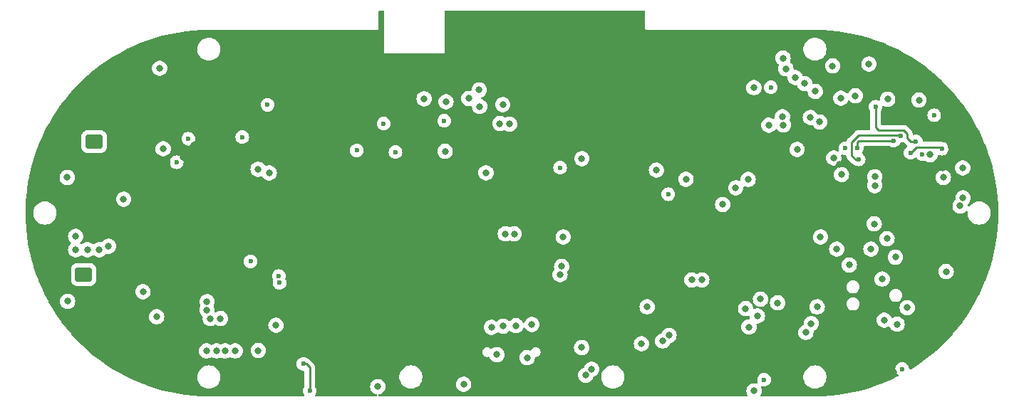
<source format=gbr>
G04 #@! TF.GenerationSoftware,KiCad,Pcbnew,7.0.2*
G04 #@! TF.CreationDate,2023-12-04T22:33:01+03:00*
G04 #@! TF.ProjectId,ALERT_RIDER_HARDWARE,414c4552-545f-4524-9944-45525f484152,rev?*
G04 #@! TF.SameCoordinates,Original*
G04 #@! TF.FileFunction,Copper,L2,Inr*
G04 #@! TF.FilePolarity,Positive*
%FSLAX46Y46*%
G04 Gerber Fmt 4.6, Leading zero omitted, Abs format (unit mm)*
G04 Created by KiCad (PCBNEW 7.0.2) date 2023-12-04 22:33:01*
%MOMM*%
%LPD*%
G01*
G04 APERTURE LIST*
G04 Aperture macros list*
%AMRoundRect*
0 Rectangle with rounded corners*
0 $1 Rounding radius*
0 $2 $3 $4 $5 $6 $7 $8 $9 X,Y pos of 4 corners*
0 Add a 4 corners polygon primitive as box body*
4,1,4,$2,$3,$4,$5,$6,$7,$8,$9,$2,$3,0*
0 Add four circle primitives for the rounded corners*
1,1,$1+$1,$2,$3*
1,1,$1+$1,$4,$5*
1,1,$1+$1,$6,$7*
1,1,$1+$1,$8,$9*
0 Add four rect primitives between the rounded corners*
20,1,$1+$1,$2,$3,$4,$5,0*
20,1,$1+$1,$4,$5,$6,$7,0*
20,1,$1+$1,$6,$7,$8,$9,0*
20,1,$1+$1,$8,$9,$2,$3,0*%
G04 Aperture macros list end*
G04 #@! TA.AperFunction,ComponentPad*
%ADD10RoundRect,0.250000X-0.750000X0.600000X-0.750000X-0.600000X0.750000X-0.600000X0.750000X0.600000X0*%
G04 #@! TD*
G04 #@! TA.AperFunction,ComponentPad*
%ADD11O,2.000000X1.700000*%
G04 #@! TD*
G04 #@! TA.AperFunction,ComponentPad*
%ADD12O,1.000000X2.000000*%
G04 #@! TD*
G04 #@! TA.AperFunction,ComponentPad*
%ADD13O,1.050000X2.100000*%
G04 #@! TD*
G04 #@! TA.AperFunction,ComponentPad*
%ADD14RoundRect,0.250000X0.750000X-0.600000X0.750000X0.600000X-0.750000X0.600000X-0.750000X-0.600000X0*%
G04 #@! TD*
G04 #@! TA.AperFunction,ViaPad*
%ADD15C,0.800000*%
G04 #@! TD*
G04 #@! TA.AperFunction,ViaPad*
%ADD16C,0.600000*%
G04 #@! TD*
G04 #@! TA.AperFunction,Conductor*
%ADD17C,0.254000*%
G04 #@! TD*
G04 #@! TA.AperFunction,Conductor*
%ADD18C,0.250000*%
G04 #@! TD*
G04 APERTURE END LIST*
D10*
X57350000Y-74750000D03*
D11*
X57350000Y-77250000D03*
D12*
X112500000Y-87670000D03*
D13*
X112500000Y-83490000D03*
D12*
X103860000Y-87670000D03*
D13*
X103860000Y-83490000D03*
D14*
X58600000Y-58950000D03*
D11*
X58600000Y-56450000D03*
D15*
X80200000Y-80800000D03*
X160400000Y-59600000D03*
X164200000Y-63000000D03*
X162400000Y-71200000D03*
X156075000Y-72800000D03*
X80600000Y-63600000D03*
X79800000Y-67800000D03*
X79800000Y-65400000D03*
X103800000Y-70600000D03*
X104200000Y-72600000D03*
X84800000Y-67600000D03*
X87400000Y-67600000D03*
X89800000Y-67600000D03*
X91800000Y-67600000D03*
X102400000Y-67600000D03*
X130600000Y-87400000D03*
X122600000Y-87400000D03*
X126800000Y-80600000D03*
X124400000Y-80600000D03*
X109600000Y-69200000D03*
X107000000Y-67400000D03*
X108600000Y-65800000D03*
X108400000Y-63400000D03*
X108400000Y-60000000D03*
X108400000Y-61800000D03*
X110000000Y-61800000D03*
X106600000Y-61800000D03*
X103600000Y-63400000D03*
X103600000Y-61800000D03*
X103600000Y-60200000D03*
X102000000Y-60200000D03*
X102000000Y-63400000D03*
X98200000Y-63400000D03*
X94200000Y-62600000D03*
X89800000Y-62600000D03*
X85800000Y-62600000D03*
X82000000Y-62600000D03*
X82000000Y-65800000D03*
X81800000Y-70600000D03*
X75400000Y-85400000D03*
X68800000Y-85400000D03*
X66600000Y-85400000D03*
X68800000Y-84000000D03*
X66600000Y-84000000D03*
X66400000Y-82200000D03*
X57600000Y-79200000D03*
X63200000Y-62000000D03*
X59000000Y-63400000D03*
X59000000Y-62000000D03*
X61000000Y-62000000D03*
X61600000Y-55000000D03*
X55400000Y-55400000D03*
X59800000Y-51200000D03*
X69400000Y-48400000D03*
X70800000Y-46400000D03*
X73800000Y-46400000D03*
X64600000Y-49200000D03*
X68800000Y-82200000D03*
X78000000Y-78200000D03*
X78000000Y-82200000D03*
X93800000Y-82600000D03*
X88800000Y-84200000D03*
X112400000Y-78600000D03*
X119400000Y-80000000D03*
X122400000Y-80000000D03*
X127000000Y-78200000D03*
X127000000Y-76400000D03*
X127000000Y-75400000D03*
X128200000Y-75400000D03*
X130000000Y-73600000D03*
X130000000Y-72600000D03*
X130000000Y-71600000D03*
X130000000Y-70400000D03*
X134600000Y-71000000D03*
X133400000Y-71000000D03*
X134600000Y-68800000D03*
X130000000Y-69200000D03*
X127400000Y-70000000D03*
X124600000Y-71200000D03*
X124600000Y-73000000D03*
X116800000Y-73000000D03*
X121000000Y-73000000D03*
X121000000Y-71200000D03*
X139000000Y-47400000D03*
X139000000Y-46400000D03*
X149800000Y-47400000D03*
X155200000Y-49600000D03*
X159400000Y-53600000D03*
X161800000Y-56400000D03*
X162700000Y-58100000D03*
D16*
X153600000Y-58826500D03*
X149237776Y-59713323D03*
X155500000Y-63600000D03*
X151215975Y-60773246D03*
X157000000Y-60426500D03*
X149426500Y-61068429D03*
X147864346Y-59735654D03*
X155600000Y-60273500D03*
D15*
X119900000Y-50400000D03*
X113900000Y-53300000D03*
X112600000Y-53300000D03*
X86700000Y-55900000D03*
X81200000Y-55000000D03*
X78000000Y-52000000D03*
X75000000Y-52000000D03*
X77000000Y-52000000D03*
X76000000Y-52000000D03*
X75000000Y-46100000D03*
X75050000Y-48420000D03*
X75100000Y-50920000D03*
X75000000Y-47220000D03*
X75050000Y-49660000D03*
X76000000Y-46100000D03*
X76050000Y-48420000D03*
X76100000Y-50920000D03*
X76050000Y-49660000D03*
X76000000Y-47220000D03*
X77000000Y-47220000D03*
X77050000Y-48420000D03*
X77100000Y-50920000D03*
X77050000Y-49660000D03*
X77000000Y-46100000D03*
X78050000Y-49660000D03*
X78000000Y-47220000D03*
X78100000Y-50920000D03*
X78000000Y-46100000D03*
X78050000Y-48420000D03*
X123400000Y-56000000D03*
X123600000Y-55100000D03*
X124600000Y-55100000D03*
X125600000Y-55100000D03*
X126600000Y-55100000D03*
X127600000Y-55100000D03*
X128600000Y-55600000D03*
X128900000Y-54700000D03*
X128100000Y-54200000D03*
X127200000Y-54200000D03*
X126200000Y-54200000D03*
X125200000Y-54200000D03*
X124300000Y-54200000D03*
X123300000Y-54200000D03*
X132325000Y-59425000D03*
X131375000Y-59425000D03*
X130475000Y-59425000D03*
X129500000Y-59600000D03*
X133200000Y-59800000D03*
X133200000Y-58800000D03*
X134200000Y-55400000D03*
X134200000Y-56600000D03*
X134200000Y-57800000D03*
X133200000Y-57800000D03*
X133200000Y-56600000D03*
X133200000Y-55400000D03*
X133200000Y-54200000D03*
X133400000Y-52200000D03*
X132800000Y-53200000D03*
X132200000Y-52200000D03*
X132000000Y-48800000D03*
X131400000Y-51600000D03*
X135589500Y-48800000D03*
X134600000Y-48800000D03*
X136150000Y-50000000D03*
X135189500Y-50000000D03*
X134200000Y-50000000D03*
X137200000Y-50000000D03*
X134800000Y-47400000D03*
X135789500Y-47400000D03*
X137800000Y-47400000D03*
X136750000Y-47400000D03*
X135789500Y-46400000D03*
X137800000Y-46400000D03*
X134800000Y-46400000D03*
X136750000Y-46400000D03*
X133200000Y-47400000D03*
X133200000Y-50000000D03*
X132000000Y-50000000D03*
X132200000Y-47400000D03*
X123000000Y-50400000D03*
X125560500Y-51000000D03*
X129610500Y-51000000D03*
X130600000Y-51000000D03*
X126610500Y-51000000D03*
X128560500Y-51000000D03*
X127600000Y-51000000D03*
X124600000Y-51000000D03*
X123600000Y-51000000D03*
X124000000Y-50200000D03*
X128000000Y-50200000D03*
X128960500Y-50200000D03*
X125960500Y-50200000D03*
X131000000Y-50200000D03*
X125000000Y-50200000D03*
X130010500Y-50200000D03*
X127010500Y-50200000D03*
X125000000Y-49200000D03*
X125960500Y-49200000D03*
X124000000Y-49200000D03*
X131000000Y-49200000D03*
X128960500Y-49200000D03*
X128000000Y-49200000D03*
X130010500Y-49200000D03*
X127010500Y-49200000D03*
X128000000Y-48200000D03*
X128960500Y-48200000D03*
X130010500Y-48200000D03*
X124000000Y-48200000D03*
X125960500Y-48200000D03*
X125000000Y-48200000D03*
X127010500Y-48200000D03*
X131000000Y-48200000D03*
X127210500Y-47200000D03*
X125200000Y-47200000D03*
X126160500Y-47200000D03*
X131200000Y-47200000D03*
X128200000Y-47200000D03*
X129160500Y-47200000D03*
X130210500Y-47200000D03*
X124200000Y-47200000D03*
X131600000Y-46400000D03*
X132560500Y-46400000D03*
X133610500Y-46400000D03*
X130610500Y-46400000D03*
X128600000Y-46400000D03*
X129560500Y-46400000D03*
X127610500Y-46400000D03*
X126560500Y-46400000D03*
X125600000Y-46400000D03*
X102350000Y-44050000D03*
X106300000Y-44050000D03*
X110000000Y-44050000D03*
X117800000Y-44050000D03*
X115150000Y-44050000D03*
X105000000Y-44050000D03*
X113950000Y-44050000D03*
X119000000Y-44050000D03*
X111250000Y-44050000D03*
X108750000Y-44050000D03*
X116500000Y-44050000D03*
X103600000Y-44050000D03*
X101100000Y-44050000D03*
X112650000Y-44050000D03*
X107500000Y-44050000D03*
X105000000Y-50200000D03*
X106200000Y-50200000D03*
X93600000Y-51400000D03*
X92600000Y-52000000D03*
X83690000Y-59990000D03*
X84690000Y-60000000D03*
X85800000Y-59940000D03*
X84690000Y-59000000D03*
X83690000Y-58990000D03*
X85800000Y-58940000D03*
X84690000Y-58010000D03*
X83690000Y-58000000D03*
X85800000Y-57950000D03*
X84690000Y-57010000D03*
X83690000Y-57000000D03*
X82400000Y-56950000D03*
X85800000Y-56950000D03*
X84690000Y-56010000D03*
X85800000Y-55950000D03*
X83690000Y-56000000D03*
X82400000Y-55950000D03*
X84690000Y-55060000D03*
X89240000Y-55000000D03*
X91530000Y-55060000D03*
X85800000Y-55000000D03*
X90530000Y-55050000D03*
X82400000Y-55000000D03*
X87090000Y-55050000D03*
X88090000Y-55060000D03*
X83690000Y-55050000D03*
X84690000Y-54060000D03*
X89240000Y-54000000D03*
X82400000Y-54000000D03*
X87090000Y-54050000D03*
X88090000Y-54060000D03*
X83690000Y-54050000D03*
X85800000Y-54000000D03*
X81290000Y-54060000D03*
X91530000Y-54060000D03*
X90530000Y-54050000D03*
X80290000Y-54050000D03*
X84650000Y-53060000D03*
X82360000Y-53000000D03*
X83650000Y-53050000D03*
X80250000Y-53050000D03*
X87050000Y-53050000D03*
X85760000Y-53000000D03*
X88050000Y-53060000D03*
X81250000Y-53060000D03*
X90490000Y-53050000D03*
X91490000Y-53060000D03*
X89200000Y-53000000D03*
X84650000Y-52060000D03*
X82360000Y-52000000D03*
X87050000Y-52050000D03*
X85760000Y-52000000D03*
X88050000Y-52060000D03*
X81250000Y-52060000D03*
X80250000Y-52050000D03*
X90490000Y-52050000D03*
X91490000Y-52060000D03*
X89200000Y-52000000D03*
X83650000Y-52050000D03*
X79000000Y-47220000D03*
X81250000Y-50980000D03*
X81200000Y-49720000D03*
X81200000Y-48480000D03*
X81150000Y-47280000D03*
X80060000Y-46100000D03*
X81108424Y-46048424D03*
X79100000Y-50920000D03*
X79050000Y-48420000D03*
X80150000Y-47270000D03*
X80200000Y-49710000D03*
X79050000Y-49660000D03*
X79000000Y-46100000D03*
X80200000Y-48470000D03*
X80250000Y-50970000D03*
X82260000Y-46100000D03*
X83600000Y-49710000D03*
X83600000Y-48470000D03*
X82310000Y-49660000D03*
X83550000Y-47270000D03*
X83650000Y-50970000D03*
X84600000Y-49720000D03*
X84600000Y-48480000D03*
X84508424Y-46048424D03*
X82310000Y-48420000D03*
X82260000Y-47220000D03*
X82360000Y-50920000D03*
X84650000Y-50980000D03*
X84550000Y-47280000D03*
X83460000Y-46100000D03*
X85660000Y-46100000D03*
X87000000Y-48470000D03*
X87000000Y-49710000D03*
X86950000Y-47270000D03*
X85710000Y-49660000D03*
X87050000Y-50970000D03*
X88050000Y-50980000D03*
X87950000Y-47280000D03*
X86860000Y-46100000D03*
X85710000Y-48420000D03*
X85760000Y-50920000D03*
X88000000Y-49720000D03*
X85660000Y-47220000D03*
X88000000Y-48480000D03*
X87908424Y-46048424D03*
D16*
X113959740Y-62040260D03*
X151426500Y-54800000D03*
X100200000Y-56474500D03*
X126800000Y-65200000D03*
X139000000Y-52485000D03*
X158400000Y-55800000D03*
X93000000Y-56800000D03*
X94400000Y-60200000D03*
X89800000Y-60000000D03*
X68400000Y-61400000D03*
X69800000Y-58600000D03*
X76200000Y-58400000D03*
X79200000Y-54565500D03*
X84200000Y-88600000D03*
X83462500Y-85400000D03*
X80612103Y-75739514D03*
X138200000Y-87276500D03*
X154600000Y-86000000D03*
X159312513Y-59787487D03*
X77173500Y-73200000D03*
X80543003Y-74943003D03*
X156224053Y-58926355D03*
D15*
X55450000Y-77950000D03*
X136400000Y-81000000D03*
X66020000Y-79790000D03*
X62100000Y-65800000D03*
X117006115Y-86744395D03*
X102500540Y-87825674D03*
X137000000Y-88600000D03*
X107500000Y-47000000D03*
X122589500Y-46400000D03*
X119900000Y-49400000D03*
X113950000Y-47000000D03*
X111200000Y-50200000D03*
X148500000Y-83000000D03*
X91348424Y-46048424D03*
X121950000Y-48350000D03*
X160000000Y-77000000D03*
X127600000Y-87600000D03*
X123550000Y-45300000D03*
X156000000Y-71200000D03*
X63850000Y-83900000D03*
X118900000Y-49100000D03*
X135500000Y-81900000D03*
X130668750Y-54156431D03*
X130770500Y-56470000D03*
X126740000Y-51830500D03*
X120500000Y-65500000D03*
X128700000Y-81050000D03*
X129700000Y-57500000D03*
X112650000Y-52250000D03*
X123000000Y-73000000D03*
X117800000Y-47000000D03*
X121474064Y-52994913D03*
X163000000Y-74500000D03*
X65400000Y-55300000D03*
X125800000Y-78200000D03*
X96000000Y-68000000D03*
X103550000Y-50200000D03*
X109950000Y-50200000D03*
X103550000Y-48000000D03*
X73690000Y-81600000D03*
X121950000Y-47250000D03*
X139625000Y-72925000D03*
X123020000Y-71120000D03*
X100870000Y-87950000D03*
X110000000Y-60000000D03*
X92450000Y-47000000D03*
X70970500Y-62139500D03*
X111250000Y-47000000D03*
X101050000Y-48000000D03*
X151090000Y-83160000D03*
X91200000Y-75600000D03*
X101050000Y-49150000D03*
X75450000Y-87100000D03*
X97050000Y-50200000D03*
X116500000Y-51200000D03*
X125760000Y-53229500D03*
X162140000Y-77610000D03*
X67950000Y-51175000D03*
X52200000Y-62200000D03*
X54000000Y-57600000D03*
X152350000Y-66375000D03*
X111200000Y-48000000D03*
X122330000Y-76880000D03*
X70100000Y-51100000D03*
X94700000Y-50200000D03*
X75150000Y-81390000D03*
X97500000Y-59800000D03*
X132200000Y-54150000D03*
X122290000Y-81450000D03*
X84830000Y-65880000D03*
X68800000Y-79800000D03*
X92400000Y-46050000D03*
X116500000Y-52250000D03*
X75044872Y-57258348D03*
X119000000Y-46000000D03*
X67875000Y-87800000D03*
X107450000Y-50200000D03*
X116450000Y-49150000D03*
X75000000Y-77200000D03*
X102300000Y-48000000D03*
X123550000Y-43950000D03*
X143425037Y-69126069D03*
X116500000Y-50200000D03*
X129700000Y-56500000D03*
X105000000Y-47000000D03*
X65600000Y-87600000D03*
X117750000Y-49150000D03*
X67480000Y-71090000D03*
X119220000Y-73030000D03*
X154200000Y-82580500D03*
X51200000Y-65000000D03*
X123650000Y-60603500D03*
X52200000Y-72400000D03*
X112650000Y-51200000D03*
X119290000Y-78330000D03*
X89100000Y-47220000D03*
X147113873Y-61666581D03*
X117600000Y-50200000D03*
X85800000Y-76400000D03*
X101100000Y-47000000D03*
X71100000Y-68600000D03*
X120600000Y-52300000D03*
X87520000Y-69390000D03*
X95800000Y-50200000D03*
X92500000Y-48000000D03*
X120500000Y-59000000D03*
X119170000Y-71170000D03*
X119900000Y-48250000D03*
X107450000Y-49150000D03*
X67200000Y-61400000D03*
X133000000Y-87800000D03*
X104950000Y-48000000D03*
X108700000Y-49150000D03*
X69310000Y-78100000D03*
X79000000Y-52000000D03*
X89200000Y-50920000D03*
X112650000Y-45050000D03*
X81800000Y-72630000D03*
X150300000Y-74575000D03*
X106250000Y-49150000D03*
X101050000Y-50200000D03*
X148000000Y-86500000D03*
X91440000Y-49720000D03*
X94700000Y-49150000D03*
X87400000Y-79400000D03*
X98450000Y-50200000D03*
X60325000Y-83925000D03*
X94500000Y-72500000D03*
X123020000Y-48470000D03*
X123150000Y-47250000D03*
X75200000Y-76000000D03*
X92551576Y-49048424D03*
X58000000Y-82800000D03*
X139980000Y-87810000D03*
X116500000Y-46000000D03*
X107500000Y-45050000D03*
X91440000Y-48480000D03*
X117800000Y-52250000D03*
X112650000Y-46000000D03*
X62600000Y-86200000D03*
X134600000Y-70000000D03*
X110010000Y-65730000D03*
X133400000Y-75000000D03*
X101100000Y-45050000D03*
X104950000Y-49150000D03*
X137200000Y-61925000D03*
X112873000Y-72600000D03*
X120020000Y-51440000D03*
X133300000Y-68900000D03*
X80432500Y-84520000D03*
X156075000Y-67925000D03*
X107450000Y-48000000D03*
X88000000Y-72600000D03*
X99750000Y-50200000D03*
X107500000Y-46000000D03*
X73000000Y-68600000D03*
X112650000Y-47000000D03*
X69350498Y-55076500D03*
X53000000Y-70500000D03*
X118910000Y-51180000D03*
X84610000Y-69510000D03*
X128800000Y-66600000D03*
X126000000Y-66600000D03*
X123080000Y-49440000D03*
X101100000Y-46000000D03*
X108750000Y-45050000D03*
X145500000Y-81000000D03*
X112770000Y-69160000D03*
X89940000Y-65590000D03*
X121955161Y-51664468D03*
X87500000Y-62500000D03*
X91490000Y-50980000D03*
X153600000Y-86400000D03*
X108750000Y-46000000D03*
X55200000Y-68500000D03*
X113900000Y-49150000D03*
X90490000Y-50970000D03*
X107470000Y-86670000D03*
X97050000Y-49150000D03*
X122320000Y-78610000D03*
X164590000Y-71190000D03*
X129700000Y-58600000D03*
X147500000Y-47500000D03*
X106500000Y-60000000D03*
X133400000Y-70000000D03*
X144700000Y-72925000D03*
X72792058Y-73998345D03*
X69050000Y-73720000D03*
X102520000Y-65630000D03*
X91390000Y-47280000D03*
X89150000Y-48420000D03*
X71125000Y-52475000D03*
X146926500Y-64000000D03*
X132229500Y-56650000D03*
X90300000Y-46100000D03*
X123090000Y-51830500D03*
X126910000Y-53229500D03*
X129560000Y-55370000D03*
X103600000Y-45050000D03*
X76000000Y-61200000D03*
X113950000Y-46000000D03*
X98400000Y-72600000D03*
X113950000Y-52250000D03*
X119270000Y-76630000D03*
X82530000Y-58600000D03*
X116500000Y-45050000D03*
X93650000Y-49200000D03*
X119800000Y-47200000D03*
X103600000Y-46000000D03*
X93740000Y-80340000D03*
X112600000Y-49150000D03*
X129214956Y-53262861D03*
X98450000Y-49150000D03*
X122639500Y-45350000D03*
X109950000Y-48000000D03*
X118860000Y-50230000D03*
X112600000Y-48000000D03*
X109950000Y-49150000D03*
X115150000Y-50200000D03*
X107070000Y-65840000D03*
X124290000Y-51830500D03*
X111250000Y-45050000D03*
X112650000Y-50200000D03*
X89150000Y-49660000D03*
X96300000Y-65180000D03*
X122030000Y-50380000D03*
X109090000Y-86710000D03*
X131616157Y-53071349D03*
X93650000Y-50250000D03*
X85200000Y-72600000D03*
X95800000Y-49150000D03*
X115150000Y-51200000D03*
X115150000Y-47000000D03*
X89400000Y-80400000D03*
X115100000Y-48000000D03*
X130730000Y-55270000D03*
X119410000Y-52250000D03*
X159400000Y-62100000D03*
X111200000Y-49150000D03*
X102350000Y-47000000D03*
X163500000Y-61000000D03*
X117800000Y-46000000D03*
X63000000Y-51000000D03*
X51400000Y-69200000D03*
X102300000Y-50200000D03*
X164740000Y-64450000D03*
X126060000Y-73030000D03*
X130789076Y-52390794D03*
X116500000Y-47000000D03*
X61000000Y-59000000D03*
X103600000Y-47000000D03*
X110000000Y-46000000D03*
X95400000Y-80400000D03*
X122650000Y-44000000D03*
X69260000Y-77030000D03*
X119000000Y-45050000D03*
X70200000Y-53100000D03*
X90390000Y-47270000D03*
X105080000Y-88250000D03*
X113900000Y-48000000D03*
X99750000Y-49150000D03*
X113950000Y-45050000D03*
X116800000Y-71200000D03*
X65300000Y-51700000D03*
X105000000Y-45050000D03*
X69165142Y-60774494D03*
X118950000Y-47850000D03*
X112040000Y-65700000D03*
X112350000Y-80700000D03*
X106300000Y-47000000D03*
X124600000Y-46400000D03*
X146323500Y-69650000D03*
X149000000Y-80500000D03*
X111250000Y-46000000D03*
X79000000Y-53000000D03*
X129560000Y-54120000D03*
X83970000Y-62560000D03*
X113950000Y-51200000D03*
X72470000Y-81820000D03*
X115150000Y-46000000D03*
X69500000Y-47000000D03*
X106300000Y-46000000D03*
X119280000Y-81370000D03*
X98070000Y-75600000D03*
X153458095Y-49541905D03*
X102350000Y-72350000D03*
X125560000Y-51830500D03*
X125800000Y-76450000D03*
X90440000Y-49710000D03*
X115700000Y-87025000D03*
X126060000Y-71160000D03*
X115150000Y-45050000D03*
X76400000Y-74140000D03*
X105000000Y-46000000D03*
X146091970Y-74594159D03*
X102300000Y-49150000D03*
X108700000Y-50200000D03*
X63780000Y-81160000D03*
X102350000Y-46000000D03*
X123550000Y-46400000D03*
X102350000Y-70660000D03*
X140500000Y-83000000D03*
X91400000Y-72800000D03*
X68600000Y-63600000D03*
X129610319Y-51918121D03*
X141500000Y-47500000D03*
X110000000Y-45050000D03*
X92550000Y-50410000D03*
X117800000Y-51200000D03*
X108700000Y-48000000D03*
X117750000Y-48000000D03*
X117800000Y-45050000D03*
X116450000Y-48000000D03*
X69280000Y-76000000D03*
X69120000Y-74850000D03*
X102350000Y-45050000D03*
X103550000Y-49150000D03*
X154075000Y-53425000D03*
X93590000Y-86920000D03*
X139000000Y-48500000D03*
X90440000Y-48470000D03*
X92000000Y-62500000D03*
X115150000Y-52250000D03*
X108750000Y-47000000D03*
X128010000Y-53229500D03*
X123550000Y-53300000D03*
X124640000Y-53229500D03*
X87520000Y-65930000D03*
X66900000Y-63600000D03*
X68800000Y-71000000D03*
X122609938Y-53229500D03*
X115100000Y-49150000D03*
X150330500Y-70200000D03*
X102000000Y-61600000D03*
X106250000Y-48000000D03*
X106300000Y-45050000D03*
X149926500Y-63329929D03*
X113950000Y-50200000D03*
X132200000Y-55400000D03*
X128139320Y-51830500D03*
X89100000Y-46100000D03*
X82000000Y-68000000D03*
X131200000Y-81050000D03*
X70400000Y-59346000D03*
X110000000Y-47000000D03*
X76000000Y-71000000D03*
X97800000Y-53850000D03*
X124300000Y-78600000D03*
X104400000Y-54773500D03*
X105150000Y-62650000D03*
X143800000Y-80600000D03*
X153800000Y-72700000D03*
X113951370Y-74783664D03*
X137400000Y-79700000D03*
X134821631Y-64447848D03*
X66375000Y-50225000D03*
X128920000Y-63420000D03*
X107150000Y-54550000D03*
X152800000Y-70500000D03*
X150646868Y-49724500D03*
X150892500Y-71726500D03*
X142115260Y-59884740D03*
X140449500Y-49000000D03*
X146823500Y-71726500D03*
X152877002Y-53884653D03*
X136304000Y-63450500D03*
X152225000Y-75300000D03*
X59200000Y-71800000D03*
X71950000Y-83850000D03*
X56400000Y-70200000D03*
X75350000Y-83850000D03*
X56400000Y-71800000D03*
X60300000Y-71400000D03*
X72000000Y-78000000D03*
X73600000Y-80000000D03*
X74150000Y-83850000D03*
X73150000Y-83850000D03*
X72400000Y-80000000D03*
X72000000Y-79000000D03*
X78100000Y-83800000D03*
X57800000Y-71800000D03*
X110600000Y-80700000D03*
X105800000Y-81050000D03*
X108500000Y-69910000D03*
X151351000Y-64175000D03*
X151351000Y-63125000D03*
X107450000Y-69910000D03*
D16*
X154456997Y-58226500D03*
D15*
X155200000Y-78700000D03*
X143693377Y-56065500D03*
X144800000Y-56600000D03*
X64400000Y-76800000D03*
X55400000Y-63200000D03*
X154000000Y-80673500D03*
X152483178Y-80184105D03*
X110050000Y-84650000D03*
X108705000Y-80850000D03*
X92300000Y-88100000D03*
X126154271Y-82665500D03*
X78072500Y-62226500D03*
X106450000Y-84299500D03*
X125400000Y-62330500D03*
X116523969Y-83435500D03*
X123623500Y-83000000D03*
X100300000Y-60100000D03*
X148315260Y-73615260D03*
X161800000Y-62070078D03*
X161482432Y-66590141D03*
X149051000Y-53488687D03*
X130800000Y-75400000D03*
X143154000Y-81650500D03*
X104344502Y-52800000D03*
X106800000Y-56800000D03*
X114150500Y-73800000D03*
X107950000Y-56850000D03*
X114326500Y-70300000D03*
X103100000Y-53800000D03*
X116541497Y-60979965D03*
X100400000Y-54200000D03*
X129600000Y-75400000D03*
X137773880Y-77676500D03*
X139800000Y-78126500D03*
X117700000Y-86025000D03*
X126900000Y-82000000D03*
X66800000Y-59800000D03*
X79400000Y-62673500D03*
X140372886Y-55981613D03*
X140496034Y-56973500D03*
X138761000Y-56988500D03*
X146472500Y-60900000D03*
X156600000Y-54000000D03*
X140784747Y-50287826D03*
X159500000Y-63200000D03*
X159826500Y-74400000D03*
X147380500Y-62862966D03*
X144286286Y-52965500D03*
X136985000Y-52526500D03*
X141900000Y-51332500D03*
X143000000Y-52026500D03*
X157923768Y-60500000D03*
X146334740Y-49934740D03*
X151276500Y-68723500D03*
X161823036Y-65650464D03*
X144900000Y-70300000D03*
X136000000Y-78800000D03*
X144500000Y-78600000D03*
X133275000Y-66425000D03*
X147313759Y-53773823D03*
X107200000Y-80910500D03*
D17*
X156273500Y-59600000D02*
X155600000Y-60273500D01*
X159125026Y-59600000D02*
X156273500Y-59600000D01*
X159312513Y-59787487D02*
X159125026Y-59600000D01*
D18*
X155200000Y-58526355D02*
X155600000Y-58926355D01*
X155200000Y-58500000D02*
X155200000Y-58526355D01*
D17*
X156224053Y-58926355D02*
X155600000Y-58926355D01*
X155200000Y-58500000D02*
X155200000Y-58000000D01*
X155200000Y-58000000D02*
X154800000Y-57600000D01*
X151800000Y-57600000D02*
X151426500Y-57226500D01*
X154800000Y-57600000D02*
X151800000Y-57600000D01*
X151426500Y-57226500D02*
X151426500Y-54800000D01*
X149237776Y-59058276D02*
X149237776Y-59713323D01*
X149469552Y-58826500D02*
X149237776Y-59058276D01*
X153600000Y-58826500D02*
X149469552Y-58826500D01*
X148600000Y-60600000D02*
X149068429Y-61068429D01*
X149454000Y-58200000D02*
X148600000Y-59054000D01*
X149068429Y-61068429D02*
X149426500Y-61068429D01*
X154430497Y-58200000D02*
X149454000Y-58200000D01*
X148600000Y-59054000D02*
X148600000Y-60600000D01*
X154456997Y-58226500D02*
X154430497Y-58200000D01*
X83800000Y-85400000D02*
X83462500Y-85400000D01*
X84200000Y-85800000D02*
X83800000Y-85400000D01*
X84200000Y-88600000D02*
X84200000Y-85800000D01*
G04 #@! TA.AperFunction,Conductor*
G36*
X93017121Y-43345002D02*
G01*
X93063614Y-43398658D01*
X93074999Y-43450999D01*
X93075000Y-48425000D01*
X100225000Y-48425000D01*
X100225000Y-48056977D01*
X142859500Y-48056977D01*
X142897020Y-48281823D01*
X142897021Y-48281825D01*
X142971036Y-48497425D01*
X142971037Y-48497426D01*
X143079531Y-48697906D01*
X143202352Y-48855706D01*
X143219544Y-48877794D01*
X143387257Y-49032185D01*
X143578087Y-49156860D01*
X143578089Y-49156861D01*
X143578091Y-49156862D01*
X143786845Y-49248430D01*
X144007824Y-49304390D01*
X144235000Y-49323214D01*
X144462176Y-49304390D01*
X144683155Y-49248430D01*
X144891909Y-49156862D01*
X145082745Y-49032183D01*
X145250456Y-48877794D01*
X145390469Y-48697906D01*
X145498963Y-48497426D01*
X145572980Y-48281823D01*
X145610500Y-48056977D01*
X145610500Y-47943000D01*
X145610500Y-47903118D01*
X145610500Y-47829023D01*
X145572980Y-47604177D01*
X145498963Y-47388574D01*
X145390469Y-47188094D01*
X145250456Y-47008206D01*
X145120685Y-46888743D01*
X145082742Y-46853814D01*
X144891912Y-46729139D01*
X144683150Y-46637568D01*
X144462180Y-46581611D01*
X144462179Y-46581610D01*
X144462176Y-46581610D01*
X144235000Y-46562786D01*
X144007824Y-46581610D01*
X144007820Y-46581610D01*
X144007819Y-46581611D01*
X143786849Y-46637568D01*
X143578087Y-46729139D01*
X143387257Y-46853814D01*
X143219544Y-47008205D01*
X143079530Y-47188095D01*
X142971036Y-47388574D01*
X142908727Y-47570075D01*
X142897020Y-47604177D01*
X142859500Y-47829023D01*
X142859500Y-47903118D01*
X142859500Y-47943000D01*
X142859500Y-48056977D01*
X100225000Y-48056977D01*
X100225000Y-43451000D01*
X100245002Y-43382879D01*
X100298658Y-43336386D01*
X100351000Y-43325000D01*
X123883500Y-43325000D01*
X123951621Y-43345002D01*
X123998114Y-43398658D01*
X124009500Y-43450999D01*
X124009500Y-45397237D01*
X124009500Y-45488763D01*
X124013395Y-45496851D01*
X124022713Y-45523481D01*
X124024710Y-45532231D01*
X124030304Y-45539245D01*
X124045317Y-45563136D01*
X124049212Y-45571224D01*
X124056231Y-45576822D01*
X124076180Y-45596771D01*
X124081776Y-45603788D01*
X124089856Y-45607679D01*
X124089858Y-45607680D01*
X124113749Y-45622692D01*
X124120769Y-45628290D01*
X124129518Y-45630286D01*
X124156143Y-45639602D01*
X124164237Y-45643500D01*
X124187410Y-45643500D01*
X144195118Y-45643500D01*
X144233645Y-45643500D01*
X144236318Y-45643527D01*
X145157531Y-45663085D01*
X145162856Y-45663311D01*
X146081076Y-45721864D01*
X146086384Y-45722316D01*
X147001292Y-45819785D01*
X147006522Y-45820454D01*
X147916488Y-45956670D01*
X147921759Y-45957574D01*
X148373418Y-46044925D01*
X148825082Y-46132278D01*
X148830302Y-46133403D01*
X149725414Y-46346291D01*
X149730561Y-46347632D01*
X150615818Y-46598314D01*
X150620922Y-46599877D01*
X151494760Y-46887912D01*
X151499757Y-46889677D01*
X152360624Y-47214554D01*
X152365532Y-47216527D01*
X153194087Y-47570075D01*
X153211776Y-47577623D01*
X153216645Y-47579823D01*
X154046821Y-47976518D01*
X154051561Y-47978908D01*
X154621910Y-48281823D01*
X154864128Y-48410466D01*
X154868797Y-48413074D01*
X155662346Y-48878747D01*
X155666895Y-48881548D01*
X156439924Y-49380454D01*
X156444335Y-49383435D01*
X157195533Y-49914728D01*
X157199803Y-49917885D01*
X157927771Y-50480578D01*
X157931925Y-50483933D01*
X158635338Y-51076998D01*
X158639349Y-51080529D01*
X159120457Y-51522428D01*
X159316957Y-51702914D01*
X159320818Y-51706615D01*
X159971384Y-52357181D01*
X159975085Y-52361042D01*
X160468334Y-52898056D01*
X160597467Y-53038646D01*
X160601000Y-53042660D01*
X161121554Y-53660070D01*
X161194060Y-53746066D01*
X161197419Y-53750226D01*
X161740397Y-54452689D01*
X161760102Y-54478181D01*
X161763276Y-54482474D01*
X162237524Y-55153015D01*
X162294557Y-55233654D01*
X162297552Y-55238086D01*
X162796447Y-56011098D01*
X162799252Y-56015653D01*
X163264925Y-56809202D01*
X163267533Y-56813871D01*
X163699082Y-57626420D01*
X163701490Y-57631196D01*
X164098173Y-58461349D01*
X164100376Y-58466223D01*
X164368090Y-59093622D01*
X164459792Y-59308530D01*
X164461461Y-59312440D01*
X164463454Y-59317400D01*
X164749846Y-60076288D01*
X164788311Y-60178212D01*
X164790093Y-60183256D01*
X165078122Y-61057079D01*
X165079688Y-61062193D01*
X165330363Y-61947424D01*
X165331711Y-61952600D01*
X165544595Y-62847693D01*
X165545722Y-62852922D01*
X165720425Y-63756240D01*
X165721329Y-63761511D01*
X165857539Y-64671436D01*
X165858218Y-64676742D01*
X165955682Y-65591604D01*
X165956136Y-65596934D01*
X166014687Y-66515133D01*
X166014914Y-66520477D01*
X166034443Y-67440326D01*
X166034443Y-67445674D01*
X166014914Y-68365522D01*
X166014687Y-68370866D01*
X165956136Y-69289065D01*
X165955682Y-69294395D01*
X165858218Y-70209257D01*
X165857539Y-70214563D01*
X165721329Y-71124488D01*
X165720425Y-71129759D01*
X165545722Y-72033077D01*
X165544595Y-72038306D01*
X165331711Y-72933399D01*
X165330363Y-72938575D01*
X165079688Y-73823806D01*
X165078122Y-73828920D01*
X164790093Y-74702743D01*
X164788311Y-74707787D01*
X164463456Y-75568596D01*
X164461461Y-75573559D01*
X164100376Y-76419776D01*
X164098173Y-76424650D01*
X163701490Y-77254803D01*
X163699082Y-77259579D01*
X163267533Y-78072128D01*
X163264925Y-78076797D01*
X162799252Y-78870346D01*
X162796447Y-78874901D01*
X162297552Y-79647913D01*
X162294557Y-79652345D01*
X161763282Y-80403518D01*
X161760102Y-80407818D01*
X161197421Y-81135771D01*
X161194060Y-81139933D01*
X160601001Y-81843338D01*
X160597467Y-81847353D01*
X159975085Y-82524957D01*
X159971384Y-82528818D01*
X159320818Y-83179384D01*
X159316957Y-83183085D01*
X158639353Y-83805467D01*
X158635338Y-83809001D01*
X157931933Y-84402060D01*
X157927771Y-84405421D01*
X157199818Y-84968102D01*
X157195518Y-84971282D01*
X156444345Y-85502557D01*
X156439913Y-85505552D01*
X155666891Y-86004454D01*
X155662335Y-86007259D01*
X155597070Y-86045557D01*
X155528195Y-86062782D01*
X155460941Y-86040036D01*
X155416660Y-85984541D01*
X155408095Y-85951001D01*
X155393217Y-85818953D01*
X155383786Y-85792002D01*
X155333043Y-85646985D01*
X155236110Y-85492717D01*
X155107282Y-85363889D01*
X154953014Y-85266956D01*
X154781049Y-85206783D01*
X154600000Y-85186384D01*
X154418950Y-85206783D01*
X154246985Y-85266956D01*
X154092717Y-85363889D01*
X153963889Y-85492717D01*
X153866956Y-85646985D01*
X153806783Y-85818950D01*
X153786384Y-86000000D01*
X153806783Y-86181049D01*
X153866956Y-86353014D01*
X153963889Y-86507282D01*
X154092717Y-86636110D01*
X154123224Y-86655279D01*
X154170262Y-86708458D01*
X154181082Y-86778625D01*
X154152249Y-86843503D01*
X154115289Y-86873245D01*
X154051579Y-86907082D01*
X154046803Y-86909490D01*
X153216650Y-87306173D01*
X153211776Y-87308376D01*
X152365559Y-87669461D01*
X152360596Y-87671456D01*
X151499787Y-87996311D01*
X151494743Y-87998093D01*
X150620920Y-88286122D01*
X150615806Y-88287688D01*
X149730575Y-88538363D01*
X149725399Y-88539711D01*
X148830306Y-88752595D01*
X148825077Y-88753722D01*
X147921759Y-88928425D01*
X147916488Y-88929329D01*
X147006563Y-89065539D01*
X147001257Y-89066218D01*
X146086395Y-89163682D01*
X146081065Y-89164136D01*
X145162866Y-89222687D01*
X145157522Y-89222914D01*
X144236319Y-89242472D01*
X144233645Y-89242500D01*
X137896336Y-89242500D01*
X137828215Y-89222498D01*
X137781722Y-89168842D01*
X137771618Y-89098568D01*
X137787217Y-89053500D01*
X137834527Y-88971556D01*
X137860663Y-88891118D01*
X137893542Y-88789928D01*
X137913504Y-88600000D01*
X137893542Y-88410072D01*
X137834527Y-88228444D01*
X137834526Y-88228443D01*
X137831263Y-88218399D01*
X137829235Y-88147432D01*
X137865898Y-88086634D01*
X137929610Y-88055308D01*
X137992708Y-88060533D01*
X138018953Y-88069717D01*
X138200000Y-88090116D01*
X138381047Y-88069717D01*
X138553015Y-88009543D01*
X138707281Y-87912611D01*
X138836111Y-87783781D01*
X138933043Y-87629515D01*
X138993217Y-87457547D01*
X139013616Y-87276500D01*
X138993217Y-87095453D01*
X138979754Y-87056977D01*
X142859500Y-87056977D01*
X142897020Y-87281823D01*
X142906310Y-87308883D01*
X142971036Y-87497425D01*
X143042519Y-87629514D01*
X143079531Y-87697906D01*
X143219543Y-87877793D01*
X143219544Y-87877794D01*
X143387257Y-88032185D01*
X143578087Y-88156860D01*
X143578089Y-88156861D01*
X143578091Y-88156862D01*
X143786845Y-88248430D01*
X144007824Y-88304390D01*
X144235000Y-88323214D01*
X144462176Y-88304390D01*
X144683155Y-88248430D01*
X144891909Y-88156862D01*
X145082745Y-88032183D01*
X145250456Y-87877794D01*
X145390469Y-87697906D01*
X145498963Y-87497426D01*
X145572980Y-87281823D01*
X145610500Y-87056977D01*
X145610500Y-86943000D01*
X145610500Y-86903118D01*
X145610500Y-86829023D01*
X145572980Y-86604177D01*
X145498963Y-86388574D01*
X145390469Y-86188094D01*
X145250456Y-86008206D01*
X145188306Y-85950993D01*
X145082742Y-85853814D01*
X144891912Y-85729139D01*
X144719342Y-85653443D01*
X144683155Y-85637570D01*
X144683153Y-85637569D01*
X144683150Y-85637568D01*
X144462180Y-85581611D01*
X144462179Y-85581610D01*
X144462176Y-85581610D01*
X144235000Y-85562786D01*
X144007824Y-85581610D01*
X144007820Y-85581610D01*
X144007819Y-85581611D01*
X143786849Y-85637568D01*
X143578087Y-85729139D01*
X143387257Y-85853814D01*
X143219544Y-86008205D01*
X143079530Y-86188095D01*
X142971036Y-86388574D01*
X142908727Y-86570075D01*
X142897020Y-86604177D01*
X142859500Y-86829023D01*
X142859500Y-86903118D01*
X142859500Y-86943000D01*
X142859500Y-87056977D01*
X138979754Y-87056977D01*
X138933043Y-86923485D01*
X138873690Y-86829025D01*
X138836110Y-86769217D01*
X138707282Y-86640389D01*
X138553014Y-86543456D01*
X138381049Y-86483283D01*
X138200000Y-86462884D01*
X138018950Y-86483283D01*
X137846985Y-86543456D01*
X137692717Y-86640389D01*
X137563889Y-86769217D01*
X137466956Y-86923485D01*
X137406783Y-87095450D01*
X137386384Y-87276499D01*
X137406783Y-87457549D01*
X137446821Y-87571971D01*
X137450440Y-87642876D01*
X137415151Y-87704481D01*
X137352158Y-87737227D01*
X137295653Y-87732025D01*
X137295242Y-87733960D01*
X137282290Y-87731206D01*
X137282288Y-87731206D01*
X137095487Y-87691500D01*
X136904513Y-87691500D01*
X136779979Y-87717970D01*
X136717711Y-87731206D01*
X136543246Y-87808883D01*
X136388747Y-87921133D01*
X136260958Y-88063057D01*
X136165472Y-88228443D01*
X136106458Y-88410070D01*
X136086496Y-88599999D01*
X136106458Y-88789929D01*
X136165472Y-88971556D01*
X136212783Y-89053500D01*
X136229521Y-89122495D01*
X136206301Y-89189587D01*
X136150493Y-89233474D01*
X136103664Y-89242500D01*
X92493413Y-89242500D01*
X92425292Y-89222498D01*
X92378799Y-89168842D01*
X92368695Y-89098568D01*
X92398189Y-89033988D01*
X92457915Y-88995604D01*
X92467204Y-88993255D01*
X92582288Y-88968794D01*
X92756752Y-88891118D01*
X92911253Y-88778866D01*
X93039040Y-88636944D01*
X93134527Y-88471556D01*
X93193542Y-88289928D01*
X93213504Y-88100000D01*
X93193542Y-87910072D01*
X93137381Y-87737227D01*
X93134527Y-87728443D01*
X93039041Y-87563057D01*
X92911252Y-87421133D01*
X92834002Y-87365007D01*
X92756752Y-87308882D01*
X92582288Y-87231206D01*
X92395487Y-87191500D01*
X92204513Y-87191500D01*
X92079979Y-87217970D01*
X92017711Y-87231206D01*
X91843246Y-87308883D01*
X91688747Y-87421133D01*
X91560958Y-87563057D01*
X91465472Y-87728443D01*
X91406458Y-87910070D01*
X91386496Y-88099999D01*
X91406458Y-88289929D01*
X91465472Y-88471556D01*
X91560958Y-88636942D01*
X91665651Y-88753215D01*
X91688747Y-88778866D01*
X91843248Y-88891118D01*
X92017712Y-88968794D01*
X92132785Y-88993253D01*
X92195258Y-89026982D01*
X92229579Y-89089131D01*
X92224851Y-89159970D01*
X92182575Y-89217008D01*
X92116174Y-89242135D01*
X92106587Y-89242500D01*
X84979127Y-89242500D01*
X84911006Y-89222498D01*
X84864513Y-89168842D01*
X84854409Y-89098568D01*
X84872440Y-89049464D01*
X84906282Y-88995604D01*
X84933043Y-88953015D01*
X84993217Y-88781047D01*
X85013616Y-88600000D01*
X84993217Y-88418953D01*
X84933043Y-88246985D01*
X84854811Y-88122480D01*
X84835500Y-88055446D01*
X84835500Y-87056977D01*
X94859500Y-87056977D01*
X94897020Y-87281823D01*
X94906310Y-87308883D01*
X94971036Y-87497425D01*
X95042519Y-87629514D01*
X95079531Y-87697906D01*
X95219544Y-87877794D01*
X95387257Y-88032185D01*
X95578087Y-88156860D01*
X95578089Y-88156861D01*
X95578091Y-88156862D01*
X95786845Y-88248430D01*
X96007824Y-88304390D01*
X96235000Y-88323214D01*
X96462176Y-88304390D01*
X96683155Y-88248430D01*
X96891909Y-88156862D01*
X97082745Y-88032183D01*
X97250456Y-87877794D01*
X97291024Y-87825673D01*
X101587036Y-87825673D01*
X101606998Y-88015603D01*
X101666012Y-88197230D01*
X101761498Y-88362616D01*
X101812224Y-88418953D01*
X101889287Y-88504540D01*
X102043788Y-88616792D01*
X102218252Y-88694468D01*
X102405053Y-88734174D01*
X102405055Y-88734174D01*
X102596025Y-88734174D01*
X102596027Y-88734174D01*
X102782828Y-88694468D01*
X102957292Y-88616792D01*
X103111793Y-88504540D01*
X103239580Y-88362618D01*
X103335067Y-88197230D01*
X103394082Y-88015602D01*
X103414044Y-87825674D01*
X103394082Y-87635746D01*
X103349139Y-87497426D01*
X103335067Y-87454117D01*
X103239581Y-87288731D01*
X103111792Y-87146807D01*
X102988152Y-87056977D01*
X102957292Y-87034556D01*
X102782828Y-86956880D01*
X102596027Y-86917174D01*
X102405053Y-86917174D01*
X102283552Y-86943000D01*
X102218251Y-86956880D01*
X102043786Y-87034557D01*
X101889287Y-87146807D01*
X101761498Y-87288731D01*
X101666012Y-87454117D01*
X101606998Y-87635744D01*
X101587036Y-87825673D01*
X97291024Y-87825673D01*
X97390469Y-87697906D01*
X97498963Y-87497426D01*
X97572980Y-87281823D01*
X97610500Y-87056977D01*
X97610500Y-86943000D01*
X97610500Y-86903118D01*
X97610500Y-86829023D01*
X97596378Y-86744394D01*
X116092611Y-86744394D01*
X116112573Y-86934324D01*
X116171587Y-87115951D01*
X116267073Y-87281337D01*
X116290473Y-87307325D01*
X116394862Y-87423261D01*
X116549363Y-87535513D01*
X116723827Y-87613189D01*
X116910628Y-87652895D01*
X116910630Y-87652895D01*
X117101600Y-87652895D01*
X117101602Y-87652895D01*
X117288403Y-87613189D01*
X117462867Y-87535513D01*
X117617368Y-87423261D01*
X117745155Y-87281339D01*
X117840642Y-87115951D01*
X117859804Y-87056977D01*
X118859500Y-87056977D01*
X118897020Y-87281823D01*
X118906310Y-87308883D01*
X118971036Y-87497425D01*
X119042519Y-87629514D01*
X119079531Y-87697906D01*
X119219543Y-87877794D01*
X119219544Y-87877794D01*
X119387257Y-88032185D01*
X119578087Y-88156860D01*
X119578089Y-88156861D01*
X119578091Y-88156862D01*
X119786845Y-88248430D01*
X120007824Y-88304390D01*
X120235000Y-88323214D01*
X120462176Y-88304390D01*
X120683155Y-88248430D01*
X120891909Y-88156862D01*
X121082745Y-88032183D01*
X121250456Y-87877794D01*
X121390469Y-87697906D01*
X121498963Y-87497426D01*
X121572980Y-87281823D01*
X121610500Y-87056977D01*
X121610500Y-86943000D01*
X121610500Y-86903118D01*
X121610500Y-86829023D01*
X121572980Y-86604177D01*
X121498963Y-86388574D01*
X121390469Y-86188094D01*
X121250456Y-86008206D01*
X121188306Y-85950993D01*
X121082742Y-85853814D01*
X120891912Y-85729139D01*
X120719342Y-85653443D01*
X120683155Y-85637570D01*
X120683153Y-85637569D01*
X120683150Y-85637568D01*
X120462180Y-85581611D01*
X120462179Y-85581610D01*
X120462176Y-85581610D01*
X120235000Y-85562786D01*
X120234999Y-85562786D01*
X120206842Y-85565119D01*
X120007824Y-85581610D01*
X120007820Y-85581610D01*
X120007819Y-85581611D01*
X119786849Y-85637568D01*
X119578087Y-85729139D01*
X119387257Y-85853814D01*
X119219544Y-86008205D01*
X119079530Y-86188095D01*
X118971036Y-86388574D01*
X118908727Y-86570075D01*
X118897020Y-86604177D01*
X118859500Y-86829023D01*
X118859500Y-86903117D01*
X118859500Y-86903118D01*
X118859500Y-86943000D01*
X118859500Y-87056977D01*
X117859804Y-87056977D01*
X117885193Y-86978836D01*
X117925265Y-86920234D01*
X117978827Y-86894529D01*
X117982288Y-86893794D01*
X118156752Y-86816118D01*
X118311253Y-86703866D01*
X118439040Y-86561944D01*
X118534527Y-86396556D01*
X118593542Y-86214928D01*
X118613504Y-86025000D01*
X118593542Y-85835072D01*
X118549588Y-85699797D01*
X118534527Y-85653443D01*
X118439041Y-85488057D01*
X118347148Y-85385999D01*
X118311253Y-85346134D01*
X118293485Y-85333225D01*
X118234002Y-85290008D01*
X118156752Y-85233882D01*
X117982288Y-85156206D01*
X117795487Y-85116500D01*
X117604513Y-85116500D01*
X117479978Y-85142970D01*
X117417711Y-85156206D01*
X117243246Y-85233883D01*
X117088747Y-85346133D01*
X116960958Y-85488057D01*
X116865473Y-85653442D01*
X116820922Y-85790556D01*
X116780848Y-85849161D01*
X116727288Y-85874865D01*
X116723829Y-85875600D01*
X116549361Y-85953278D01*
X116394862Y-86065528D01*
X116267073Y-86207452D01*
X116171587Y-86372838D01*
X116112573Y-86554465D01*
X116092611Y-86744394D01*
X97596378Y-86744394D01*
X97572980Y-86604177D01*
X97498963Y-86388574D01*
X97390469Y-86188094D01*
X97250456Y-86008206D01*
X97188306Y-85950993D01*
X97082742Y-85853814D01*
X96891912Y-85729139D01*
X96719342Y-85653443D01*
X96683155Y-85637570D01*
X96683153Y-85637569D01*
X96683150Y-85637568D01*
X96462180Y-85581611D01*
X96462179Y-85581610D01*
X96462176Y-85581610D01*
X96235000Y-85562786D01*
X96234999Y-85562786D01*
X96206842Y-85565119D01*
X96007824Y-85581610D01*
X96007820Y-85581610D01*
X96007819Y-85581611D01*
X95786849Y-85637568D01*
X95578087Y-85729139D01*
X95387257Y-85853814D01*
X95219544Y-86008205D01*
X95079530Y-86188095D01*
X94971036Y-86388574D01*
X94908727Y-86570075D01*
X94897020Y-86604177D01*
X94859500Y-86829023D01*
X94859500Y-86903118D01*
X94859500Y-86943000D01*
X94859500Y-87056977D01*
X84835500Y-87056977D01*
X84835500Y-85884068D01*
X84837800Y-85863231D01*
X84837707Y-85860283D01*
X84837708Y-85860281D01*
X84835560Y-85791997D01*
X84835499Y-85788038D01*
X84835500Y-85760017D01*
X84834989Y-85755978D01*
X84834057Y-85744136D01*
X84833586Y-85729139D01*
X84832664Y-85699795D01*
X84826983Y-85680241D01*
X84822979Y-85660907D01*
X84820427Y-85640701D01*
X84804083Y-85599422D01*
X84800249Y-85588223D01*
X84787868Y-85545607D01*
X84777508Y-85528090D01*
X84768811Y-85510336D01*
X84761319Y-85491412D01*
X84735237Y-85455513D01*
X84728721Y-85445592D01*
X84706136Y-85407404D01*
X84706135Y-85407403D01*
X84706134Y-85407401D01*
X84691740Y-85393007D01*
X84678904Y-85377977D01*
X84666943Y-85361514D01*
X84632748Y-85333225D01*
X84623969Y-85325236D01*
X84308816Y-85010083D01*
X84295705Y-84993717D01*
X84243734Y-84944914D01*
X84240891Y-84942158D01*
X84223900Y-84925167D01*
X84221094Y-84922361D01*
X84217877Y-84919865D01*
X84208859Y-84912164D01*
X84176506Y-84881783D01*
X84176503Y-84881781D01*
X84158672Y-84871978D01*
X84142154Y-84861128D01*
X84126067Y-84848650D01*
X84085336Y-84831024D01*
X84074678Y-84825802D01*
X84035803Y-84804430D01*
X84034904Y-84804200D01*
X84022164Y-84796933D01*
X84021855Y-84796763D01*
X84021857Y-84796758D01*
X83977145Y-84771253D01*
X83969781Y-84763889D01*
X83969778Y-84763887D01*
X83815514Y-84666956D01*
X83643549Y-84606783D01*
X83522849Y-84593183D01*
X83462500Y-84586384D01*
X83462499Y-84586384D01*
X83281450Y-84606783D01*
X83109485Y-84666956D01*
X82955217Y-84763889D01*
X82826389Y-84892717D01*
X82729456Y-85046985D01*
X82669283Y-85218950D01*
X82648884Y-85400000D01*
X82669283Y-85581049D01*
X82729456Y-85753014D01*
X82826389Y-85907282D01*
X82955217Y-86036110D01*
X83002037Y-86065529D01*
X83109485Y-86133043D01*
X83281453Y-86193217D01*
X83452611Y-86212501D01*
X83518060Y-86240003D01*
X83558253Y-86298527D01*
X83564500Y-86337708D01*
X83564500Y-88055446D01*
X83545188Y-88122480D01*
X83523585Y-88156862D01*
X83466955Y-88246988D01*
X83406783Y-88418950D01*
X83386384Y-88600000D01*
X83406783Y-88781049D01*
X83466956Y-88953014D01*
X83527560Y-89049464D01*
X83546866Y-89117785D01*
X83526171Y-89185699D01*
X83472043Y-89231642D01*
X83420873Y-89242500D01*
X72236355Y-89242500D01*
X72233681Y-89242472D01*
X71312477Y-89222914D01*
X71307133Y-89222687D01*
X70388934Y-89164136D01*
X70383604Y-89163682D01*
X69468742Y-89066218D01*
X69463436Y-89065539D01*
X68553511Y-88929329D01*
X68548240Y-88928425D01*
X67644922Y-88753722D01*
X67639693Y-88752595D01*
X66744600Y-88539711D01*
X66739424Y-88538363D01*
X65854193Y-88287688D01*
X65849079Y-88286122D01*
X64975256Y-87998093D01*
X64970212Y-87996311D01*
X64771003Y-87921133D01*
X64109400Y-87671454D01*
X64104440Y-87669461D01*
X63258223Y-87308376D01*
X63253349Y-87306173D01*
X62731847Y-87056977D01*
X70859500Y-87056977D01*
X70897020Y-87281823D01*
X70906310Y-87308883D01*
X70971036Y-87497425D01*
X71042519Y-87629514D01*
X71079531Y-87697906D01*
X71219544Y-87877793D01*
X71219544Y-87877794D01*
X71387257Y-88032185D01*
X71578087Y-88156860D01*
X71578089Y-88156861D01*
X71578091Y-88156862D01*
X71786845Y-88248430D01*
X72007824Y-88304390D01*
X72235000Y-88323214D01*
X72462176Y-88304390D01*
X72683155Y-88248430D01*
X72891909Y-88156862D01*
X73082745Y-88032183D01*
X73250456Y-87877794D01*
X73390469Y-87697906D01*
X73498963Y-87497426D01*
X73572980Y-87281823D01*
X73610500Y-87056977D01*
X73610500Y-86943000D01*
X73610500Y-86903118D01*
X73610500Y-86829023D01*
X73572980Y-86604177D01*
X73498963Y-86388574D01*
X73390469Y-86188094D01*
X73250456Y-86008206D01*
X73188306Y-85950993D01*
X73082742Y-85853814D01*
X72891912Y-85729139D01*
X72719342Y-85653443D01*
X72683155Y-85637570D01*
X72683153Y-85637569D01*
X72683150Y-85637568D01*
X72462180Y-85581611D01*
X72462179Y-85581610D01*
X72462176Y-85581610D01*
X72235000Y-85562786D01*
X72234999Y-85562786D01*
X72206842Y-85565119D01*
X72007824Y-85581610D01*
X72007820Y-85581610D01*
X72007819Y-85581611D01*
X71786849Y-85637568D01*
X71578087Y-85729139D01*
X71387257Y-85853814D01*
X71219544Y-86008205D01*
X71079530Y-86188095D01*
X70971036Y-86388574D01*
X70908727Y-86570075D01*
X70897020Y-86604177D01*
X70859500Y-86829023D01*
X70859500Y-86903118D01*
X70859500Y-86943000D01*
X70859500Y-87056977D01*
X62731847Y-87056977D01*
X62423196Y-86909490D01*
X62418420Y-86907082D01*
X61605871Y-86475533D01*
X61601202Y-86472925D01*
X60807653Y-86007252D01*
X60803098Y-86004447D01*
X60030086Y-85505552D01*
X60025654Y-85502557D01*
X59880648Y-85400000D01*
X59274474Y-84971276D01*
X59270181Y-84968102D01*
X59240182Y-84944914D01*
X58542226Y-84405419D01*
X58538066Y-84402060D01*
X58536156Y-84400450D01*
X57883289Y-83850000D01*
X71036496Y-83850000D01*
X71056458Y-84039929D01*
X71115472Y-84221556D01*
X71210958Y-84386942D01*
X71210960Y-84386944D01*
X71338747Y-84528866D01*
X71493248Y-84641118D01*
X71667712Y-84718794D01*
X71854513Y-84758500D01*
X71854515Y-84758500D01*
X72045485Y-84758500D01*
X72045487Y-84758500D01*
X72232288Y-84718794D01*
X72406752Y-84641118D01*
X72475939Y-84590849D01*
X72542806Y-84566992D01*
X72611958Y-84583072D01*
X72624059Y-84590849D01*
X72693248Y-84641118D01*
X72867712Y-84718794D01*
X73054513Y-84758500D01*
X73054515Y-84758500D01*
X73245485Y-84758500D01*
X73245487Y-84758500D01*
X73432288Y-84718794D01*
X73598755Y-84644678D01*
X73669118Y-84635245D01*
X73701240Y-84644676D01*
X73867712Y-84718794D01*
X74054513Y-84758500D01*
X74054515Y-84758500D01*
X74245485Y-84758500D01*
X74245487Y-84758500D01*
X74432288Y-84718794D01*
X74606752Y-84641118D01*
X74675939Y-84590849D01*
X74742806Y-84566992D01*
X74811958Y-84583072D01*
X74824059Y-84590849D01*
X74893248Y-84641118D01*
X75067712Y-84718794D01*
X75254513Y-84758500D01*
X75254515Y-84758500D01*
X75445485Y-84758500D01*
X75445487Y-84758500D01*
X75632288Y-84718794D01*
X75806752Y-84641118D01*
X75961253Y-84528866D01*
X76089040Y-84386944D01*
X76184527Y-84221556D01*
X76243542Y-84039928D01*
X76263504Y-83850000D01*
X76258249Y-83799999D01*
X77186496Y-83799999D01*
X77206458Y-83989929D01*
X77265472Y-84171556D01*
X77360958Y-84336942D01*
X77360960Y-84336944D01*
X77488747Y-84478866D01*
X77643248Y-84591118D01*
X77817712Y-84668794D01*
X78004513Y-84708500D01*
X78004515Y-84708500D01*
X78195485Y-84708500D01*
X78195487Y-84708500D01*
X78382288Y-84668794D01*
X78556752Y-84591118D01*
X78711253Y-84478866D01*
X78839040Y-84336944D01*
X78934527Y-84171556D01*
X78993519Y-83990000D01*
X104709534Y-83990000D01*
X104729312Y-84140235D01*
X104787301Y-84280232D01*
X104787302Y-84280233D01*
X104879549Y-84400451D01*
X104999767Y-84492698D01*
X105139764Y-84550687D01*
X105252280Y-84565500D01*
X105256402Y-84565500D01*
X105323598Y-84565500D01*
X105327720Y-84565500D01*
X105440039Y-84550713D01*
X105456683Y-84548522D01*
X105456971Y-84550713D01*
X105504867Y-84545562D01*
X105568356Y-84577338D01*
X105602335Y-84630623D01*
X105615473Y-84671057D01*
X105710958Y-84836442D01*
X105786138Y-84919938D01*
X105838747Y-84978366D01*
X105993248Y-85090618D01*
X106167712Y-85168294D01*
X106354513Y-85208000D01*
X106354515Y-85208000D01*
X106545485Y-85208000D01*
X106545487Y-85208000D01*
X106732288Y-85168294D01*
X106906752Y-85090618D01*
X107061253Y-84978366D01*
X107189040Y-84836444D01*
X107284527Y-84671056D01*
X107291369Y-84650000D01*
X109136496Y-84650000D01*
X109156458Y-84839929D01*
X109215472Y-85021556D01*
X109310958Y-85186942D01*
X109310960Y-85186944D01*
X109438747Y-85328866D01*
X109593248Y-85441118D01*
X109767712Y-85518794D01*
X109954513Y-85558500D01*
X109954515Y-85558500D01*
X110145485Y-85558500D01*
X110145487Y-85558500D01*
X110332288Y-85518794D01*
X110506752Y-85441118D01*
X110661253Y-85328866D01*
X110789040Y-85186944D01*
X110884527Y-85021556D01*
X110943542Y-84839928D01*
X110960526Y-84678327D01*
X110987539Y-84612673D01*
X111045761Y-84572043D01*
X111085836Y-84565500D01*
X111103598Y-84565500D01*
X111107720Y-84565500D01*
X111220236Y-84550687D01*
X111360233Y-84492698D01*
X111480451Y-84400451D01*
X111572698Y-84280233D01*
X111630687Y-84140236D01*
X111650466Y-83990000D01*
X111630687Y-83839764D01*
X111572698Y-83699767D01*
X111480451Y-83579549D01*
X111360233Y-83487302D01*
X111360232Y-83487301D01*
X111235172Y-83435499D01*
X115610465Y-83435499D01*
X115630427Y-83625429D01*
X115689441Y-83807056D01*
X115784927Y-83972442D01*
X115800736Y-83990000D01*
X115912716Y-84114366D01*
X116067217Y-84226618D01*
X116241681Y-84304294D01*
X116428482Y-84344000D01*
X116428484Y-84344000D01*
X116619454Y-84344000D01*
X116619456Y-84344000D01*
X116806257Y-84304294D01*
X116980721Y-84226618D01*
X117135222Y-84114366D01*
X117263009Y-83972444D01*
X117358496Y-83807056D01*
X117417511Y-83625428D01*
X117437473Y-83435500D01*
X117417511Y-83245572D01*
X117386900Y-83151362D01*
X117358496Y-83063943D01*
X117321578Y-83000000D01*
X122709996Y-83000000D01*
X122729958Y-83189929D01*
X122788972Y-83371556D01*
X122884458Y-83536942D01*
X122964131Y-83625428D01*
X123012247Y-83678866D01*
X123166748Y-83791118D01*
X123341212Y-83868794D01*
X123528013Y-83908500D01*
X123528015Y-83908500D01*
X123718985Y-83908500D01*
X123718987Y-83908500D01*
X123905788Y-83868794D01*
X124080252Y-83791118D01*
X124234753Y-83678866D01*
X124362540Y-83536944D01*
X124458027Y-83371556D01*
X124517042Y-83189928D01*
X124537004Y-83000000D01*
X124517042Y-82810072D01*
X124474410Y-82678866D01*
X124470067Y-82665500D01*
X125240767Y-82665500D01*
X125260729Y-82855429D01*
X125319743Y-83037056D01*
X125415229Y-83202442D01*
X125469806Y-83263056D01*
X125543018Y-83344366D01*
X125697519Y-83456618D01*
X125871983Y-83534294D01*
X126058784Y-83574000D01*
X126058786Y-83574000D01*
X126249756Y-83574000D01*
X126249758Y-83574000D01*
X126436559Y-83534294D01*
X126611023Y-83456618D01*
X126765524Y-83344366D01*
X126893311Y-83202444D01*
X126988798Y-83037056D01*
X127010690Y-82969676D01*
X127050764Y-82911070D01*
X127104326Y-82885364D01*
X127182288Y-82868794D01*
X127356752Y-82791118D01*
X127511253Y-82678866D01*
X127639040Y-82536944D01*
X127734527Y-82371556D01*
X127793542Y-82189928D01*
X127813504Y-82000000D01*
X127793542Y-81810072D01*
X127741819Y-81650887D01*
X127734527Y-81628443D01*
X127639041Y-81463057D01*
X127525488Y-81336944D01*
X127511253Y-81321134D01*
X127356752Y-81208882D01*
X127182288Y-81131206D01*
X126995487Y-81091500D01*
X126804513Y-81091500D01*
X126700744Y-81113557D01*
X126617711Y-81131206D01*
X126443246Y-81208883D01*
X126288747Y-81321133D01*
X126160958Y-81463057D01*
X126065473Y-81628441D01*
X126043578Y-81695826D01*
X126003503Y-81754431D01*
X125949943Y-81780134D01*
X125871986Y-81796704D01*
X125697517Y-81874383D01*
X125543018Y-81986633D01*
X125415229Y-82128557D01*
X125319743Y-82293943D01*
X125260729Y-82475570D01*
X125240767Y-82665500D01*
X124470067Y-82665500D01*
X124458027Y-82628443D01*
X124362541Y-82463057D01*
X124234752Y-82321133D01*
X124080253Y-82208883D01*
X124080252Y-82208882D01*
X123905788Y-82131206D01*
X123718987Y-82091500D01*
X123528013Y-82091500D01*
X123403478Y-82117970D01*
X123341211Y-82131206D01*
X123166746Y-82208883D01*
X123012247Y-82321133D01*
X122884458Y-82463057D01*
X122788972Y-82628443D01*
X122729958Y-82810070D01*
X122709996Y-83000000D01*
X117321578Y-83000000D01*
X117263010Y-82898557D01*
X117135221Y-82756633D01*
X116980722Y-82644383D01*
X116980721Y-82644382D01*
X116806257Y-82566706D01*
X116619456Y-82527000D01*
X116428482Y-82527000D01*
X116303948Y-82553470D01*
X116241680Y-82566706D01*
X116067215Y-82644383D01*
X115912716Y-82756633D01*
X115784927Y-82898557D01*
X115689441Y-83063943D01*
X115630427Y-83245570D01*
X115610465Y-83435499D01*
X111235172Y-83435499D01*
X111220235Y-83429312D01*
X111111807Y-83415038D01*
X111111806Y-83415037D01*
X111107720Y-83414500D01*
X111032280Y-83414500D01*
X111028194Y-83415037D01*
X111028192Y-83415038D01*
X110919764Y-83429312D01*
X110779767Y-83487301D01*
X110659549Y-83579549D01*
X110567300Y-83699768D01*
X110551724Y-83737372D01*
X110507175Y-83792652D01*
X110439811Y-83815072D01*
X110384068Y-83804259D01*
X110332291Y-83781207D01*
X110332289Y-83781206D01*
X110332288Y-83781206D01*
X110145487Y-83741500D01*
X109954513Y-83741500D01*
X109829978Y-83767970D01*
X109767711Y-83781206D01*
X109593246Y-83858883D01*
X109438747Y-83971133D01*
X109310958Y-84113057D01*
X109215472Y-84278443D01*
X109156458Y-84460070D01*
X109136496Y-84650000D01*
X107291369Y-84650000D01*
X107343542Y-84489428D01*
X107363504Y-84299500D01*
X107343542Y-84109572D01*
X107298986Y-83972444D01*
X107284527Y-83927943D01*
X107189041Y-83762557D01*
X107065570Y-83625429D01*
X107061253Y-83620634D01*
X107030503Y-83598293D01*
X106946061Y-83536942D01*
X106906752Y-83508382D01*
X106732288Y-83430706D01*
X106545487Y-83391000D01*
X106354513Y-83391000D01*
X106243955Y-83414500D01*
X106167711Y-83430706D01*
X105993243Y-83508384D01*
X105869494Y-83598293D01*
X105802627Y-83622152D01*
X105733475Y-83606071D01*
X105713993Y-83589147D01*
X105713610Y-83589647D01*
X105700452Y-83579550D01*
X105700451Y-83579549D01*
X105613823Y-83513076D01*
X105580232Y-83487301D01*
X105440235Y-83429312D01*
X105331807Y-83415038D01*
X105331806Y-83415037D01*
X105327720Y-83414500D01*
X105252280Y-83414500D01*
X105248194Y-83415037D01*
X105248192Y-83415038D01*
X105139764Y-83429312D01*
X104999767Y-83487301D01*
X104879549Y-83579549D01*
X104787301Y-83699767D01*
X104729312Y-83839764D01*
X104709534Y-83990000D01*
X78993519Y-83990000D01*
X78993542Y-83989928D01*
X79013504Y-83800000D01*
X78993542Y-83610072D01*
X78950773Y-83478443D01*
X78934527Y-83428443D01*
X78839041Y-83263057D01*
X78711252Y-83121133D01*
X78595530Y-83037056D01*
X78556752Y-83008882D01*
X78382288Y-82931206D01*
X78195487Y-82891500D01*
X78004513Y-82891500D01*
X77912444Y-82911070D01*
X77817711Y-82931206D01*
X77643246Y-83008883D01*
X77488747Y-83121133D01*
X77360958Y-83263057D01*
X77265472Y-83428443D01*
X77206458Y-83610070D01*
X77186496Y-83799999D01*
X76258249Y-83799999D01*
X76243542Y-83660072D01*
X76184527Y-83478444D01*
X76184527Y-83478443D01*
X76089041Y-83313057D01*
X75961252Y-83171133D01*
X75849999Y-83090303D01*
X75806752Y-83058882D01*
X75632288Y-82981206D01*
X75445487Y-82941500D01*
X75254513Y-82941500D01*
X75129978Y-82967970D01*
X75067711Y-82981206D01*
X74893246Y-83058883D01*
X74824061Y-83109149D01*
X74757193Y-83133008D01*
X74688041Y-83116927D01*
X74675939Y-83109149D01*
X74634360Y-83078940D01*
X74606752Y-83058882D01*
X74432288Y-82981206D01*
X74245487Y-82941500D01*
X74054513Y-82941500D01*
X73867712Y-82981206D01*
X73867710Y-82981206D01*
X73867709Y-82981207D01*
X73701248Y-83055319D01*
X73630881Y-83064753D01*
X73598752Y-83055319D01*
X73432290Y-82981207D01*
X73432288Y-82981206D01*
X73245487Y-82941500D01*
X73054513Y-82941500D01*
X72929979Y-82967970D01*
X72867711Y-82981206D01*
X72693246Y-83058883D01*
X72624061Y-83109149D01*
X72557193Y-83133008D01*
X72488041Y-83116927D01*
X72475939Y-83109149D01*
X72434360Y-83078940D01*
X72406752Y-83058882D01*
X72232288Y-82981206D01*
X72045487Y-82941500D01*
X71854513Y-82941500D01*
X71729978Y-82967970D01*
X71667711Y-82981206D01*
X71493246Y-83058883D01*
X71338747Y-83171133D01*
X71210958Y-83313057D01*
X71115472Y-83478443D01*
X71056458Y-83660070D01*
X71036496Y-83850000D01*
X57883289Y-83850000D01*
X57834660Y-83809000D01*
X57830646Y-83805467D01*
X57804233Y-83781207D01*
X57153042Y-83183085D01*
X57149181Y-83179384D01*
X56498615Y-82528818D01*
X56494914Y-82524957D01*
X56204598Y-82208882D01*
X55872529Y-81847349D01*
X55868998Y-81843338D01*
X55867125Y-81841116D01*
X55275933Y-81139925D01*
X55272578Y-81135771D01*
X54709885Y-80407803D01*
X54706728Y-80403533D01*
X54272800Y-79790000D01*
X65106496Y-79790000D01*
X65126458Y-79979929D01*
X65185472Y-80161556D01*
X65280958Y-80326942D01*
X65351887Y-80405717D01*
X65408747Y-80468866D01*
X65563248Y-80581118D01*
X65737712Y-80658794D01*
X65924513Y-80698500D01*
X65924515Y-80698500D01*
X66115485Y-80698500D01*
X66115487Y-80698500D01*
X66302288Y-80658794D01*
X66476752Y-80581118D01*
X66631253Y-80468866D01*
X66759040Y-80326944D01*
X66854527Y-80161556D01*
X66913542Y-79979928D01*
X66933504Y-79790000D01*
X66913542Y-79600072D01*
X66878140Y-79491116D01*
X66854527Y-79418443D01*
X66759041Y-79253057D01*
X66631252Y-79111133D01*
X66507378Y-79021133D01*
X66478289Y-78999999D01*
X71086496Y-78999999D01*
X71106458Y-79189929D01*
X71165472Y-79371556D01*
X71260958Y-79536942D01*
X71260960Y-79536944D01*
X71388747Y-79678866D01*
X71427104Y-79706734D01*
X71452065Y-79724870D01*
X71495419Y-79781093D01*
X71503314Y-79839976D01*
X71488471Y-79981206D01*
X71486496Y-80000000D01*
X71494017Y-80071556D01*
X71506458Y-80189929D01*
X71565472Y-80371556D01*
X71660958Y-80536942D01*
X71700734Y-80581118D01*
X71788747Y-80678866D01*
X71943248Y-80791118D01*
X72117712Y-80868794D01*
X72304513Y-80908500D01*
X72304515Y-80908500D01*
X72495485Y-80908500D01*
X72495487Y-80908500D01*
X72682288Y-80868794D01*
X72856752Y-80791118D01*
X72925939Y-80740849D01*
X72992806Y-80716992D01*
X73061958Y-80733072D01*
X73074059Y-80740849D01*
X73143248Y-80791118D01*
X73317712Y-80868794D01*
X73504513Y-80908500D01*
X73504515Y-80908500D01*
X73695485Y-80908500D01*
X73695487Y-80908500D01*
X73882288Y-80868794D01*
X74036803Y-80800000D01*
X79286496Y-80800000D01*
X79306458Y-80989929D01*
X79365472Y-81171556D01*
X79460958Y-81336942D01*
X79565064Y-81452563D01*
X79588747Y-81478866D01*
X79743248Y-81591118D01*
X79917712Y-81668794D01*
X80104513Y-81708500D01*
X80104515Y-81708500D01*
X80295485Y-81708500D01*
X80295487Y-81708500D01*
X80482288Y-81668794D01*
X80656752Y-81591118D01*
X80811253Y-81478866D01*
X80939040Y-81336944D01*
X81034527Y-81171556D01*
X81074024Y-81049999D01*
X104886496Y-81049999D01*
X104906458Y-81239929D01*
X104965472Y-81421556D01*
X105060958Y-81586942D01*
X105064716Y-81591116D01*
X105188747Y-81728866D01*
X105343248Y-81841118D01*
X105517712Y-81918794D01*
X105704513Y-81958500D01*
X105704515Y-81958500D01*
X105895485Y-81958500D01*
X105895487Y-81958500D01*
X106082288Y-81918794D01*
X106256752Y-81841118D01*
X106411253Y-81728866D01*
X106481467Y-81650884D01*
X106541910Y-81613647D01*
X106612894Y-81614998D01*
X106649162Y-81633261D01*
X106698068Y-81668793D01*
X106743248Y-81701618D01*
X106917712Y-81779294D01*
X107104513Y-81819000D01*
X107104515Y-81819000D01*
X107295485Y-81819000D01*
X107295487Y-81819000D01*
X107482288Y-81779294D01*
X107656752Y-81701618D01*
X107811253Y-81589366D01*
X107886101Y-81506237D01*
X107946546Y-81468999D01*
X108017530Y-81470350D01*
X108073374Y-81506239D01*
X108093748Y-81528867D01*
X108112229Y-81542294D01*
X108248248Y-81641118D01*
X108422712Y-81718794D01*
X108609513Y-81758500D01*
X108609515Y-81758500D01*
X108800485Y-81758500D01*
X108800487Y-81758500D01*
X108987288Y-81718794D01*
X109161752Y-81641118D01*
X109316253Y-81528866D01*
X109444040Y-81386944D01*
X109539527Y-81221556D01*
X109564628Y-81144302D01*
X109604701Y-81085697D01*
X109670098Y-81058060D01*
X109740054Y-81070167D01*
X109792361Y-81118173D01*
X109793580Y-81120239D01*
X109860958Y-81236942D01*
X109951000Y-81336944D01*
X109988747Y-81378866D01*
X110143248Y-81491118D01*
X110317712Y-81568794D01*
X110504513Y-81608500D01*
X110504515Y-81608500D01*
X110695485Y-81608500D01*
X110695487Y-81608500D01*
X110882288Y-81568794D01*
X111056752Y-81491118D01*
X111211253Y-81378866D01*
X111339040Y-81236944D01*
X111434527Y-81071556D01*
X111493542Y-80889928D01*
X111513504Y-80700000D01*
X111493542Y-80510072D01*
X111448398Y-80371133D01*
X111434527Y-80328443D01*
X111339041Y-80163057D01*
X111211252Y-80021133D01*
X111134002Y-79965008D01*
X111056752Y-79908882D01*
X110882288Y-79831206D01*
X110695487Y-79791500D01*
X110504513Y-79791500D01*
X110405486Y-79812549D01*
X110317711Y-79831206D01*
X110143246Y-79908883D01*
X109988747Y-80021133D01*
X109860958Y-80163057D01*
X109765473Y-80328443D01*
X109740371Y-80405697D01*
X109700297Y-80464303D01*
X109634900Y-80491939D01*
X109564943Y-80479832D01*
X109512637Y-80431825D01*
X109511419Y-80429760D01*
X109444041Y-80313057D01*
X109316252Y-80171133D01*
X109233825Y-80111246D01*
X109161752Y-80058882D01*
X108987288Y-79981206D01*
X108800487Y-79941500D01*
X108609513Y-79941500D01*
X108484978Y-79967970D01*
X108422711Y-79981206D01*
X108248246Y-80058883D01*
X108093747Y-80171133D01*
X108018898Y-80254261D01*
X107958451Y-80291500D01*
X107887468Y-80290148D01*
X107831626Y-80254260D01*
X107811253Y-80231634D01*
X107811252Y-80231633D01*
X107811251Y-80231632D01*
X107656753Y-80119383D01*
X107656752Y-80119382D01*
X107482288Y-80041706D01*
X107295487Y-80002000D01*
X107104513Y-80002000D01*
X106979978Y-80028470D01*
X106917711Y-80041706D01*
X106743246Y-80119383D01*
X106588744Y-80231635D01*
X106518532Y-80309613D01*
X106458086Y-80346852D01*
X106387102Y-80345500D01*
X106350836Y-80327238D01*
X106256753Y-80258883D01*
X106256752Y-80258882D01*
X106082288Y-80181206D01*
X105895487Y-80141500D01*
X105704513Y-80141500D01*
X105603101Y-80163056D01*
X105517711Y-80181206D01*
X105343246Y-80258883D01*
X105188747Y-80371133D01*
X105060958Y-80513057D01*
X104965472Y-80678443D01*
X104906458Y-80860070D01*
X104886496Y-81049999D01*
X81074024Y-81049999D01*
X81093542Y-80989928D01*
X81113504Y-80800000D01*
X81093542Y-80610072D01*
X81047661Y-80468866D01*
X81034527Y-80428443D01*
X80939041Y-80263057D01*
X80811252Y-80121133D01*
X80656753Y-80008883D01*
X80656752Y-80008882D01*
X80482288Y-79931206D01*
X80295487Y-79891500D01*
X80104513Y-79891500D01*
X79979978Y-79917970D01*
X79917711Y-79931206D01*
X79743246Y-80008883D01*
X79588747Y-80121133D01*
X79460958Y-80263057D01*
X79365472Y-80428443D01*
X79306458Y-80610070D01*
X79286496Y-80800000D01*
X74036803Y-80800000D01*
X74056752Y-80791118D01*
X74211253Y-80678866D01*
X74339040Y-80536944D01*
X74434527Y-80371556D01*
X74493542Y-80189928D01*
X74513504Y-80000000D01*
X74493542Y-79810072D01*
X74442293Y-79652345D01*
X74434527Y-79628443D01*
X74339041Y-79463057D01*
X74225488Y-79336944D01*
X74211253Y-79321134D01*
X74203238Y-79315311D01*
X74056753Y-79208883D01*
X74056752Y-79208882D01*
X73882288Y-79131206D01*
X73695487Y-79091500D01*
X73504513Y-79091500D01*
X73412148Y-79111133D01*
X73317711Y-79131206D01*
X73246175Y-79163056D01*
X73143248Y-79208882D01*
X73143246Y-79208883D01*
X73143247Y-79208883D01*
X73099691Y-79240528D01*
X73032823Y-79264386D01*
X72963672Y-79248305D01*
X72914192Y-79197390D01*
X72900093Y-79127808D01*
X72900311Y-79125522D01*
X72913504Y-79000000D01*
X72893542Y-78810072D01*
X72834527Y-78628444D01*
X72818104Y-78599999D01*
X123386496Y-78599999D01*
X123406458Y-78789929D01*
X123465472Y-78971556D01*
X123560958Y-79136942D01*
X123651000Y-79236944D01*
X123688747Y-79278866D01*
X123843248Y-79391118D01*
X124017712Y-79468794D01*
X124204513Y-79508500D01*
X124204515Y-79508500D01*
X124395485Y-79508500D01*
X124395487Y-79508500D01*
X124582288Y-79468794D01*
X124756752Y-79391118D01*
X124911253Y-79278866D01*
X125039040Y-79136944D01*
X125134527Y-78971556D01*
X125190269Y-78800000D01*
X135086496Y-78800000D01*
X135106458Y-78989929D01*
X135165472Y-79171556D01*
X135260958Y-79336942D01*
X135260960Y-79336944D01*
X135388747Y-79478866D01*
X135543248Y-79591118D01*
X135717712Y-79668794D01*
X135904513Y-79708500D01*
X135904515Y-79708500D01*
X136095485Y-79708500D01*
X136095487Y-79708500D01*
X136282288Y-79668794D01*
X136315804Y-79653871D01*
X136386168Y-79644437D01*
X136450466Y-79674542D01*
X136488280Y-79734630D01*
X136492360Y-79755801D01*
X136501208Y-79839976D01*
X136506458Y-79889929D01*
X136518362Y-79926564D01*
X136520389Y-79997532D01*
X136483727Y-80058330D01*
X136420015Y-80089655D01*
X136398529Y-80091500D01*
X136304513Y-80091500D01*
X136211616Y-80111246D01*
X136117711Y-80131206D01*
X135943246Y-80208883D01*
X135788747Y-80321133D01*
X135660958Y-80463057D01*
X135565472Y-80628443D01*
X135506458Y-80810070D01*
X135486496Y-81000000D01*
X135506458Y-81189929D01*
X135565472Y-81371556D01*
X135660958Y-81536942D01*
X135705978Y-81586942D01*
X135788747Y-81678866D01*
X135943248Y-81791118D01*
X136117712Y-81868794D01*
X136304513Y-81908500D01*
X136304515Y-81908500D01*
X136495485Y-81908500D01*
X136495487Y-81908500D01*
X136682288Y-81868794D01*
X136856752Y-81791118D01*
X137011253Y-81678866D01*
X137036795Y-81650499D01*
X142240496Y-81650499D01*
X142260458Y-81840429D01*
X142319472Y-82022056D01*
X142414958Y-82187442D01*
X142434263Y-82208882D01*
X142542747Y-82329366D01*
X142697248Y-82441618D01*
X142871712Y-82519294D01*
X143058513Y-82559000D01*
X143058515Y-82559000D01*
X143249485Y-82559000D01*
X143249487Y-82559000D01*
X143436288Y-82519294D01*
X143610752Y-82441618D01*
X143765253Y-82329366D01*
X143893040Y-82187444D01*
X143988527Y-82022056D01*
X144047542Y-81840428D01*
X144067504Y-81650500D01*
X144059489Y-81574246D01*
X144072261Y-81504410D01*
X144120763Y-81452563D01*
X144133538Y-81445975D01*
X144256752Y-81391118D01*
X144411253Y-81278866D01*
X144539040Y-81136944D01*
X144634527Y-80971556D01*
X144693542Y-80789928D01*
X144713504Y-80600000D01*
X144693542Y-80410072D01*
X144658409Y-80301944D01*
X144634527Y-80228443D01*
X144608928Y-80184105D01*
X151569674Y-80184105D01*
X151589636Y-80374034D01*
X151648650Y-80555661D01*
X151744136Y-80721047D01*
X151807228Y-80791118D01*
X151871925Y-80862971D01*
X152026426Y-80975223D01*
X152200890Y-81052899D01*
X152387691Y-81092605D01*
X152387693Y-81092605D01*
X152578663Y-81092605D01*
X152578665Y-81092605D01*
X152765466Y-81052899D01*
X152939930Y-80975223D01*
X152963740Y-80957923D01*
X153030605Y-80934067D01*
X153099757Y-80950147D01*
X153149237Y-81001060D01*
X153157632Y-81020925D01*
X153165472Y-81045056D01*
X153260958Y-81210442D01*
X153260960Y-81210444D01*
X153388747Y-81352366D01*
X153543248Y-81464618D01*
X153717712Y-81542294D01*
X153904513Y-81582000D01*
X153904515Y-81582000D01*
X154095485Y-81582000D01*
X154095487Y-81582000D01*
X154282288Y-81542294D01*
X154456752Y-81464618D01*
X154611253Y-81352366D01*
X154739040Y-81210444D01*
X154834527Y-81045056D01*
X154893542Y-80863428D01*
X154913504Y-80673500D01*
X154893542Y-80483572D01*
X154857795Y-80373556D01*
X154834527Y-80301943D01*
X154739041Y-80136557D01*
X154624082Y-80008882D01*
X154611253Y-79994634D01*
X154610621Y-79994175D01*
X154491263Y-79907456D01*
X154456752Y-79882382D01*
X154282288Y-79804706D01*
X154095487Y-79765000D01*
X153904513Y-79765000D01*
X153786903Y-79789999D01*
X153717711Y-79804706D01*
X153543246Y-79882383D01*
X153519439Y-79899680D01*
X153452571Y-79923538D01*
X153383419Y-79907456D01*
X153333940Y-79856542D01*
X153325546Y-79836680D01*
X153323142Y-79829284D01*
X153317705Y-79812549D01*
X153240523Y-79678866D01*
X153222219Y-79647162D01*
X153094430Y-79505238D01*
X152939931Y-79392988D01*
X152939930Y-79392987D01*
X152765466Y-79315311D01*
X152578665Y-79275605D01*
X152387691Y-79275605D01*
X152263157Y-79302075D01*
X152200889Y-79315311D01*
X152152301Y-79336944D01*
X152030629Y-79391116D01*
X152026424Y-79392988D01*
X151871925Y-79505238D01*
X151744136Y-79647162D01*
X151648650Y-79812548D01*
X151589636Y-79994175D01*
X151569674Y-80184105D01*
X144608928Y-80184105D01*
X144539041Y-80063057D01*
X144416142Y-79926564D01*
X144411253Y-79921134D01*
X144370465Y-79891500D01*
X144299549Y-79839976D01*
X144256752Y-79808882D01*
X144082288Y-79731206D01*
X143895487Y-79691500D01*
X143704513Y-79691500D01*
X143624535Y-79708500D01*
X143517711Y-79731206D01*
X143441809Y-79765000D01*
X143352628Y-79804706D01*
X143343246Y-79808883D01*
X143188747Y-79921133D01*
X143060958Y-80063057D01*
X142965472Y-80228443D01*
X142906458Y-80410070D01*
X142886496Y-80600000D01*
X142894510Y-80676252D01*
X142881737Y-80746091D01*
X142833235Y-80797937D01*
X142820450Y-80804528D01*
X142697248Y-80859381D01*
X142542747Y-80971633D01*
X142414958Y-81113557D01*
X142319472Y-81278943D01*
X142260458Y-81460570D01*
X142240496Y-81650499D01*
X137036795Y-81650499D01*
X137139040Y-81536944D01*
X137234527Y-81371556D01*
X137293542Y-81189928D01*
X137313504Y-81000000D01*
X137293542Y-80810072D01*
X137281637Y-80773435D01*
X137279611Y-80702468D01*
X137316273Y-80641670D01*
X137379985Y-80610345D01*
X137401471Y-80608500D01*
X137495485Y-80608500D01*
X137495487Y-80608500D01*
X137682288Y-80568794D01*
X137856752Y-80491118D01*
X138011253Y-80378866D01*
X138139040Y-80236944D01*
X138234527Y-80071556D01*
X138293542Y-79889928D01*
X138313504Y-79700000D01*
X138293542Y-79510072D01*
X138255499Y-79392988D01*
X138234527Y-79328443D01*
X138139041Y-79163057D01*
X138011252Y-79021133D01*
X137856753Y-78908883D01*
X137856752Y-78908882D01*
X137682288Y-78831206D01*
X137682287Y-78831205D01*
X137670835Y-78826107D01*
X137616739Y-78780127D01*
X137596090Y-78712199D01*
X137615442Y-78643891D01*
X137668653Y-78596890D01*
X137722084Y-78585000D01*
X137869365Y-78585000D01*
X137869367Y-78585000D01*
X138056168Y-78545294D01*
X138230632Y-78467618D01*
X138385133Y-78355366D01*
X138512920Y-78213444D01*
X138563117Y-78126500D01*
X138886496Y-78126500D01*
X138893163Y-78189929D01*
X138906458Y-78316429D01*
X138965472Y-78498056D01*
X139060958Y-78663442D01*
X139093875Y-78700000D01*
X139188747Y-78805366D01*
X139343248Y-78917618D01*
X139517712Y-78995294D01*
X139704513Y-79035000D01*
X139704515Y-79035000D01*
X139895485Y-79035000D01*
X139895487Y-79035000D01*
X140082288Y-78995294D01*
X140256752Y-78917618D01*
X140411253Y-78805366D01*
X140539040Y-78663444D01*
X140575670Y-78599999D01*
X143586496Y-78599999D01*
X143606458Y-78789929D01*
X143665472Y-78971556D01*
X143760958Y-79136942D01*
X143851000Y-79236944D01*
X143888747Y-79278866D01*
X144043248Y-79391118D01*
X144217712Y-79468794D01*
X144404513Y-79508500D01*
X144404515Y-79508500D01*
X144595485Y-79508500D01*
X144595487Y-79508500D01*
X144782288Y-79468794D01*
X144956752Y-79391118D01*
X145111253Y-79278866D01*
X145239040Y-79136944D01*
X145334527Y-78971556D01*
X145393542Y-78789928D01*
X145413504Y-78600000D01*
X145393542Y-78410072D01*
X145346730Y-78266000D01*
X147971039Y-78266000D01*
X147990820Y-78441562D01*
X148049170Y-78608315D01*
X148049171Y-78608317D01*
X148143165Y-78757909D01*
X148143167Y-78757912D01*
X148268087Y-78882832D01*
X148268089Y-78882833D01*
X148268091Y-78882835D01*
X148417683Y-78976829D01*
X148483899Y-78999999D01*
X148583925Y-79035000D01*
X148584440Y-79035180D01*
X148715970Y-79050000D01*
X148719505Y-79050000D01*
X148800495Y-79050000D01*
X148804030Y-79050000D01*
X148935560Y-79035180D01*
X149102317Y-78976829D01*
X149251909Y-78882835D01*
X149376835Y-78757909D01*
X149413221Y-78700000D01*
X154286496Y-78700000D01*
X154306458Y-78889929D01*
X154365472Y-79071556D01*
X154460958Y-79236942D01*
X154551000Y-79336944D01*
X154588747Y-79378866D01*
X154743248Y-79491118D01*
X154917712Y-79568794D01*
X155104513Y-79608500D01*
X155104515Y-79608500D01*
X155295485Y-79608500D01*
X155295487Y-79608500D01*
X155482288Y-79568794D01*
X155656752Y-79491118D01*
X155811253Y-79378866D01*
X155939040Y-79236944D01*
X156034527Y-79071556D01*
X156093542Y-78889928D01*
X156113504Y-78700000D01*
X156093542Y-78510072D01*
X156034527Y-78328444D01*
X156034527Y-78328443D01*
X155939041Y-78163057D01*
X155811252Y-78021133D01*
X155713344Y-77949999D01*
X155656752Y-77908882D01*
X155482288Y-77831206D01*
X155295487Y-77791500D01*
X155104513Y-77791500D01*
X154979979Y-77817970D01*
X154917711Y-77831206D01*
X154743246Y-77908883D01*
X154588747Y-78021133D01*
X154460958Y-78163057D01*
X154365472Y-78328443D01*
X154306458Y-78510070D01*
X154286496Y-78700000D01*
X149413221Y-78700000D01*
X149470829Y-78608317D01*
X149529180Y-78441560D01*
X149548961Y-78266000D01*
X149529180Y-78090440D01*
X149470829Y-77923683D01*
X149376835Y-77774091D01*
X149376833Y-77774089D01*
X149376832Y-77774087D01*
X149251912Y-77649167D01*
X149159527Y-77591118D01*
X149102317Y-77555171D01*
X149102316Y-77555170D01*
X149102315Y-77555170D01*
X148935562Y-77496820D01*
X148807539Y-77482395D01*
X148807532Y-77482394D01*
X148804030Y-77482000D01*
X148715970Y-77482000D01*
X148712468Y-77482394D01*
X148712460Y-77482395D01*
X148584437Y-77496820D01*
X148417684Y-77555170D01*
X148268087Y-77649167D01*
X148143167Y-77774087D01*
X148049170Y-77923684D01*
X147990820Y-78090437D01*
X147971039Y-78266000D01*
X145346730Y-78266000D01*
X145334527Y-78228444D01*
X145334527Y-78228443D01*
X145239041Y-78063057D01*
X145111252Y-77921133D01*
X144956753Y-77808883D01*
X144956752Y-77808882D01*
X144782288Y-77731206D01*
X144595487Y-77691500D01*
X144404513Y-77691500D01*
X144324535Y-77708500D01*
X144217711Y-77731206D01*
X144043246Y-77808883D01*
X143888747Y-77921133D01*
X143760958Y-78063057D01*
X143665472Y-78228443D01*
X143606458Y-78410070D01*
X143586496Y-78599999D01*
X140575670Y-78599999D01*
X140634527Y-78498056D01*
X140693542Y-78316428D01*
X140713504Y-78126500D01*
X140693542Y-77936572D01*
X140646405Y-77791500D01*
X140634527Y-77754943D01*
X140539041Y-77589557D01*
X140411252Y-77447633D01*
X140256753Y-77335383D01*
X140256752Y-77335382D01*
X140082288Y-77257706D01*
X140046034Y-77250000D01*
X153051039Y-77250000D01*
X153070820Y-77425562D01*
X153129170Y-77592315D01*
X153223167Y-77741912D01*
X153348087Y-77866832D01*
X153348089Y-77866833D01*
X153348091Y-77866835D01*
X153497683Y-77960829D01*
X153664440Y-78019180D01*
X153795970Y-78034000D01*
X153799505Y-78034000D01*
X153880495Y-78034000D01*
X153884030Y-78034000D01*
X154015560Y-78019180D01*
X154182317Y-77960829D01*
X154331909Y-77866835D01*
X154456835Y-77741909D01*
X154550829Y-77592317D01*
X154609180Y-77425560D01*
X154628961Y-77250000D01*
X154609180Y-77074440D01*
X154550829Y-76907683D01*
X154456835Y-76758091D01*
X154456833Y-76758089D01*
X154456832Y-76758087D01*
X154331912Y-76633167D01*
X154241432Y-76576315D01*
X154182317Y-76539171D01*
X154182316Y-76539170D01*
X154182315Y-76539170D01*
X154015562Y-76480820D01*
X153887539Y-76466395D01*
X153887532Y-76466394D01*
X153884030Y-76466000D01*
X153795970Y-76466000D01*
X153792468Y-76466394D01*
X153792460Y-76466395D01*
X153664437Y-76480820D01*
X153497684Y-76539170D01*
X153348087Y-76633167D01*
X153223167Y-76758087D01*
X153129170Y-76907684D01*
X153070820Y-77074437D01*
X153051039Y-77250000D01*
X140046034Y-77250000D01*
X139895487Y-77218000D01*
X139704513Y-77218000D01*
X139579979Y-77244470D01*
X139517711Y-77257706D01*
X139343246Y-77335383D01*
X139188747Y-77447633D01*
X139060958Y-77589557D01*
X138965473Y-77754942D01*
X138912681Y-77917419D01*
X138906532Y-77926411D01*
X138906980Y-77928115D01*
X138906341Y-77937682D01*
X138886496Y-78126500D01*
X138563117Y-78126500D01*
X138608407Y-78048056D01*
X138661199Y-77885578D01*
X138667346Y-77876588D01*
X138666899Y-77874884D01*
X138667535Y-77865347D01*
X138687384Y-77676500D01*
X138667422Y-77486572D01*
X138618804Y-77336942D01*
X138608407Y-77304943D01*
X138512921Y-77139557D01*
X138385132Y-76997633D01*
X138261328Y-76907684D01*
X138230632Y-76885382D01*
X138056168Y-76807706D01*
X137869367Y-76768000D01*
X137678393Y-76768000D01*
X137553858Y-76794470D01*
X137491591Y-76807706D01*
X137317126Y-76885383D01*
X137162627Y-76997633D01*
X137034838Y-77139557D01*
X136939352Y-77304943D01*
X136880338Y-77486570D01*
X136880337Y-77486572D01*
X136880338Y-77486572D01*
X136860376Y-77676500D01*
X136868621Y-77754943D01*
X136880338Y-77866429D01*
X136939352Y-78048056D01*
X137034838Y-78213442D01*
X137127567Y-78316428D01*
X137162627Y-78355366D01*
X137317128Y-78467618D01*
X137491592Y-78545294D01*
X137491593Y-78545294D01*
X137503045Y-78550393D01*
X137557141Y-78596373D01*
X137577790Y-78664301D01*
X137558438Y-78732609D01*
X137505227Y-78779610D01*
X137451796Y-78791500D01*
X137304513Y-78791500D01*
X137191139Y-78815598D01*
X137117706Y-78831207D01*
X137084194Y-78846128D01*
X137013827Y-78855562D01*
X136949531Y-78825455D01*
X136911718Y-78765365D01*
X136907639Y-78744205D01*
X136893542Y-78610072D01*
X136857777Y-78499999D01*
X136834527Y-78428443D01*
X136739041Y-78263057D01*
X136628175Y-78139928D01*
X136611253Y-78121134D01*
X136569002Y-78090437D01*
X136470926Y-78019180D01*
X136456752Y-78008882D01*
X136282288Y-77931206D01*
X136095487Y-77891500D01*
X135904513Y-77891500D01*
X135782574Y-77917419D01*
X135717711Y-77931206D01*
X135543246Y-78008883D01*
X135388747Y-78121133D01*
X135260958Y-78263057D01*
X135165472Y-78428443D01*
X135106458Y-78610070D01*
X135086496Y-78800000D01*
X125190269Y-78800000D01*
X125193542Y-78789928D01*
X125213504Y-78600000D01*
X125193542Y-78410072D01*
X125134527Y-78228444D01*
X125134527Y-78228443D01*
X125039041Y-78063057D01*
X124911252Y-77921133D01*
X124756753Y-77808883D01*
X124756752Y-77808882D01*
X124582288Y-77731206D01*
X124395487Y-77691500D01*
X124204513Y-77691500D01*
X124124535Y-77708500D01*
X124017711Y-77731206D01*
X123843246Y-77808883D01*
X123688747Y-77921133D01*
X123560958Y-78063057D01*
X123465472Y-78228443D01*
X123406458Y-78410070D01*
X123386496Y-78599999D01*
X72818104Y-78599999D01*
X72796741Y-78562997D01*
X72780004Y-78494005D01*
X72796741Y-78437001D01*
X72834527Y-78371556D01*
X72893542Y-78189928D01*
X72913504Y-78000000D01*
X72893542Y-77810072D01*
X72855015Y-77691500D01*
X72834527Y-77628443D01*
X72739041Y-77463057D01*
X72625488Y-77336944D01*
X72611253Y-77321134D01*
X72604584Y-77316289D01*
X72513344Y-77249999D01*
X72456752Y-77208882D01*
X72282288Y-77131206D01*
X72095487Y-77091500D01*
X71904513Y-77091500D01*
X71779979Y-77117970D01*
X71717711Y-77131206D01*
X71543246Y-77208883D01*
X71388747Y-77321133D01*
X71260958Y-77463057D01*
X71165472Y-77628443D01*
X71106458Y-77810070D01*
X71094785Y-77921133D01*
X71086496Y-78000000D01*
X71094077Y-78072128D01*
X71106458Y-78189929D01*
X71165472Y-78371556D01*
X71203256Y-78436999D01*
X71219994Y-78505995D01*
X71203257Y-78562998D01*
X71165472Y-78628444D01*
X71106458Y-78810070D01*
X71086496Y-78999999D01*
X66478289Y-78999999D01*
X66476752Y-78998882D01*
X66302288Y-78921206D01*
X66115487Y-78881500D01*
X65924513Y-78881500D01*
X65799978Y-78907970D01*
X65737711Y-78921206D01*
X65563246Y-78998883D01*
X65408747Y-79111133D01*
X65280958Y-79253057D01*
X65185472Y-79418443D01*
X65126458Y-79600070D01*
X65106496Y-79790000D01*
X54272800Y-79790000D01*
X54175435Y-79652335D01*
X54172447Y-79647913D01*
X54171962Y-79647162D01*
X53673548Y-78874895D01*
X53670747Y-78870346D01*
X53205074Y-78076797D01*
X53202466Y-78072128D01*
X53168876Y-78008882D01*
X53137603Y-77950000D01*
X54536496Y-77950000D01*
X54556458Y-78139929D01*
X54615472Y-78321556D01*
X54710958Y-78486942D01*
X54768090Y-78550393D01*
X54838747Y-78628866D01*
X54993248Y-78741118D01*
X55167712Y-78818794D01*
X55354513Y-78858500D01*
X55354515Y-78858500D01*
X55545485Y-78858500D01*
X55545487Y-78858500D01*
X55732288Y-78818794D01*
X55906752Y-78741118D01*
X56061253Y-78628866D01*
X56189040Y-78486944D01*
X56284527Y-78321556D01*
X56343542Y-78139928D01*
X56363504Y-77950000D01*
X56343542Y-77760072D01*
X56312931Y-77665862D01*
X56284527Y-77578443D01*
X56189041Y-77413057D01*
X56061252Y-77271133D01*
X55906753Y-77158883D01*
X55906752Y-77158882D01*
X55732288Y-77081206D01*
X55545487Y-77041500D01*
X55354513Y-77041500D01*
X55229978Y-77067970D01*
X55167711Y-77081206D01*
X54993246Y-77158883D01*
X54838747Y-77271133D01*
X54710958Y-77413057D01*
X54615472Y-77578443D01*
X54556458Y-77760070D01*
X54536496Y-77950000D01*
X53137603Y-77950000D01*
X52770908Y-77259561D01*
X52768509Y-77254803D01*
X52766213Y-77249999D01*
X52551184Y-76800000D01*
X63486496Y-76800000D01*
X63506458Y-76989929D01*
X63565472Y-77171556D01*
X63660958Y-77336942D01*
X63660960Y-77336944D01*
X63788747Y-77478866D01*
X63943248Y-77591118D01*
X64117712Y-77668794D01*
X64304513Y-77708500D01*
X64304515Y-77708500D01*
X64495485Y-77708500D01*
X64495487Y-77708500D01*
X64682288Y-77668794D01*
X64856752Y-77591118D01*
X65011253Y-77478866D01*
X65139040Y-77336944D01*
X65234527Y-77171556D01*
X65293542Y-76989928D01*
X65313504Y-76800000D01*
X65293542Y-76610072D01*
X65234527Y-76428444D01*
X65234527Y-76428443D01*
X65139041Y-76263057D01*
X65011252Y-76121133D01*
X64856753Y-76008883D01*
X64856752Y-76008882D01*
X64682288Y-75931206D01*
X64495487Y-75891500D01*
X64304513Y-75891500D01*
X64179978Y-75917970D01*
X64117711Y-75931206D01*
X63943246Y-76008883D01*
X63788747Y-76121133D01*
X63660958Y-76263057D01*
X63565472Y-76428443D01*
X63506458Y-76610070D01*
X63486496Y-76800000D01*
X52551184Y-76800000D01*
X52371823Y-76424645D01*
X52369623Y-76419776D01*
X52295811Y-76246795D01*
X52008527Y-75573532D01*
X52006554Y-75568624D01*
X51941921Y-75397357D01*
X55841500Y-75397357D01*
X55841501Y-75400544D01*
X55852113Y-75504426D01*
X55907885Y-75672738D01*
X55949073Y-75739514D01*
X56000972Y-75823655D01*
X56126344Y-75949027D01*
X56126346Y-75949028D01*
X56126348Y-75949030D01*
X56277262Y-76042115D01*
X56445574Y-76097887D01*
X56521637Y-76105658D01*
X56546253Y-76108173D01*
X56546255Y-76108173D01*
X56549455Y-76108500D01*
X58150544Y-76108499D01*
X58254426Y-76097887D01*
X58422738Y-76042115D01*
X58573652Y-75949030D01*
X58699030Y-75823652D01*
X58792115Y-75672738D01*
X58847887Y-75504426D01*
X58858500Y-75400545D01*
X58858500Y-74943003D01*
X79729387Y-74943003D01*
X79749786Y-75124052D01*
X79809959Y-75296016D01*
X79842397Y-75347641D01*
X79861702Y-75415962D01*
X79854639Y-75456289D01*
X79851654Y-75464820D01*
X79818886Y-75558466D01*
X79798487Y-75739514D01*
X79818886Y-75920563D01*
X79879059Y-76092528D01*
X79975992Y-76246796D01*
X80104820Y-76375624D01*
X80188881Y-76428443D01*
X80259088Y-76472557D01*
X80431056Y-76532731D01*
X80612103Y-76553130D01*
X80793150Y-76532731D01*
X80965118Y-76472557D01*
X81119384Y-76375625D01*
X81248214Y-76246795D01*
X81345146Y-76092529D01*
X81405320Y-75920561D01*
X81425719Y-75739514D01*
X81405320Y-75558467D01*
X81345146Y-75386499D01*
X81312708Y-75334875D01*
X81293403Y-75266555D01*
X81300467Y-75226224D01*
X81306119Y-75210072D01*
X81336220Y-75124050D01*
X81356619Y-74943003D01*
X81338666Y-74783663D01*
X113037866Y-74783663D01*
X113057828Y-74973593D01*
X113116842Y-75155220D01*
X113212328Y-75320606D01*
X113287172Y-75403729D01*
X113340117Y-75462530D01*
X113494618Y-75574782D01*
X113669082Y-75652458D01*
X113855883Y-75692164D01*
X113855885Y-75692164D01*
X114046855Y-75692164D01*
X114046857Y-75692164D01*
X114233658Y-75652458D01*
X114408122Y-75574782D01*
X114562623Y-75462530D01*
X114618926Y-75399999D01*
X128686496Y-75399999D01*
X128706458Y-75589929D01*
X128765472Y-75771556D01*
X128860958Y-75936942D01*
X128871842Y-75949030D01*
X128988747Y-76078866D01*
X129143248Y-76191118D01*
X129317712Y-76268794D01*
X129504513Y-76308500D01*
X129504515Y-76308500D01*
X129695485Y-76308500D01*
X129695487Y-76308500D01*
X129882288Y-76268794D01*
X130056752Y-76191118D01*
X130125939Y-76140849D01*
X130192806Y-76116992D01*
X130261958Y-76133072D01*
X130274059Y-76140849D01*
X130343248Y-76191118D01*
X130517712Y-76268794D01*
X130704513Y-76308500D01*
X130704515Y-76308500D01*
X130895485Y-76308500D01*
X130895487Y-76308500D01*
X131082288Y-76268794D01*
X131160437Y-76234000D01*
X147971039Y-76234000D01*
X147990820Y-76409562D01*
X148036173Y-76539171D01*
X148049171Y-76576317D01*
X148084891Y-76633165D01*
X148143167Y-76725912D01*
X148268087Y-76850832D01*
X148268089Y-76850833D01*
X148268091Y-76850835D01*
X148417683Y-76944829D01*
X148584440Y-77003180D01*
X148715970Y-77018000D01*
X148719505Y-77018000D01*
X148800495Y-77018000D01*
X148804030Y-77018000D01*
X148935560Y-77003180D01*
X149102317Y-76944829D01*
X149251909Y-76850835D01*
X149376835Y-76725909D01*
X149470829Y-76576317D01*
X149529180Y-76409560D01*
X149548961Y-76234000D01*
X149529180Y-76058440D01*
X149470829Y-75891683D01*
X149376835Y-75742091D01*
X149376833Y-75742089D01*
X149376832Y-75742087D01*
X149251912Y-75617167D01*
X149251909Y-75617165D01*
X149102317Y-75523171D01*
X149102316Y-75523170D01*
X149102315Y-75523170D01*
X148935562Y-75464820D01*
X148807539Y-75450395D01*
X148807532Y-75450394D01*
X148804030Y-75450000D01*
X148715970Y-75450000D01*
X148712468Y-75450394D01*
X148712460Y-75450395D01*
X148584437Y-75464820D01*
X148417684Y-75523170D01*
X148268087Y-75617167D01*
X148143167Y-75742087D01*
X148049170Y-75891684D01*
X147990820Y-76058437D01*
X147971039Y-76234000D01*
X131160437Y-76234000D01*
X131256752Y-76191118D01*
X131411253Y-76078866D01*
X131539040Y-75936944D01*
X131634527Y-75771556D01*
X131693542Y-75589928D01*
X131713504Y-75400000D01*
X131702994Y-75300000D01*
X151311496Y-75300000D01*
X151331458Y-75489929D01*
X151390472Y-75671556D01*
X151485958Y-75836942D01*
X151576000Y-75936944D01*
X151613747Y-75978866D01*
X151768248Y-76091118D01*
X151942712Y-76168794D01*
X152129513Y-76208500D01*
X152129515Y-76208500D01*
X152320485Y-76208500D01*
X152320487Y-76208500D01*
X152507288Y-76168794D01*
X152681752Y-76091118D01*
X152836253Y-75978866D01*
X152964040Y-75836944D01*
X153059527Y-75671556D01*
X153118542Y-75489928D01*
X153138504Y-75300000D01*
X153118542Y-75110072D01*
X153059527Y-74928444D01*
X153059527Y-74928443D01*
X152964041Y-74763057D01*
X152836252Y-74621133D01*
X152712478Y-74531206D01*
X152681752Y-74508882D01*
X152507288Y-74431206D01*
X152360476Y-74400000D01*
X158912996Y-74400000D01*
X158932958Y-74589929D01*
X158991972Y-74771556D01*
X159087458Y-74936942D01*
X159120458Y-74973592D01*
X159215247Y-75078866D01*
X159369748Y-75191118D01*
X159544212Y-75268794D01*
X159731013Y-75308500D01*
X159731015Y-75308500D01*
X159921985Y-75308500D01*
X159921987Y-75308500D01*
X160108788Y-75268794D01*
X160283252Y-75191118D01*
X160437753Y-75078866D01*
X160565540Y-74936944D01*
X160661027Y-74771556D01*
X160720042Y-74589928D01*
X160740004Y-74400000D01*
X160720042Y-74210072D01*
X160683060Y-74096253D01*
X160661027Y-74028443D01*
X160565541Y-73863057D01*
X160437752Y-73721133D01*
X160360502Y-73665007D01*
X160283252Y-73608882D01*
X160108788Y-73531206D01*
X159921987Y-73491500D01*
X159731013Y-73491500D01*
X159606478Y-73517970D01*
X159544211Y-73531206D01*
X159369746Y-73608883D01*
X159215247Y-73721133D01*
X159087458Y-73863057D01*
X158991972Y-74028443D01*
X158932958Y-74210070D01*
X158912996Y-74400000D01*
X152360476Y-74400000D01*
X152320487Y-74391500D01*
X152129513Y-74391500D01*
X152032561Y-74412108D01*
X151942711Y-74431206D01*
X151768246Y-74508883D01*
X151613747Y-74621133D01*
X151485958Y-74763057D01*
X151390472Y-74928443D01*
X151331458Y-75110070D01*
X151311496Y-75300000D01*
X131702994Y-75300000D01*
X131693542Y-75210072D01*
X131634527Y-75028444D01*
X131634527Y-75028443D01*
X131539041Y-74863057D01*
X131411252Y-74721133D01*
X131256753Y-74608883D01*
X131256752Y-74608882D01*
X131082288Y-74531206D01*
X130895487Y-74491500D01*
X130704513Y-74491500D01*
X130579979Y-74517970D01*
X130517711Y-74531206D01*
X130343246Y-74608883D01*
X130274061Y-74659149D01*
X130207193Y-74683008D01*
X130138041Y-74666927D01*
X130125939Y-74659149D01*
X130056753Y-74608883D01*
X130056752Y-74608882D01*
X129882288Y-74531206D01*
X129695487Y-74491500D01*
X129504513Y-74491500D01*
X129379979Y-74517970D01*
X129317711Y-74531206D01*
X129143246Y-74608883D01*
X128988747Y-74721133D01*
X128860958Y-74863057D01*
X128765472Y-75028443D01*
X128706458Y-75210070D01*
X128686496Y-75399999D01*
X114618926Y-75399999D01*
X114690410Y-75320608D01*
X114785897Y-75155220D01*
X114844912Y-74973592D01*
X114864874Y-74783664D01*
X114844912Y-74593736D01*
X114817912Y-74510643D01*
X114815885Y-74439677D01*
X114844111Y-74387397D01*
X114889539Y-74336945D01*
X114889540Y-74336944D01*
X114985027Y-74171556D01*
X115044042Y-73989928D01*
X115064004Y-73800000D01*
X115044587Y-73615260D01*
X147401756Y-73615260D01*
X147421718Y-73805189D01*
X147480732Y-73986816D01*
X147576218Y-74152202D01*
X147661322Y-74246720D01*
X147704007Y-74294126D01*
X147858508Y-74406378D01*
X148032972Y-74484054D01*
X148219773Y-74523760D01*
X148219775Y-74523760D01*
X148410745Y-74523760D01*
X148410747Y-74523760D01*
X148597548Y-74484054D01*
X148772012Y-74406378D01*
X148926513Y-74294126D01*
X149054300Y-74152204D01*
X149149787Y-73986816D01*
X149208802Y-73805188D01*
X149228764Y-73615260D01*
X149208802Y-73425332D01*
X149149787Y-73243704D01*
X149149787Y-73243703D01*
X149054301Y-73078317D01*
X148926512Y-72936393D01*
X148849262Y-72880268D01*
X148772012Y-72824142D01*
X148597548Y-72746466D01*
X148410747Y-72706760D01*
X148219773Y-72706760D01*
X148095239Y-72733230D01*
X148032971Y-72746466D01*
X147858506Y-72824143D01*
X147704007Y-72936393D01*
X147576218Y-73078317D01*
X147480732Y-73243703D01*
X147421718Y-73425330D01*
X147401756Y-73615260D01*
X115044587Y-73615260D01*
X115044042Y-73610072D01*
X115005391Y-73491116D01*
X114985027Y-73428443D01*
X114889541Y-73263057D01*
X114761752Y-73121133D01*
X114607253Y-73008883D01*
X114607252Y-73008882D01*
X114432788Y-72931206D01*
X114245987Y-72891500D01*
X114055013Y-72891500D01*
X113930479Y-72917970D01*
X113868211Y-72931206D01*
X113693746Y-73008883D01*
X113539247Y-73121133D01*
X113411458Y-73263057D01*
X113315972Y-73428443D01*
X113256958Y-73610070D01*
X113249992Y-73676348D01*
X113236996Y-73800000D01*
X113256958Y-73989928D01*
X113256959Y-73989931D01*
X113283955Y-74073019D01*
X113285982Y-74143987D01*
X113257760Y-74196263D01*
X113212328Y-74246721D01*
X113116842Y-74412107D01*
X113057828Y-74593734D01*
X113037866Y-74783663D01*
X81338666Y-74783663D01*
X81336220Y-74761956D01*
X81321935Y-74721133D01*
X81276046Y-74589988D01*
X81179113Y-74435720D01*
X81050285Y-74306892D01*
X80896017Y-74209959D01*
X80724052Y-74149786D01*
X80543003Y-74129387D01*
X80361953Y-74149786D01*
X80189988Y-74209959D01*
X80035720Y-74306892D01*
X79906892Y-74435720D01*
X79809959Y-74589988D01*
X79749786Y-74761953D01*
X79729387Y-74943003D01*
X58858500Y-74943003D01*
X58858499Y-74099456D01*
X58847887Y-73995574D01*
X58792115Y-73827262D01*
X58699030Y-73676348D01*
X58699028Y-73676346D01*
X58699027Y-73676344D01*
X58573655Y-73550972D01*
X58573652Y-73550970D01*
X58422738Y-73457885D01*
X58254426Y-73402113D01*
X58254423Y-73402112D01*
X58254421Y-73402112D01*
X58153746Y-73391826D01*
X58153725Y-73391824D01*
X58150545Y-73391500D01*
X58147339Y-73391500D01*
X56552661Y-73391500D01*
X56552641Y-73391500D01*
X56549456Y-73391501D01*
X56546279Y-73391825D01*
X56546270Y-73391826D01*
X56445573Y-73402113D01*
X56277262Y-73457885D01*
X56126344Y-73550972D01*
X56000972Y-73676344D01*
X55949829Y-73759259D01*
X55907885Y-73827262D01*
X55852113Y-73995574D01*
X55852112Y-73995578D01*
X55841826Y-74096253D01*
X55841825Y-74096270D01*
X55841500Y-74099455D01*
X55841500Y-74102659D01*
X55841500Y-74102660D01*
X55841500Y-75397338D01*
X55841500Y-75397357D01*
X51941921Y-75397357D01*
X51681677Y-74707757D01*
X51679906Y-74702743D01*
X51668100Y-74666927D01*
X51391877Y-73828920D01*
X51390311Y-73823806D01*
X51383570Y-73800000D01*
X51213665Y-73200000D01*
X76359884Y-73200000D01*
X76380283Y-73381049D01*
X76440456Y-73553014D01*
X76537389Y-73707282D01*
X76666217Y-73836110D01*
X76820485Y-73933043D01*
X76983053Y-73989928D01*
X76992453Y-73993217D01*
X77173500Y-74013616D01*
X77354547Y-73993217D01*
X77526515Y-73933043D01*
X77680781Y-73836111D01*
X77809611Y-73707281D01*
X77906543Y-73553015D01*
X77966717Y-73381047D01*
X77987116Y-73200000D01*
X77966717Y-73018953D01*
X77906543Y-72846985D01*
X77814186Y-72700000D01*
X152886496Y-72700000D01*
X152906458Y-72889929D01*
X152965472Y-73071556D01*
X153060958Y-73236942D01*
X153060960Y-73236944D01*
X153188747Y-73378866D01*
X153343248Y-73491118D01*
X153517712Y-73568794D01*
X153704513Y-73608500D01*
X153704515Y-73608500D01*
X153895485Y-73608500D01*
X153895487Y-73608500D01*
X154082288Y-73568794D01*
X154256752Y-73491118D01*
X154411253Y-73378866D01*
X154539040Y-73236944D01*
X154634527Y-73071556D01*
X154693542Y-72889928D01*
X154713504Y-72700000D01*
X154693542Y-72510072D01*
X154634527Y-72328444D01*
X154634527Y-72328443D01*
X154539041Y-72163057D01*
X154424371Y-72035703D01*
X154411253Y-72021134D01*
X154256752Y-71908882D01*
X154082288Y-71831206D01*
X153895487Y-71791500D01*
X153704513Y-71791500D01*
X153579979Y-71817970D01*
X153517711Y-71831206D01*
X153343246Y-71908883D01*
X153188747Y-72021133D01*
X153060958Y-72163057D01*
X152965472Y-72328443D01*
X152906458Y-72510070D01*
X152886496Y-72700000D01*
X77814186Y-72700000D01*
X77809611Y-72692719D01*
X77809610Y-72692717D01*
X77680782Y-72563889D01*
X77526514Y-72466956D01*
X77354549Y-72406783D01*
X77173500Y-72386384D01*
X76992450Y-72406783D01*
X76820485Y-72466956D01*
X76666217Y-72563889D01*
X76537389Y-72692717D01*
X76440456Y-72846985D01*
X76380283Y-73018950D01*
X76359884Y-73200000D01*
X51213665Y-73200000D01*
X51139632Y-72938561D01*
X51138288Y-72933399D01*
X51137766Y-72931206D01*
X50925403Y-72038302D01*
X50924277Y-72033077D01*
X50879199Y-71800000D01*
X55486496Y-71800000D01*
X55506458Y-71989929D01*
X55565472Y-72171556D01*
X55660958Y-72336942D01*
X55660960Y-72336944D01*
X55788747Y-72478866D01*
X55943248Y-72591118D01*
X56117712Y-72668794D01*
X56304513Y-72708500D01*
X56304515Y-72708500D01*
X56495485Y-72708500D01*
X56495487Y-72708500D01*
X56682288Y-72668794D01*
X56856752Y-72591118D01*
X57011253Y-72478866D01*
X57011252Y-72478866D01*
X57021967Y-72471082D01*
X57023774Y-72473570D01*
X57066801Y-72447058D01*
X57137785Y-72448405D01*
X57176453Y-72473255D01*
X57178033Y-72471082D01*
X57188747Y-72478866D01*
X57343248Y-72591118D01*
X57517712Y-72668794D01*
X57704513Y-72708500D01*
X57704515Y-72708500D01*
X57895485Y-72708500D01*
X57895487Y-72708500D01*
X58082288Y-72668794D01*
X58256752Y-72591118D01*
X58411253Y-72478866D01*
X58411252Y-72478866D01*
X58421967Y-72471082D01*
X58423774Y-72473570D01*
X58466801Y-72447058D01*
X58537785Y-72448405D01*
X58576453Y-72473255D01*
X58578033Y-72471082D01*
X58588747Y-72478866D01*
X58743248Y-72591118D01*
X58917712Y-72668794D01*
X59104513Y-72708500D01*
X59104515Y-72708500D01*
X59295485Y-72708500D01*
X59295487Y-72708500D01*
X59482288Y-72668794D01*
X59656752Y-72591118D01*
X59811253Y-72478866D01*
X59939040Y-72336944D01*
X59939039Y-72336944D01*
X59947902Y-72327102D01*
X59949546Y-72328583D01*
X59988288Y-72291638D01*
X60058001Y-72278198D01*
X60072229Y-72280382D01*
X60204511Y-72308500D01*
X60204513Y-72308500D01*
X60395485Y-72308500D01*
X60395487Y-72308500D01*
X60582288Y-72268794D01*
X60756752Y-72191118D01*
X60911253Y-72078866D01*
X61039040Y-71936944D01*
X61134527Y-71771556D01*
X61149167Y-71726499D01*
X145909996Y-71726499D01*
X145929958Y-71916429D01*
X145988972Y-72098056D01*
X146084458Y-72263442D01*
X146141778Y-72327102D01*
X146212247Y-72405366D01*
X146366748Y-72517618D01*
X146541212Y-72595294D01*
X146728013Y-72635000D01*
X146728015Y-72635000D01*
X146918985Y-72635000D01*
X146918987Y-72635000D01*
X147105788Y-72595294D01*
X147280252Y-72517618D01*
X147434753Y-72405366D01*
X147562540Y-72263444D01*
X147658027Y-72098056D01*
X147717042Y-71916428D01*
X147737004Y-71726500D01*
X147737004Y-71726499D01*
X149978996Y-71726499D01*
X149998958Y-71916429D01*
X150057972Y-72098056D01*
X150153458Y-72263442D01*
X150210778Y-72327102D01*
X150281247Y-72405366D01*
X150435748Y-72517618D01*
X150610212Y-72595294D01*
X150797013Y-72635000D01*
X150797015Y-72635000D01*
X150987985Y-72635000D01*
X150987987Y-72635000D01*
X151174788Y-72595294D01*
X151349252Y-72517618D01*
X151503753Y-72405366D01*
X151631540Y-72263444D01*
X151727027Y-72098056D01*
X151786042Y-71916428D01*
X151806004Y-71726500D01*
X151786042Y-71536572D01*
X151750909Y-71428444D01*
X151727027Y-71354943D01*
X151631541Y-71189557D01*
X151503752Y-71047633D01*
X151349253Y-70935383D01*
X151349252Y-70935382D01*
X151174788Y-70857706D01*
X150987987Y-70818000D01*
X150797013Y-70818000D01*
X150672479Y-70844470D01*
X150610211Y-70857706D01*
X150534309Y-70891500D01*
X150445128Y-70931206D01*
X150435746Y-70935383D01*
X150281247Y-71047633D01*
X150153458Y-71189557D01*
X150057972Y-71354943D01*
X149998958Y-71536570D01*
X149978996Y-71726499D01*
X147737004Y-71726499D01*
X147717042Y-71536572D01*
X147681909Y-71428444D01*
X147658027Y-71354943D01*
X147562541Y-71189557D01*
X147434752Y-71047633D01*
X147280253Y-70935383D01*
X147280252Y-70935382D01*
X147105788Y-70857706D01*
X146918987Y-70818000D01*
X146728013Y-70818000D01*
X146603478Y-70844470D01*
X146541211Y-70857706D01*
X146465309Y-70891500D01*
X146376128Y-70931206D01*
X146366746Y-70935383D01*
X146212247Y-71047633D01*
X146084458Y-71189557D01*
X145988972Y-71354943D01*
X145929958Y-71536570D01*
X145909996Y-71726499D01*
X61149167Y-71726499D01*
X61193542Y-71589928D01*
X61213504Y-71400000D01*
X61193542Y-71210072D01*
X61153818Y-71087815D01*
X61134527Y-71028443D01*
X61039041Y-70863057D01*
X60925488Y-70736944D01*
X60911253Y-70721134D01*
X60883703Y-70701118D01*
X60756753Y-70608883D01*
X60756752Y-70608882D01*
X60582288Y-70531206D01*
X60395487Y-70491500D01*
X60204513Y-70491500D01*
X60079979Y-70517970D01*
X60017711Y-70531206D01*
X59843246Y-70608883D01*
X59688745Y-70721135D01*
X59552099Y-70872897D01*
X59550455Y-70871417D01*
X59511695Y-70908369D01*
X59441980Y-70921799D01*
X59427771Y-70919618D01*
X59392806Y-70912186D01*
X59295487Y-70891500D01*
X59104513Y-70891500D01*
X59007194Y-70912186D01*
X58917711Y-70931206D01*
X58743246Y-71008883D01*
X58578033Y-71128918D01*
X58576225Y-71126430D01*
X58533185Y-71152944D01*
X58462202Y-71151590D01*
X58423544Y-71126746D01*
X58421967Y-71128918D01*
X58295373Y-71036942D01*
X58256752Y-71008882D01*
X58082288Y-70931206D01*
X57895487Y-70891500D01*
X57704513Y-70891500D01*
X57607194Y-70912186D01*
X57517711Y-70931206D01*
X57343246Y-71008883D01*
X57178033Y-71128918D01*
X57176225Y-71126430D01*
X57133185Y-71152944D01*
X57062202Y-71151590D01*
X57023545Y-71126747D01*
X57021968Y-71128919D01*
X57011253Y-71121134D01*
X56984829Y-71101935D01*
X56941475Y-71045714D01*
X56935399Y-70974978D01*
X56968531Y-70912186D01*
X56984829Y-70898064D01*
X57011253Y-70878866D01*
X57139040Y-70736944D01*
X57234527Y-70571556D01*
X57293542Y-70389928D01*
X57313504Y-70200000D01*
X57293542Y-70010072D01*
X57261026Y-69909999D01*
X106536496Y-69909999D01*
X106556458Y-70099929D01*
X106615472Y-70281556D01*
X106710958Y-70446942D01*
X106710960Y-70446944D01*
X106838747Y-70588866D01*
X106993248Y-70701118D01*
X107167712Y-70778794D01*
X107354513Y-70818500D01*
X107354515Y-70818500D01*
X107545485Y-70818500D01*
X107545487Y-70818500D01*
X107732288Y-70778794D01*
X107906752Y-70701118D01*
X107906754Y-70701116D01*
X107918850Y-70695731D01*
X107920087Y-70698509D01*
X107967803Y-70681483D01*
X108030956Y-70696166D01*
X108031150Y-70695731D01*
X108033407Y-70696736D01*
X108036955Y-70697561D01*
X108040776Y-70700017D01*
X108043246Y-70701116D01*
X108043248Y-70701118D01*
X108217712Y-70778794D01*
X108404513Y-70818500D01*
X108404515Y-70818500D01*
X108595485Y-70818500D01*
X108595487Y-70818500D01*
X108782288Y-70778794D01*
X108956752Y-70701118D01*
X109111253Y-70588866D01*
X109239040Y-70446944D01*
X109323878Y-70300000D01*
X113412996Y-70300000D01*
X113432958Y-70489929D01*
X113491972Y-70671556D01*
X113587458Y-70836942D01*
X113618625Y-70871556D01*
X113715247Y-70978866D01*
X113869748Y-71091118D01*
X114044212Y-71168794D01*
X114231013Y-71208500D01*
X114231015Y-71208500D01*
X114421985Y-71208500D01*
X114421987Y-71208500D01*
X114608788Y-71168794D01*
X114783252Y-71091118D01*
X114937753Y-70978866D01*
X115065540Y-70836944D01*
X115161027Y-70671556D01*
X115220042Y-70489928D01*
X115240004Y-70300000D01*
X115240004Y-70299999D01*
X143986496Y-70299999D01*
X144006458Y-70489929D01*
X144065472Y-70671556D01*
X144160958Y-70836942D01*
X144192125Y-70871556D01*
X144288747Y-70978866D01*
X144443248Y-71091118D01*
X144617712Y-71168794D01*
X144804513Y-71208500D01*
X144804515Y-71208500D01*
X144995485Y-71208500D01*
X144995487Y-71208500D01*
X145182288Y-71168794D01*
X145356752Y-71091118D01*
X145511253Y-70978866D01*
X145639040Y-70836944D01*
X145734527Y-70671556D01*
X145790269Y-70500000D01*
X151886496Y-70500000D01*
X151906458Y-70689929D01*
X151965472Y-70871556D01*
X152060958Y-71036942D01*
X152144531Y-71129759D01*
X152188747Y-71178866D01*
X152343248Y-71291118D01*
X152517712Y-71368794D01*
X152704513Y-71408500D01*
X152704515Y-71408500D01*
X152895485Y-71408500D01*
X152895487Y-71408500D01*
X153082288Y-71368794D01*
X153256752Y-71291118D01*
X153411253Y-71178866D01*
X153539040Y-71036944D01*
X153634527Y-70871556D01*
X153693542Y-70689928D01*
X153713504Y-70500000D01*
X153693542Y-70310072D01*
X153634527Y-70128444D01*
X153634527Y-70128443D01*
X153539041Y-69963057D01*
X153411252Y-69821133D01*
X153331316Y-69763056D01*
X153256752Y-69708882D01*
X153082288Y-69631206D01*
X152895487Y-69591500D01*
X152704513Y-69591500D01*
X152579978Y-69617970D01*
X152517711Y-69631206D01*
X152343246Y-69708883D01*
X152188747Y-69821133D01*
X152060958Y-69963057D01*
X151965472Y-70128443D01*
X151906458Y-70310070D01*
X151886496Y-70500000D01*
X145790269Y-70500000D01*
X145793542Y-70489928D01*
X145813504Y-70300000D01*
X145793542Y-70110072D01*
X145734527Y-69928444D01*
X145734527Y-69928443D01*
X145639041Y-69763057D01*
X145511252Y-69621133D01*
X145356753Y-69508883D01*
X145356752Y-69508882D01*
X145182288Y-69431206D01*
X144995487Y-69391500D01*
X144804513Y-69391500D01*
X144679978Y-69417970D01*
X144617711Y-69431206D01*
X144443246Y-69508883D01*
X144288747Y-69621133D01*
X144160958Y-69763057D01*
X144065472Y-69928443D01*
X144006458Y-70110070D01*
X143986496Y-70299999D01*
X115240004Y-70299999D01*
X115220042Y-70110072D01*
X115161027Y-69928444D01*
X115161027Y-69928443D01*
X115065541Y-69763057D01*
X114937752Y-69621133D01*
X114783253Y-69508883D01*
X114783252Y-69508882D01*
X114608788Y-69431206D01*
X114421987Y-69391500D01*
X114231013Y-69391500D01*
X114106478Y-69417970D01*
X114044211Y-69431206D01*
X113869746Y-69508883D01*
X113715247Y-69621133D01*
X113587458Y-69763057D01*
X113491972Y-69928443D01*
X113432958Y-70110070D01*
X113412996Y-70300000D01*
X109323878Y-70300000D01*
X109334527Y-70281556D01*
X109393542Y-70099928D01*
X109413504Y-69910000D01*
X109393542Y-69720072D01*
X109334527Y-69538444D01*
X109334527Y-69538443D01*
X109239041Y-69373057D01*
X109111252Y-69231133D01*
X108983777Y-69138517D01*
X108956752Y-69118882D01*
X108782288Y-69041206D01*
X108595487Y-69001500D01*
X108404513Y-69001500D01*
X108279979Y-69027970D01*
X108217711Y-69041206D01*
X108141838Y-69074986D01*
X108043248Y-69118882D01*
X108043245Y-69118883D01*
X108031150Y-69124269D01*
X108029913Y-69121491D01*
X107982180Y-69138517D01*
X107919045Y-69123829D01*
X107918850Y-69124269D01*
X107916568Y-69123253D01*
X107913030Y-69122430D01*
X107909221Y-69119981D01*
X107732288Y-69041206D01*
X107545487Y-69001500D01*
X107354513Y-69001500D01*
X107229979Y-69027970D01*
X107167711Y-69041206D01*
X106993246Y-69118883D01*
X106838747Y-69231133D01*
X106710958Y-69373057D01*
X106615472Y-69538443D01*
X106556458Y-69720070D01*
X106536496Y-69909999D01*
X57261026Y-69909999D01*
X57234527Y-69828444D01*
X57234527Y-69828443D01*
X57139041Y-69663057D01*
X57011252Y-69521133D01*
X56856753Y-69408883D01*
X56856752Y-69408882D01*
X56682288Y-69331206D01*
X56495487Y-69291500D01*
X56304513Y-69291500D01*
X56179979Y-69317970D01*
X56117711Y-69331206D01*
X55943246Y-69408883D01*
X55788747Y-69521133D01*
X55660958Y-69663057D01*
X55565472Y-69828443D01*
X55506458Y-70010070D01*
X55486496Y-70200000D01*
X55506458Y-70389929D01*
X55565472Y-70571556D01*
X55660958Y-70736942D01*
X55660960Y-70736944D01*
X55788747Y-70878866D01*
X55815171Y-70898064D01*
X55858524Y-70954287D01*
X55864599Y-71025023D01*
X55831467Y-71087815D01*
X55815172Y-71101934D01*
X55815170Y-71101937D01*
X55788746Y-71121135D01*
X55660958Y-71263057D01*
X55565472Y-71428443D01*
X55506458Y-71610070D01*
X55486496Y-71800000D01*
X50879199Y-71800000D01*
X50873698Y-71771556D01*
X50795804Y-71368794D01*
X50749574Y-71129759D01*
X50748670Y-71124488D01*
X50743675Y-71091118D01*
X50612454Y-70214522D01*
X50611785Y-70209292D01*
X50514316Y-69294384D01*
X50513863Y-69289065D01*
X50503354Y-69124269D01*
X50455311Y-68370856D01*
X50455085Y-68365522D01*
X50452702Y-68253267D01*
X50435761Y-67455291D01*
X51359498Y-67455291D01*
X51359500Y-67455310D01*
X51359500Y-67556977D01*
X51397020Y-67781823D01*
X51397021Y-67781825D01*
X51471036Y-67997425D01*
X51543906Y-68132076D01*
X51579531Y-68197906D01*
X51699423Y-68351943D01*
X51719544Y-68377794D01*
X51887257Y-68532185D01*
X52078087Y-68656860D01*
X52078089Y-68656861D01*
X52078091Y-68656862D01*
X52286845Y-68748430D01*
X52507824Y-68804390D01*
X52735000Y-68823214D01*
X52962176Y-68804390D01*
X53183155Y-68748430D01*
X53239990Y-68723500D01*
X150362996Y-68723500D01*
X150382958Y-68913429D01*
X150441972Y-69095056D01*
X150537458Y-69260442D01*
X150574064Y-69301097D01*
X150665247Y-69402366D01*
X150819748Y-69514618D01*
X150994212Y-69592294D01*
X151181013Y-69632000D01*
X151181015Y-69632000D01*
X151371985Y-69632000D01*
X151371987Y-69632000D01*
X151558788Y-69592294D01*
X151733252Y-69514618D01*
X151887753Y-69402366D01*
X152015540Y-69260444D01*
X152111027Y-69095056D01*
X152170042Y-68913428D01*
X152190004Y-68723500D01*
X152170042Y-68533572D01*
X152132328Y-68417500D01*
X152111027Y-68351943D01*
X152015541Y-68186557D01*
X151887752Y-68044633D01*
X151733253Y-67932383D01*
X151733252Y-67932382D01*
X151558788Y-67854706D01*
X151371987Y-67815000D01*
X151181013Y-67815000D01*
X151056479Y-67841470D01*
X150994211Y-67854706D01*
X150819746Y-67932383D01*
X150665247Y-68044633D01*
X150537458Y-68186557D01*
X150441972Y-68351943D01*
X150382958Y-68533570D01*
X150362996Y-68723500D01*
X53239990Y-68723500D01*
X53391909Y-68656862D01*
X53582745Y-68532183D01*
X53750456Y-68377794D01*
X53890469Y-68197906D01*
X53998963Y-67997426D01*
X54072980Y-67781823D01*
X54110500Y-67556977D01*
X54110500Y-67443000D01*
X54110500Y-67403118D01*
X54110500Y-67329023D01*
X54072980Y-67104177D01*
X53998963Y-66888574D01*
X53890469Y-66688094D01*
X53750456Y-66508206D01*
X53660070Y-66425000D01*
X53582742Y-66353814D01*
X53391912Y-66229139D01*
X53183150Y-66137568D01*
X52962180Y-66081611D01*
X52962179Y-66081610D01*
X52962176Y-66081610D01*
X52735000Y-66062786D01*
X52734999Y-66062786D01*
X52706842Y-66065119D01*
X52507824Y-66081610D01*
X52507820Y-66081610D01*
X52507819Y-66081611D01*
X52286849Y-66137568D01*
X52078087Y-66229139D01*
X51887257Y-66353814D01*
X51719544Y-66508205D01*
X51579530Y-66688095D01*
X51471036Y-66888574D01*
X51408727Y-67070075D01*
X51397020Y-67104177D01*
X51384916Y-67176715D01*
X51359499Y-67329026D01*
X51359498Y-67455291D01*
X50435761Y-67455291D01*
X50435556Y-67445637D01*
X50435556Y-67440362D01*
X50455085Y-66520466D01*
X50455312Y-66515133D01*
X50500914Y-65800000D01*
X61186496Y-65800000D01*
X61206458Y-65989929D01*
X61265472Y-66171556D01*
X61360958Y-66336942D01*
X61440246Y-66425000D01*
X61488747Y-66478866D01*
X61643248Y-66591118D01*
X61817712Y-66668794D01*
X62004513Y-66708500D01*
X62004515Y-66708500D01*
X62195485Y-66708500D01*
X62195487Y-66708500D01*
X62382288Y-66668794D01*
X62556752Y-66591118D01*
X62711253Y-66478866D01*
X62759754Y-66425000D01*
X132361496Y-66425000D01*
X132381458Y-66614929D01*
X132440472Y-66796556D01*
X132535958Y-66961942D01*
X132535960Y-66961944D01*
X132663747Y-67103866D01*
X132818248Y-67216118D01*
X132992712Y-67293794D01*
X133179513Y-67333500D01*
X133179515Y-67333500D01*
X133370485Y-67333500D01*
X133370487Y-67333500D01*
X133557288Y-67293794D01*
X133731752Y-67216118D01*
X133886253Y-67103866D01*
X134014040Y-66961944D01*
X134109527Y-66796556D01*
X134168542Y-66614928D01*
X134171147Y-66590141D01*
X160568928Y-66590141D01*
X160569031Y-66591118D01*
X160588890Y-66780070D01*
X160647904Y-66961697D01*
X160743390Y-67127083D01*
X160743392Y-67127085D01*
X160871179Y-67269007D01*
X161025680Y-67381259D01*
X161200144Y-67458935D01*
X161386945Y-67498641D01*
X161386947Y-67498641D01*
X161577917Y-67498641D01*
X161577919Y-67498641D01*
X161764720Y-67458935D01*
X161939184Y-67381259D01*
X162093685Y-67269007D01*
X162143255Y-67213953D01*
X162203699Y-67176715D01*
X162274683Y-67178066D01*
X162333668Y-67217580D01*
X162361926Y-67282710D01*
X162361172Y-67319002D01*
X162359500Y-67329023D01*
X162359500Y-67403117D01*
X162359500Y-67403118D01*
X162359500Y-67443000D01*
X162359500Y-67556977D01*
X162397020Y-67781823D01*
X162397021Y-67781825D01*
X162471036Y-67997425D01*
X162543906Y-68132076D01*
X162579531Y-68197906D01*
X162699423Y-68351943D01*
X162719544Y-68377794D01*
X162887257Y-68532185D01*
X163078087Y-68656860D01*
X163078089Y-68656861D01*
X163078091Y-68656862D01*
X163286845Y-68748430D01*
X163507824Y-68804390D01*
X163735000Y-68823214D01*
X163962176Y-68804390D01*
X164183155Y-68748430D01*
X164391909Y-68656862D01*
X164582745Y-68532183D01*
X164750456Y-68377794D01*
X164890469Y-68197906D01*
X164998963Y-67997426D01*
X165072980Y-67781823D01*
X165110500Y-67556977D01*
X165110500Y-67443000D01*
X165110500Y-67403118D01*
X165110500Y-67403117D01*
X165110500Y-67329023D01*
X165072980Y-67104177D01*
X164998963Y-66888574D01*
X164890469Y-66688094D01*
X164750456Y-66508206D01*
X164660070Y-66425000D01*
X164582742Y-66353814D01*
X164391912Y-66229139D01*
X164183150Y-66137568D01*
X163962180Y-66081611D01*
X163962179Y-66081610D01*
X163962176Y-66081610D01*
X163735000Y-66062786D01*
X163734999Y-66062786D01*
X163706842Y-66065119D01*
X163507824Y-66081610D01*
X163507820Y-66081610D01*
X163507819Y-66081611D01*
X163286849Y-66137568D01*
X163078087Y-66229139D01*
X162887257Y-66353814D01*
X162719541Y-66508208D01*
X162618905Y-66637505D01*
X162561280Y-66678976D01*
X162490382Y-66682709D01*
X162428720Y-66647519D01*
X162395872Y-66584579D01*
X162394164Y-66573285D01*
X162380793Y-66446066D01*
X162393565Y-66376230D01*
X162432044Y-66330960D01*
X162434289Y-66329330D01*
X162562076Y-66187408D01*
X162657563Y-66022020D01*
X162716578Y-65840392D01*
X162736540Y-65650464D01*
X162716578Y-65460536D01*
X162657563Y-65278908D01*
X162657563Y-65278907D01*
X162562077Y-65113521D01*
X162476925Y-65018950D01*
X162434289Y-64971598D01*
X162426746Y-64966118D01*
X162279789Y-64859347D01*
X162279788Y-64859346D01*
X162105324Y-64781670D01*
X161918523Y-64741964D01*
X161727549Y-64741964D01*
X161603015Y-64768434D01*
X161540747Y-64781670D01*
X161366282Y-64859347D01*
X161211783Y-64971597D01*
X161083994Y-65113521D01*
X160988508Y-65278907D01*
X160929494Y-65460534D01*
X160909532Y-65650464D01*
X160924674Y-65794537D01*
X160911902Y-65864375D01*
X160873430Y-65909639D01*
X160871182Y-65911271D01*
X160743390Y-66053198D01*
X160647904Y-66218584D01*
X160588890Y-66400211D01*
X160568928Y-66590140D01*
X160568928Y-66590141D01*
X134171147Y-66590141D01*
X134188504Y-66425000D01*
X134168542Y-66235072D01*
X134118679Y-66081610D01*
X134109527Y-66053443D01*
X134014041Y-65888057D01*
X133886252Y-65746133D01*
X133731753Y-65633883D01*
X133731752Y-65633882D01*
X133557288Y-65556206D01*
X133370487Y-65516500D01*
X133179513Y-65516500D01*
X133054979Y-65542970D01*
X132992711Y-65556206D01*
X132818246Y-65633883D01*
X132663747Y-65746133D01*
X132535958Y-65888057D01*
X132440472Y-66053443D01*
X132381458Y-66235070D01*
X132361496Y-66425000D01*
X62759754Y-66425000D01*
X62839040Y-66336944D01*
X62934527Y-66171556D01*
X62993542Y-65989928D01*
X63013504Y-65800000D01*
X62993542Y-65610072D01*
X62962931Y-65515862D01*
X62934527Y-65428443D01*
X62839041Y-65263057D01*
X62782264Y-65200000D01*
X125986384Y-65200000D01*
X126006783Y-65381049D01*
X126066956Y-65553014D01*
X126163889Y-65707282D01*
X126292717Y-65836110D01*
X126446985Y-65933043D01*
X126609553Y-65989928D01*
X126618953Y-65993217D01*
X126800000Y-66013616D01*
X126981047Y-65993217D01*
X127153015Y-65933043D01*
X127307281Y-65836111D01*
X127436111Y-65707281D01*
X127533043Y-65553015D01*
X127593217Y-65381047D01*
X127613616Y-65200000D01*
X127593217Y-65018953D01*
X127576646Y-64971597D01*
X127533043Y-64846985D01*
X127436110Y-64692717D01*
X127307282Y-64563889D01*
X127153014Y-64466956D01*
X127098406Y-64447848D01*
X133908127Y-64447848D01*
X133928089Y-64637777D01*
X133987103Y-64819404D01*
X134082589Y-64984790D01*
X134171468Y-65083500D01*
X134210378Y-65126714D01*
X134364879Y-65238966D01*
X134539343Y-65316642D01*
X134726144Y-65356348D01*
X134726146Y-65356348D01*
X134917116Y-65356348D01*
X134917118Y-65356348D01*
X135103919Y-65316642D01*
X135278383Y-65238966D01*
X135432884Y-65126714D01*
X135560671Y-64984792D01*
X135656158Y-64819404D01*
X135715173Y-64637776D01*
X135735135Y-64447848D01*
X135729703Y-64396168D01*
X135742475Y-64326331D01*
X135790977Y-64274485D01*
X135859810Y-64257090D01*
X135906259Y-64267891D01*
X136021712Y-64319294D01*
X136208513Y-64359000D01*
X136208515Y-64359000D01*
X136399485Y-64359000D01*
X136399487Y-64359000D01*
X136586288Y-64319294D01*
X136760752Y-64241618D01*
X136852443Y-64175000D01*
X150437496Y-64175000D01*
X150457458Y-64364929D01*
X150516472Y-64546556D01*
X150611958Y-64711942D01*
X150708717Y-64819404D01*
X150739747Y-64853866D01*
X150894248Y-64966118D01*
X151068712Y-65043794D01*
X151255513Y-65083500D01*
X151255515Y-65083500D01*
X151446485Y-65083500D01*
X151446487Y-65083500D01*
X151633288Y-65043794D01*
X151807752Y-64966118D01*
X151962253Y-64853866D01*
X152090040Y-64711944D01*
X152185527Y-64546556D01*
X152244542Y-64364928D01*
X152264504Y-64175000D01*
X152244542Y-63985072D01*
X152210033Y-63878866D01*
X152185528Y-63803446D01*
X152165630Y-63768982D01*
X152133307Y-63712997D01*
X152116570Y-63644005D01*
X152133308Y-63587000D01*
X152185527Y-63496556D01*
X152244542Y-63314928D01*
X152256621Y-63200000D01*
X158586496Y-63200000D01*
X158589657Y-63230072D01*
X158606458Y-63389929D01*
X158665472Y-63571556D01*
X158760958Y-63736942D01*
X158837595Y-63822056D01*
X158888747Y-63878866D01*
X159043248Y-63991118D01*
X159217712Y-64068794D01*
X159404513Y-64108500D01*
X159404515Y-64108500D01*
X159595485Y-64108500D01*
X159595487Y-64108500D01*
X159782288Y-64068794D01*
X159956752Y-63991118D01*
X160111253Y-63878866D01*
X160239040Y-63736944D01*
X160334527Y-63571556D01*
X160393542Y-63389928D01*
X160413504Y-63200000D01*
X160393542Y-63010072D01*
X160347199Y-62867444D01*
X160334527Y-62828443D01*
X160239041Y-62663057D01*
X160111252Y-62521133D01*
X160001831Y-62441634D01*
X159956752Y-62408882D01*
X159782288Y-62331206D01*
X159595487Y-62291500D01*
X159404513Y-62291500D01*
X159279979Y-62317970D01*
X159217711Y-62331206D01*
X159043246Y-62408883D01*
X158888747Y-62521133D01*
X158760958Y-62663057D01*
X158665472Y-62828443D01*
X158606458Y-63010070D01*
X158599401Y-63077216D01*
X158586496Y-63200000D01*
X152256621Y-63200000D01*
X152264504Y-63125000D01*
X152244542Y-62935072D01*
X152191980Y-62773303D01*
X152185527Y-62753443D01*
X152090041Y-62588057D01*
X151962252Y-62446133D01*
X151807753Y-62333883D01*
X151807752Y-62333882D01*
X151633288Y-62256206D01*
X151446487Y-62216500D01*
X151255513Y-62216500D01*
X151130978Y-62242970D01*
X151068711Y-62256206D01*
X150965982Y-62301944D01*
X150900259Y-62331206D01*
X150894246Y-62333883D01*
X150739747Y-62446133D01*
X150611958Y-62588057D01*
X150516472Y-62753443D01*
X150457458Y-62935070D01*
X150440618Y-63095293D01*
X150437496Y-63125000D01*
X150445304Y-63199293D01*
X150457458Y-63314929D01*
X150516472Y-63496556D01*
X150568690Y-63586999D01*
X150585428Y-63655994D01*
X150568691Y-63712998D01*
X150516472Y-63803445D01*
X150457458Y-63985070D01*
X150437496Y-64175000D01*
X136852443Y-64175000D01*
X136915253Y-64129366D01*
X137043040Y-63987444D01*
X137138527Y-63822056D01*
X137197542Y-63640428D01*
X137217504Y-63450500D01*
X137197542Y-63260572D01*
X137152392Y-63121616D01*
X137138527Y-63078943D01*
X137043041Y-62913557D01*
X136997489Y-62862966D01*
X146466996Y-62862966D01*
X146486958Y-63052895D01*
X146545972Y-63234522D01*
X146641458Y-63399908D01*
X146767010Y-63539348D01*
X146769247Y-63541832D01*
X146923748Y-63654084D01*
X147098212Y-63731760D01*
X147285013Y-63771466D01*
X147285015Y-63771466D01*
X147475985Y-63771466D01*
X147475987Y-63771466D01*
X147662788Y-63731760D01*
X147837252Y-63654084D01*
X147991753Y-63541832D01*
X148119540Y-63399910D01*
X148215027Y-63234522D01*
X148274042Y-63052894D01*
X148294004Y-62862966D01*
X148274042Y-62673038D01*
X148215027Y-62491410D01*
X148215027Y-62491409D01*
X148119541Y-62326023D01*
X147991752Y-62184099D01*
X147837253Y-62071849D01*
X147837252Y-62071848D01*
X147833276Y-62070078D01*
X160886496Y-62070078D01*
X160906458Y-62260007D01*
X160965472Y-62441634D01*
X161060958Y-62607020D01*
X161108105Y-62659382D01*
X161188747Y-62748944D01*
X161343248Y-62861196D01*
X161517712Y-62938872D01*
X161704513Y-62978578D01*
X161704515Y-62978578D01*
X161895485Y-62978578D01*
X161895487Y-62978578D01*
X162082288Y-62938872D01*
X162256752Y-62861196D01*
X162411253Y-62748944D01*
X162539040Y-62607022D01*
X162634527Y-62441634D01*
X162693542Y-62260006D01*
X162713504Y-62070078D01*
X162693542Y-61880150D01*
X162648492Y-61741500D01*
X162634527Y-61698521D01*
X162539041Y-61533135D01*
X162426819Y-61408500D01*
X162411253Y-61391212D01*
X162380397Y-61368794D01*
X162256753Y-61278961D01*
X162256752Y-61278960D01*
X162082288Y-61201284D01*
X161895487Y-61161578D01*
X161704513Y-61161578D01*
X161579978Y-61188048D01*
X161517711Y-61201284D01*
X161343246Y-61278961D01*
X161188747Y-61391211D01*
X161060958Y-61533135D01*
X160965472Y-61698521D01*
X160906458Y-61880148D01*
X160886496Y-62070078D01*
X147833276Y-62070078D01*
X147662788Y-61994172D01*
X147475987Y-61954466D01*
X147285013Y-61954466D01*
X147206597Y-61971134D01*
X147098211Y-61994172D01*
X146923746Y-62071849D01*
X146769247Y-62184099D01*
X146641458Y-62326023D01*
X146545972Y-62491409D01*
X146486958Y-62673036D01*
X146466996Y-62862966D01*
X136997489Y-62862966D01*
X136915252Y-62771633D01*
X136784134Y-62676370D01*
X136760752Y-62659382D01*
X136586288Y-62581706D01*
X136399487Y-62542000D01*
X136208513Y-62542000D01*
X136083978Y-62568470D01*
X136021711Y-62581706D01*
X135915752Y-62628882D01*
X135868321Y-62650000D01*
X135847246Y-62659383D01*
X135692747Y-62771633D01*
X135564958Y-62913557D01*
X135469472Y-63078943D01*
X135410458Y-63260570D01*
X135390496Y-63450500D01*
X135395927Y-63502179D01*
X135383154Y-63572017D01*
X135334652Y-63623863D01*
X135265819Y-63641257D01*
X135219369Y-63630455D01*
X135103921Y-63579055D01*
X135103919Y-63579054D01*
X134917118Y-63539348D01*
X134726144Y-63539348D01*
X134601609Y-63565818D01*
X134539342Y-63579054D01*
X134364877Y-63656731D01*
X134210378Y-63768981D01*
X134082589Y-63910905D01*
X133987103Y-64076291D01*
X133928089Y-64257918D01*
X133908127Y-64447848D01*
X127098406Y-64447848D01*
X126981049Y-64406783D01*
X126800000Y-64386384D01*
X126618950Y-64406783D01*
X126446985Y-64466956D01*
X126292717Y-64563889D01*
X126163889Y-64692717D01*
X126066956Y-64846985D01*
X126006783Y-65018950D01*
X125986384Y-65200000D01*
X62782264Y-65200000D01*
X62711252Y-65121133D01*
X62556753Y-65008883D01*
X62556752Y-65008882D01*
X62382288Y-64931206D01*
X62195487Y-64891500D01*
X62004513Y-64891500D01*
X61879978Y-64917970D01*
X61817711Y-64931206D01*
X61643246Y-65008883D01*
X61488747Y-65121133D01*
X61360958Y-65263057D01*
X61265472Y-65428443D01*
X61206458Y-65610070D01*
X61186496Y-65800000D01*
X50500914Y-65800000D01*
X50513864Y-65596919D01*
X50514317Y-65591604D01*
X50518428Y-65553015D01*
X50611786Y-64676701D01*
X50612453Y-64671483D01*
X50748671Y-63761501D01*
X50749574Y-63756240D01*
X50753306Y-63736942D01*
X50857152Y-63200000D01*
X54486496Y-63200000D01*
X54506458Y-63389929D01*
X54565472Y-63571556D01*
X54660958Y-63736942D01*
X54737595Y-63822056D01*
X54788747Y-63878866D01*
X54943248Y-63991118D01*
X55117712Y-64068794D01*
X55304513Y-64108500D01*
X55304515Y-64108500D01*
X55495485Y-64108500D01*
X55495487Y-64108500D01*
X55682288Y-64068794D01*
X55856752Y-63991118D01*
X56011253Y-63878866D01*
X56139040Y-63736944D01*
X56234527Y-63571556D01*
X56293542Y-63389928D01*
X56313504Y-63200000D01*
X56293542Y-63010072D01*
X56247199Y-62867444D01*
X56234527Y-62828443D01*
X56139041Y-62663057D01*
X56011252Y-62521133D01*
X55901831Y-62441634D01*
X55856752Y-62408882D01*
X55682288Y-62331206D01*
X55495487Y-62291500D01*
X55304513Y-62291500D01*
X55179978Y-62317970D01*
X55117711Y-62331206D01*
X54943246Y-62408883D01*
X54788747Y-62521133D01*
X54660958Y-62663057D01*
X54565472Y-62828443D01*
X54506458Y-63010070D01*
X54486496Y-63200000D01*
X50857152Y-63200000D01*
X50924280Y-62852907D01*
X50925404Y-62847693D01*
X50928785Y-62833477D01*
X51073145Y-62226500D01*
X77158996Y-62226500D01*
X77178958Y-62416429D01*
X77237972Y-62598056D01*
X77333458Y-62763442D01*
X77333460Y-62763444D01*
X77461247Y-62905366D01*
X77615748Y-63017618D01*
X77790212Y-63095294D01*
X77977013Y-63135000D01*
X77977015Y-63135000D01*
X78167985Y-63135000D01*
X78167987Y-63135000D01*
X78354788Y-63095294D01*
X78441822Y-63056543D01*
X78512188Y-63047110D01*
X78576485Y-63077216D01*
X78602189Y-63108651D01*
X78660958Y-63210442D01*
X78788747Y-63352365D01*
X78788747Y-63352366D01*
X78943248Y-63464618D01*
X79117712Y-63542294D01*
X79304513Y-63582000D01*
X79304515Y-63582000D01*
X79495485Y-63582000D01*
X79495487Y-63582000D01*
X79682288Y-63542294D01*
X79856752Y-63464618D01*
X80011253Y-63352366D01*
X80139040Y-63210444D01*
X80234527Y-63045056D01*
X80293542Y-62863428D01*
X80313504Y-62673500D01*
X80311034Y-62650000D01*
X104236496Y-62650000D01*
X104256458Y-62839929D01*
X104315472Y-63021556D01*
X104410958Y-63186942D01*
X104453799Y-63234522D01*
X104538747Y-63328866D01*
X104693248Y-63441118D01*
X104867712Y-63518794D01*
X105054513Y-63558500D01*
X105054515Y-63558500D01*
X105245485Y-63558500D01*
X105245487Y-63558500D01*
X105432288Y-63518794D01*
X105606752Y-63441118D01*
X105635818Y-63420000D01*
X128006496Y-63420000D01*
X128014542Y-63496555D01*
X128026458Y-63609929D01*
X128085472Y-63791556D01*
X128180958Y-63956942D01*
X128211730Y-63991118D01*
X128308747Y-64098866D01*
X128463248Y-64211118D01*
X128637712Y-64288794D01*
X128824513Y-64328500D01*
X128824515Y-64328500D01*
X129015485Y-64328500D01*
X129015487Y-64328500D01*
X129202288Y-64288794D01*
X129376752Y-64211118D01*
X129531253Y-64098866D01*
X129659040Y-63956944D01*
X129754527Y-63791556D01*
X129813542Y-63609928D01*
X129833504Y-63420000D01*
X129813542Y-63230072D01*
X129757159Y-63056544D01*
X129754527Y-63048443D01*
X129659041Y-62883057D01*
X129531252Y-62741133D01*
X129437527Y-62673038D01*
X129376752Y-62628882D01*
X129202288Y-62551206D01*
X129015487Y-62511500D01*
X128824513Y-62511500D01*
X128699979Y-62537970D01*
X128637711Y-62551206D01*
X128463246Y-62628883D01*
X128308747Y-62741133D01*
X128180958Y-62883057D01*
X128085472Y-63048443D01*
X128026458Y-63230070D01*
X128006496Y-63419999D01*
X128006496Y-63420000D01*
X105635818Y-63420000D01*
X105761253Y-63328866D01*
X105889040Y-63186944D01*
X105984527Y-63021556D01*
X106043542Y-62839928D01*
X106063504Y-62650000D01*
X106043542Y-62460072D01*
X106001441Y-62330500D01*
X105984527Y-62278443D01*
X105889041Y-62113057D01*
X105823494Y-62040260D01*
X113146124Y-62040260D01*
X113166523Y-62221309D01*
X113226696Y-62393274D01*
X113323629Y-62547542D01*
X113452457Y-62676370D01*
X113606725Y-62773303D01*
X113764306Y-62828443D01*
X113778693Y-62833477D01*
X113959740Y-62853876D01*
X114140787Y-62833477D01*
X114312755Y-62773303D01*
X114467021Y-62676371D01*
X114595851Y-62547541D01*
X114692783Y-62393275D01*
X114714749Y-62330500D01*
X124486496Y-62330500D01*
X124506458Y-62520429D01*
X124565472Y-62702056D01*
X124660958Y-62867442D01*
X124660960Y-62867444D01*
X124788747Y-63009366D01*
X124943248Y-63121618D01*
X125117712Y-63199294D01*
X125304513Y-63239000D01*
X125304515Y-63239000D01*
X125495485Y-63239000D01*
X125495487Y-63239000D01*
X125682288Y-63199294D01*
X125856752Y-63121618D01*
X126011253Y-63009366D01*
X126139040Y-62867444D01*
X126234527Y-62702056D01*
X126293542Y-62520428D01*
X126313504Y-62330500D01*
X126293542Y-62140572D01*
X126259600Y-62036110D01*
X126234527Y-61958943D01*
X126139041Y-61793557D01*
X126052089Y-61696987D01*
X126011253Y-61651634D01*
X125856752Y-61539382D01*
X125682288Y-61461706D01*
X125495487Y-61422000D01*
X125304513Y-61422000D01*
X125179979Y-61448470D01*
X125117711Y-61461706D01*
X124993728Y-61516907D01*
X124957630Y-61532979D01*
X124943246Y-61539383D01*
X124788747Y-61651633D01*
X124660958Y-61793557D01*
X124565472Y-61958943D01*
X124506458Y-62140570D01*
X124486496Y-62330500D01*
X114714749Y-62330500D01*
X114752957Y-62221307D01*
X114773356Y-62040260D01*
X114752957Y-61859213D01*
X114715796Y-61753014D01*
X114692783Y-61687245D01*
X114595850Y-61532977D01*
X114467022Y-61404149D01*
X114312754Y-61307216D01*
X114140789Y-61247043D01*
X114020089Y-61233443D01*
X113959740Y-61226644D01*
X113959739Y-61226644D01*
X113778690Y-61247043D01*
X113606725Y-61307216D01*
X113452457Y-61404149D01*
X113323629Y-61532977D01*
X113226696Y-61687245D01*
X113166523Y-61859210D01*
X113146124Y-62040260D01*
X105823494Y-62040260D01*
X105761252Y-61971133D01*
X105638633Y-61882045D01*
X105606752Y-61858882D01*
X105432288Y-61781206D01*
X105245487Y-61741500D01*
X105054513Y-61741500D01*
X104943955Y-61765000D01*
X104867711Y-61781206D01*
X104693246Y-61858883D01*
X104538747Y-61971133D01*
X104410958Y-62113057D01*
X104315472Y-62278443D01*
X104256458Y-62460070D01*
X104236496Y-62650000D01*
X80311034Y-62650000D01*
X80293542Y-62483572D01*
X80244905Y-62333883D01*
X80234527Y-62301943D01*
X80139041Y-62136557D01*
X80011252Y-61994633D01*
X79856753Y-61882383D01*
X79856752Y-61882382D01*
X79682288Y-61804706D01*
X79495487Y-61765000D01*
X79304513Y-61765000D01*
X79191139Y-61789098D01*
X79117706Y-61804707D01*
X79030676Y-61843455D01*
X78960309Y-61852889D01*
X78896013Y-61822782D01*
X78870310Y-61791348D01*
X78811541Y-61689557D01*
X78718880Y-61586647D01*
X78683753Y-61547634D01*
X78663579Y-61532977D01*
X78529253Y-61435383D01*
X78529252Y-61435382D01*
X78354788Y-61357706D01*
X78167987Y-61318000D01*
X77977013Y-61318000D01*
X77852478Y-61344470D01*
X77790211Y-61357706D01*
X77615746Y-61435383D01*
X77461247Y-61547633D01*
X77333458Y-61689557D01*
X77237972Y-61854943D01*
X77178958Y-62036570D01*
X77158996Y-62226500D01*
X51073145Y-62226500D01*
X51138294Y-61952574D01*
X51139629Y-61947449D01*
X51294653Y-61400000D01*
X67586384Y-61400000D01*
X67606783Y-61581049D01*
X67666956Y-61753014D01*
X67763889Y-61907282D01*
X67892717Y-62036110D01*
X68046985Y-62133043D01*
X68218953Y-62193217D01*
X68400000Y-62213616D01*
X68581047Y-62193217D01*
X68753015Y-62133043D01*
X68907281Y-62036111D01*
X69036111Y-61907281D01*
X69133043Y-61753015D01*
X69193217Y-61581047D01*
X69213616Y-61400000D01*
X69193217Y-61218953D01*
X69133043Y-61046985D01*
X69098869Y-60992598D01*
X69036110Y-60892717D01*
X68907282Y-60763889D01*
X68753014Y-60666956D01*
X68581049Y-60606783D01*
X68400000Y-60586384D01*
X68218950Y-60606783D01*
X68046985Y-60666956D01*
X67892717Y-60763889D01*
X67763889Y-60892717D01*
X67666956Y-61046985D01*
X67606783Y-61218950D01*
X67586384Y-61400000D01*
X51294653Y-61400000D01*
X51390318Y-61062168D01*
X51391877Y-61057079D01*
X51395204Y-61046985D01*
X51679917Y-60183224D01*
X51681671Y-60178257D01*
X51900893Y-59597357D01*
X57091500Y-59597357D01*
X57091501Y-59600544D01*
X57091825Y-59603721D01*
X57091826Y-59603729D01*
X57095265Y-59637388D01*
X57102113Y-59704426D01*
X57157885Y-59872738D01*
X57248070Y-60018950D01*
X57250972Y-60023655D01*
X57376344Y-60149027D01*
X57376346Y-60149028D01*
X57376348Y-60149030D01*
X57527262Y-60242115D01*
X57695574Y-60297887D01*
X57771637Y-60305658D01*
X57796253Y-60308173D01*
X57796255Y-60308173D01*
X57799455Y-60308500D01*
X59400544Y-60308499D01*
X59504426Y-60297887D01*
X59672738Y-60242115D01*
X59823652Y-60149030D01*
X59949030Y-60023652D01*
X60042115Y-59872738D01*
X60066218Y-59799999D01*
X65886496Y-59799999D01*
X65906458Y-59989929D01*
X65965472Y-60171556D01*
X66060958Y-60336942D01*
X66146835Y-60432318D01*
X66188747Y-60478866D01*
X66343248Y-60591118D01*
X66517712Y-60668794D01*
X66704513Y-60708500D01*
X66704515Y-60708500D01*
X66895485Y-60708500D01*
X66895487Y-60708500D01*
X67082288Y-60668794D01*
X67256752Y-60591118D01*
X67411253Y-60478866D01*
X67539040Y-60336944D01*
X67634527Y-60171556D01*
X67690269Y-60000000D01*
X88986384Y-60000000D01*
X89006783Y-60181049D01*
X89066956Y-60353014D01*
X89163889Y-60507282D01*
X89292717Y-60636110D01*
X89394722Y-60700204D01*
X89446985Y-60733043D01*
X89618953Y-60793217D01*
X89800000Y-60813616D01*
X89981047Y-60793217D01*
X90153015Y-60733043D01*
X90307281Y-60636111D01*
X90436111Y-60507281D01*
X90533043Y-60353015D01*
X90586585Y-60200000D01*
X93586384Y-60200000D01*
X93606783Y-60381049D01*
X93666956Y-60553014D01*
X93763889Y-60707282D01*
X93892717Y-60836110D01*
X94008065Y-60908588D01*
X94046985Y-60933043D01*
X94218953Y-60993217D01*
X94400000Y-61013616D01*
X94581047Y-60993217D01*
X94753015Y-60933043D01*
X94907281Y-60836111D01*
X95036111Y-60707281D01*
X95133043Y-60553015D01*
X95193217Y-60381047D01*
X95213616Y-60200000D01*
X95202349Y-60100000D01*
X99386496Y-60100000D01*
X99406458Y-60289929D01*
X99465472Y-60471556D01*
X99560958Y-60636942D01*
X99647488Y-60733043D01*
X99688747Y-60778866D01*
X99843248Y-60891118D01*
X100017712Y-60968794D01*
X100204513Y-61008500D01*
X100204515Y-61008500D01*
X100395485Y-61008500D01*
X100395487Y-61008500D01*
X100529733Y-60979965D01*
X115627993Y-60979965D01*
X115630832Y-61006980D01*
X115647955Y-61169894D01*
X115706969Y-61351521D01*
X115802455Y-61516907D01*
X115855402Y-61575711D01*
X115930244Y-61658831D01*
X116084745Y-61771083D01*
X116259209Y-61848759D01*
X116446010Y-61888465D01*
X116446012Y-61888465D01*
X116636982Y-61888465D01*
X116636984Y-61888465D01*
X116823785Y-61848759D01*
X116998249Y-61771083D01*
X117152750Y-61658831D01*
X117280537Y-61516909D01*
X117376024Y-61351521D01*
X117435039Y-61169893D01*
X117455001Y-60979965D01*
X117446596Y-60900000D01*
X145558996Y-60900000D01*
X145578958Y-61089929D01*
X145637972Y-61271556D01*
X145733458Y-61436942D01*
X145819928Y-61532977D01*
X145861247Y-61578866D01*
X146015748Y-61691118D01*
X146190212Y-61768794D01*
X146377013Y-61808500D01*
X146377015Y-61808500D01*
X146567985Y-61808500D01*
X146567987Y-61808500D01*
X146754788Y-61768794D01*
X146929252Y-61691118D01*
X147083753Y-61578866D01*
X147211540Y-61436944D01*
X147307027Y-61271556D01*
X147366042Y-61089928D01*
X147386004Y-60900000D01*
X147366042Y-60710072D01*
X147337498Y-60622226D01*
X147335471Y-60551261D01*
X147372134Y-60490463D01*
X147435846Y-60459137D01*
X147498947Y-60464363D01*
X147511328Y-60468695D01*
X147511331Y-60468697D01*
X147683299Y-60528871D01*
X147854536Y-60548164D01*
X147919988Y-60575668D01*
X147960181Y-60634191D01*
X147966366Y-60669410D01*
X147967334Y-60700204D01*
X147973014Y-60719755D01*
X147977022Y-60739110D01*
X147979572Y-60759296D01*
X147979572Y-60759298D01*
X147979573Y-60759299D01*
X147993001Y-60793216D01*
X147995906Y-60800552D01*
X147999749Y-60811779D01*
X148012130Y-60854392D01*
X148022492Y-60871914D01*
X148031189Y-60889667D01*
X148038680Y-60908587D01*
X148064764Y-60944489D01*
X148071275Y-60954401D01*
X148093866Y-60992598D01*
X148108254Y-61006986D01*
X148121091Y-61022015D01*
X148133058Y-61038487D01*
X148167181Y-61066716D01*
X148167247Y-61066770D01*
X148176029Y-61074761D01*
X148559615Y-61458348D01*
X148572728Y-61474715D01*
X148624694Y-61523514D01*
X148627536Y-61526269D01*
X148647335Y-61546068D01*
X148650543Y-61548556D01*
X148659573Y-61556268D01*
X148683638Y-61578866D01*
X148691924Y-61586647D01*
X148709757Y-61596451D01*
X148726278Y-61607302D01*
X148742363Y-61619779D01*
X148772174Y-61632679D01*
X148783086Y-61637401D01*
X148793747Y-61642624D01*
X148832627Y-61663999D01*
X148852342Y-61669061D01*
X148871039Y-61675461D01*
X148882648Y-61680485D01*
X148907117Y-61697114D01*
X148907198Y-61696987D01*
X148996366Y-61753015D01*
X149073485Y-61801472D01*
X149245453Y-61861646D01*
X149426500Y-61882045D01*
X149607547Y-61861646D01*
X149779515Y-61801472D01*
X149933781Y-61704540D01*
X150062611Y-61575710D01*
X150159543Y-61421444D01*
X150219717Y-61249476D01*
X150240116Y-61068429D01*
X150219717Y-60887382D01*
X150159543Y-60715414D01*
X150118387Y-60649915D01*
X150062610Y-60561146D01*
X149933784Y-60432320D01*
X149900761Y-60411570D01*
X149853724Y-60358391D01*
X149842904Y-60288223D01*
X149867334Y-60233253D01*
X149866334Y-60232625D01*
X149870706Y-60225666D01*
X149871738Y-60223345D01*
X149873079Y-60221889D01*
X149873885Y-60220605D01*
X149873887Y-60220604D01*
X149970819Y-60066338D01*
X150030993Y-59894370D01*
X150051392Y-59713323D01*
X150038861Y-59602106D01*
X150051111Y-59532175D01*
X150099224Y-59479967D01*
X150164069Y-59462000D01*
X153055447Y-59462000D01*
X153122483Y-59481313D01*
X153246985Y-59559543D01*
X153364159Y-59600544D01*
X153418953Y-59619717D01*
X153600000Y-59640116D01*
X153781047Y-59619717D01*
X153953015Y-59559543D01*
X154107281Y-59462611D01*
X154236111Y-59333781D01*
X154311616Y-59213616D01*
X154333042Y-59179517D01*
X154352586Y-59123663D01*
X154393964Y-59065971D01*
X154457407Y-59040069D01*
X154638044Y-59019717D01*
X154681408Y-59004542D01*
X154752311Y-59000923D01*
X154812118Y-59034377D01*
X155086271Y-59308530D01*
X155103561Y-59330110D01*
X155106447Y-59334658D01*
X155175122Y-59399148D01*
X155211087Y-59460361D01*
X155208250Y-59531300D01*
X155167509Y-59589445D01*
X155155906Y-59597684D01*
X155092718Y-59637388D01*
X154963889Y-59766217D01*
X154866956Y-59920485D01*
X154806783Y-60092450D01*
X154786384Y-60273500D01*
X154806783Y-60454549D01*
X154866956Y-60626514D01*
X154963889Y-60780782D01*
X155092717Y-60909610D01*
X155246985Y-61006543D01*
X155299566Y-61024942D01*
X155418953Y-61066717D01*
X155600000Y-61087116D01*
X155781047Y-61066717D01*
X155953015Y-61006543D01*
X156107281Y-60909611D01*
X156143820Y-60873071D01*
X156206131Y-60839046D01*
X156276947Y-60844110D01*
X156333783Y-60886656D01*
X156339591Y-60895111D01*
X156363889Y-60933781D01*
X156363892Y-60933785D01*
X156492717Y-61062610D01*
X156646985Y-61159543D01*
X156816769Y-61218953D01*
X156818953Y-61219717D01*
X157000000Y-61240116D01*
X157181047Y-61219717D01*
X157245441Y-61197183D01*
X157316344Y-61193564D01*
X157361114Y-61214176D01*
X157467016Y-61291118D01*
X157641480Y-61368794D01*
X157828281Y-61408500D01*
X157828283Y-61408500D01*
X158019253Y-61408500D01*
X158019255Y-61408500D01*
X158206056Y-61368794D01*
X158380520Y-61291118D01*
X158535021Y-61178866D01*
X158662808Y-61036944D01*
X158758295Y-60871556D01*
X158817310Y-60689928D01*
X158822884Y-60636890D01*
X158849896Y-60571237D01*
X158908117Y-60530607D01*
X158979062Y-60527904D01*
X158989783Y-60531127D01*
X159131466Y-60580704D01*
X159312513Y-60601103D01*
X159493560Y-60580704D01*
X159665528Y-60520530D01*
X159819794Y-60423598D01*
X159948624Y-60294768D01*
X160045556Y-60140502D01*
X160105730Y-59968534D01*
X160126129Y-59787487D01*
X160105730Y-59606440D01*
X160045556Y-59434472D01*
X159982288Y-59333782D01*
X159948623Y-59280204D01*
X159819795Y-59151376D01*
X159665527Y-59054443D01*
X159493562Y-58994270D01*
X159421141Y-58986110D01*
X159312513Y-58973871D01*
X159312511Y-58973871D01*
X159312510Y-58973871D01*
X159286377Y-58976815D01*
X159240937Y-58973648D01*
X159205309Y-58964500D01*
X159205308Y-58964500D01*
X159184960Y-58964500D01*
X159165250Y-58962949D01*
X159145147Y-58959765D01*
X159145146Y-58959765D01*
X159100970Y-58963941D01*
X159089112Y-58964500D01*
X157154567Y-58964500D01*
X157086446Y-58944498D01*
X157039953Y-58890842D01*
X157029360Y-58852610D01*
X157017270Y-58745308D01*
X156980707Y-58640818D01*
X156957096Y-58573340D01*
X156860163Y-58419072D01*
X156731335Y-58290244D01*
X156577067Y-58193311D01*
X156405102Y-58133138D01*
X156224053Y-58112739D01*
X156043003Y-58133138D01*
X156004360Y-58146660D01*
X155933456Y-58150278D01*
X155871851Y-58114988D01*
X155839105Y-58051994D01*
X155836809Y-58031687D01*
X155835562Y-57991999D01*
X155835500Y-57988042D01*
X155835500Y-57963973D01*
X155835500Y-57960017D01*
X155834989Y-57955978D01*
X155834057Y-57944136D01*
X155832664Y-57899795D01*
X155826983Y-57880241D01*
X155822979Y-57860907D01*
X155820427Y-57840701D01*
X155804083Y-57799422D01*
X155800249Y-57788223D01*
X155787868Y-57745607D01*
X155777508Y-57728090D01*
X155768811Y-57710336D01*
X155761319Y-57691412D01*
X155735237Y-57655513D01*
X155728721Y-57645592D01*
X155706136Y-57607404D01*
X155706135Y-57607403D01*
X155706134Y-57607401D01*
X155691740Y-57593007D01*
X155678904Y-57577977D01*
X155666943Y-57561514D01*
X155632748Y-57533225D01*
X155623969Y-57525236D01*
X155308816Y-57210083D01*
X155295705Y-57193717D01*
X155243734Y-57144914D01*
X155240891Y-57142158D01*
X155223900Y-57125167D01*
X155221094Y-57122361D01*
X155217877Y-57119865D01*
X155208859Y-57112164D01*
X155176506Y-57081783D01*
X155176503Y-57081781D01*
X155158672Y-57071978D01*
X155142154Y-57061128D01*
X155126067Y-57048650D01*
X155085336Y-57031024D01*
X155074678Y-57025802D01*
X155035802Y-57004430D01*
X155016086Y-56999368D01*
X154997380Y-56992963D01*
X154978709Y-56984883D01*
X154934873Y-56977940D01*
X154923250Y-56975532D01*
X154880284Y-56964500D01*
X154880282Y-56964500D01*
X154859934Y-56964500D01*
X154840224Y-56962949D01*
X154820121Y-56959765D01*
X154820120Y-56959765D01*
X154775944Y-56963941D01*
X154764086Y-56964500D01*
X152188000Y-56964500D01*
X152119879Y-56944498D01*
X152073386Y-56890842D01*
X152062000Y-56838500D01*
X152062000Y-55800000D01*
X157586384Y-55800000D01*
X157606783Y-55981049D01*
X157666956Y-56153014D01*
X157763889Y-56307282D01*
X157892717Y-56436110D01*
X157960090Y-56478443D01*
X158046985Y-56533043D01*
X158218953Y-56593217D01*
X158400000Y-56613616D01*
X158581047Y-56593217D01*
X158753015Y-56533043D01*
X158907281Y-56436111D01*
X159036111Y-56307281D01*
X159133043Y-56153015D01*
X159193217Y-55981047D01*
X159213616Y-55800000D01*
X159193217Y-55618953D01*
X159133043Y-55446985D01*
X159090397Y-55379115D01*
X159036110Y-55292717D01*
X158907282Y-55163889D01*
X158753014Y-55066956D01*
X158581049Y-55006783D01*
X158460349Y-54993183D01*
X158400000Y-54986384D01*
X158399999Y-54986384D01*
X158218950Y-55006783D01*
X158046985Y-55066956D01*
X157892717Y-55163889D01*
X157763889Y-55292717D01*
X157666956Y-55446985D01*
X157606783Y-55618950D01*
X157586384Y-55800000D01*
X152062000Y-55800000D01*
X152062000Y-55344553D01*
X152081313Y-55277517D01*
X152108874Y-55233654D01*
X152159543Y-55153015D01*
X152219717Y-54981047D01*
X152240116Y-54800000D01*
X152240115Y-54799997D01*
X152241705Y-54785893D01*
X152243564Y-54786102D01*
X152252759Y-54733597D01*
X152300869Y-54681386D01*
X152369569Y-54663475D01*
X152416969Y-54674309D01*
X152420245Y-54675767D01*
X152420250Y-54675771D01*
X152594714Y-54753447D01*
X152781515Y-54793153D01*
X152781517Y-54793153D01*
X152972487Y-54793153D01*
X152972489Y-54793153D01*
X153159290Y-54753447D01*
X153333754Y-54675771D01*
X153488255Y-54563519D01*
X153616042Y-54421597D01*
X153711529Y-54256209D01*
X153770544Y-54074581D01*
X153778383Y-53999999D01*
X155686496Y-53999999D01*
X155706458Y-54189929D01*
X155765472Y-54371556D01*
X155860958Y-54536942D01*
X155886672Y-54565500D01*
X155988747Y-54678866D01*
X156143248Y-54791118D01*
X156317712Y-54868794D01*
X156504513Y-54908500D01*
X156504515Y-54908500D01*
X156695485Y-54908500D01*
X156695487Y-54908500D01*
X156882288Y-54868794D01*
X157056752Y-54791118D01*
X157211253Y-54678866D01*
X157339040Y-54536944D01*
X157434527Y-54371556D01*
X157493542Y-54189928D01*
X157513504Y-54000000D01*
X157493542Y-53810072D01*
X157445773Y-53663056D01*
X157434527Y-53628443D01*
X157339041Y-53463057D01*
X157225488Y-53336944D01*
X157211253Y-53321134D01*
X157180258Y-53298615D01*
X157069361Y-53218043D01*
X157056752Y-53208882D01*
X156882288Y-53131206D01*
X156695487Y-53091500D01*
X156504513Y-53091500D01*
X156383934Y-53117130D01*
X156317711Y-53131206D01*
X156143246Y-53208883D01*
X155988747Y-53321133D01*
X155860958Y-53463057D01*
X155765472Y-53628443D01*
X155706458Y-53810070D01*
X155686496Y-53999999D01*
X153778383Y-53999999D01*
X153790506Y-53884653D01*
X153770544Y-53694725D01*
X153734532Y-53583893D01*
X153711529Y-53513096D01*
X153616043Y-53347710D01*
X153488254Y-53205786D01*
X153385522Y-53131147D01*
X153333754Y-53093535D01*
X153159290Y-53015859D01*
X152972489Y-52976153D01*
X152781515Y-52976153D01*
X152656981Y-53002623D01*
X152594713Y-53015859D01*
X152420248Y-53093536D01*
X152265749Y-53205786D01*
X152137960Y-53347710D01*
X152042474Y-53513096D01*
X151983460Y-53694723D01*
X151963498Y-53884653D01*
X151969934Y-53945889D01*
X151957162Y-54015727D01*
X151908659Y-54067574D01*
X151839826Y-54084968D01*
X151793282Y-54070594D01*
X151792915Y-54071646D01*
X151607549Y-54006783D01*
X151426500Y-53986384D01*
X151245450Y-54006783D01*
X151073485Y-54066956D01*
X150919217Y-54163889D01*
X150790389Y-54292717D01*
X150693456Y-54446985D01*
X150633283Y-54618950D01*
X150612884Y-54800000D01*
X150633283Y-54981049D01*
X150693456Y-55153014D01*
X150771687Y-55277517D01*
X150791000Y-55344553D01*
X150791000Y-57142430D01*
X150788699Y-57163271D01*
X150790938Y-57234511D01*
X150791000Y-57238469D01*
X150791000Y-57266483D01*
X150791495Y-57270403D01*
X150791496Y-57270419D01*
X150791512Y-57270545D01*
X150792440Y-57282350D01*
X150793834Y-57326705D01*
X150799514Y-57346255D01*
X150803522Y-57365610D01*
X150806072Y-57385797D01*
X150808574Y-57392115D01*
X150815055Y-57462816D01*
X150782282Y-57525796D01*
X150720663Y-57561060D01*
X150691423Y-57564500D01*
X149538069Y-57564500D01*
X149517231Y-57562199D01*
X149446002Y-57564438D01*
X149442044Y-57564500D01*
X149414017Y-57564500D01*
X149410097Y-57564994D01*
X149410079Y-57564996D01*
X149409947Y-57565013D01*
X149398143Y-57565941D01*
X149353795Y-57567335D01*
X149334254Y-57573013D01*
X149314894Y-57577022D01*
X149294703Y-57579572D01*
X149253443Y-57595908D01*
X149242216Y-57599751D01*
X149199606Y-57612130D01*
X149182085Y-57622492D01*
X149164341Y-57631185D01*
X149145412Y-57638680D01*
X149109520Y-57664757D01*
X149099603Y-57671271D01*
X149061401Y-57693865D01*
X149047003Y-57708262D01*
X149031978Y-57721094D01*
X149015513Y-57733057D01*
X148987220Y-57767256D01*
X148979233Y-57776032D01*
X148210078Y-58545187D01*
X148193711Y-58558301D01*
X148144928Y-58610249D01*
X148142179Y-58613086D01*
X148125158Y-58630107D01*
X148125144Y-58630122D01*
X148122361Y-58632906D01*
X148119946Y-58636018D01*
X148119923Y-58636045D01*
X148119841Y-58636152D01*
X148112156Y-58645148D01*
X148081781Y-58677496D01*
X148071974Y-58695333D01*
X148061125Y-58711849D01*
X148048649Y-58727933D01*
X148031022Y-58768664D01*
X148025804Y-58779316D01*
X148004430Y-58818196D01*
X148001832Y-58828318D01*
X147965516Y-58889324D01*
X147901983Y-58921011D01*
X147865685Y-58922188D01*
X147864954Y-58922106D01*
X147864347Y-58922038D01*
X147864346Y-58922038D01*
X147819084Y-58927137D01*
X147683296Y-58942437D01*
X147511331Y-59002610D01*
X147357063Y-59099543D01*
X147228235Y-59228371D01*
X147131302Y-59382639D01*
X147071129Y-59554604D01*
X147050730Y-59735654D01*
X147071129Y-59916701D01*
X147080604Y-59943779D01*
X147084222Y-60014684D01*
X147048932Y-60076288D01*
X146985939Y-60109035D01*
X146915241Y-60102525D01*
X146910436Y-60100504D01*
X146754788Y-60031206D01*
X146567987Y-59991500D01*
X146377013Y-59991500D01*
X146252479Y-60017970D01*
X146190211Y-60031206D01*
X146015746Y-60108883D01*
X145861247Y-60221133D01*
X145733458Y-60363057D01*
X145637972Y-60528443D01*
X145578958Y-60710070D01*
X145558996Y-60900000D01*
X117446596Y-60900000D01*
X117435039Y-60790037D01*
X117395845Y-60669410D01*
X117376024Y-60608408D01*
X117280538Y-60443022D01*
X117152749Y-60301098D01*
X117042687Y-60221133D01*
X116998249Y-60188847D01*
X116823785Y-60111171D01*
X116636984Y-60071465D01*
X116446010Y-60071465D01*
X116347284Y-60092450D01*
X116259208Y-60111171D01*
X116084743Y-60188848D01*
X115930244Y-60301098D01*
X115802455Y-60443022D01*
X115706969Y-60608408D01*
X115647955Y-60790035D01*
X115630679Y-60954409D01*
X115627993Y-60979965D01*
X100529733Y-60979965D01*
X100582288Y-60968794D01*
X100756752Y-60891118D01*
X100911253Y-60778866D01*
X101039040Y-60636944D01*
X101134527Y-60471556D01*
X101193542Y-60289928D01*
X101213504Y-60100000D01*
X101193542Y-59910072D01*
X101185311Y-59884740D01*
X141201756Y-59884740D01*
X141221718Y-60074669D01*
X141280732Y-60256296D01*
X141376218Y-60421682D01*
X141474295Y-60530607D01*
X141504007Y-60563606D01*
X141658508Y-60675858D01*
X141832972Y-60753534D01*
X142019773Y-60793240D01*
X142019775Y-60793240D01*
X142210745Y-60793240D01*
X142210747Y-60793240D01*
X142397548Y-60753534D01*
X142572012Y-60675858D01*
X142726513Y-60563606D01*
X142854300Y-60421684D01*
X142949787Y-60256296D01*
X143008802Y-60074668D01*
X143028764Y-59884740D01*
X143008802Y-59694812D01*
X142958649Y-59540457D01*
X142949787Y-59513183D01*
X142854301Y-59347797D01*
X142726512Y-59205873D01*
X142590812Y-59107281D01*
X142572012Y-59093622D01*
X142397548Y-59015946D01*
X142210747Y-58976240D01*
X142019773Y-58976240D01*
X141929487Y-58995431D01*
X141832971Y-59015946D01*
X141658506Y-59093623D01*
X141504007Y-59205873D01*
X141376218Y-59347797D01*
X141280732Y-59513183D01*
X141221718Y-59694810D01*
X141201756Y-59884740D01*
X101185311Y-59884740D01*
X101134527Y-59728444D01*
X101134527Y-59728443D01*
X101039041Y-59563057D01*
X100932357Y-59444572D01*
X100911253Y-59421134D01*
X100900905Y-59413616D01*
X100791022Y-59333781D01*
X100756752Y-59308882D01*
X100582288Y-59231206D01*
X100395487Y-59191500D01*
X100204513Y-59191500D01*
X100132613Y-59206783D01*
X100017711Y-59231206D01*
X99843246Y-59308883D01*
X99688747Y-59421133D01*
X99560958Y-59563057D01*
X99465472Y-59728443D01*
X99406458Y-59910070D01*
X99386496Y-60100000D01*
X95202349Y-60100000D01*
X95193217Y-60018953D01*
X95133043Y-59846985D01*
X95058558Y-59728443D01*
X95036110Y-59692717D01*
X94907282Y-59563889D01*
X94753014Y-59466956D01*
X94581049Y-59406783D01*
X94460349Y-59393183D01*
X94400000Y-59386384D01*
X94399999Y-59386384D01*
X94218950Y-59406783D01*
X94046985Y-59466956D01*
X93892717Y-59563889D01*
X93763889Y-59692717D01*
X93666956Y-59846985D01*
X93606783Y-60018950D01*
X93586384Y-60200000D01*
X90586585Y-60200000D01*
X90593217Y-60181047D01*
X90613616Y-60000000D01*
X90593217Y-59818953D01*
X90533043Y-59646985D01*
X90480830Y-59563889D01*
X90436110Y-59492717D01*
X90307282Y-59363889D01*
X90153014Y-59266956D01*
X89981049Y-59206783D01*
X89845406Y-59191500D01*
X89800000Y-59186384D01*
X89799999Y-59186384D01*
X89618950Y-59206783D01*
X89446985Y-59266956D01*
X89292717Y-59363889D01*
X89163889Y-59492717D01*
X89066956Y-59646985D01*
X89006783Y-59818950D01*
X88986384Y-60000000D01*
X67690269Y-60000000D01*
X67693542Y-59989928D01*
X67713504Y-59800000D01*
X67693542Y-59610072D01*
X67647041Y-59466957D01*
X67634527Y-59428443D01*
X67539041Y-59263057D01*
X67411252Y-59121133D01*
X67271665Y-59019717D01*
X67256752Y-59008882D01*
X67082288Y-58931206D01*
X66895487Y-58891500D01*
X66704513Y-58891500D01*
X66579979Y-58917970D01*
X66517711Y-58931206D01*
X66343246Y-59008883D01*
X66188747Y-59121133D01*
X66060958Y-59263057D01*
X65965472Y-59428443D01*
X65906458Y-59610070D01*
X65886496Y-59799999D01*
X60066218Y-59799999D01*
X60097887Y-59704426D01*
X60108500Y-59600545D01*
X60108499Y-58600000D01*
X68986384Y-58600000D01*
X69006783Y-58781049D01*
X69066956Y-58953014D01*
X69163889Y-59107282D01*
X69292717Y-59236110D01*
X69422094Y-59317403D01*
X69446985Y-59333043D01*
X69618953Y-59393217D01*
X69800000Y-59413616D01*
X69981047Y-59393217D01*
X70153015Y-59333043D01*
X70307281Y-59236111D01*
X70436111Y-59107281D01*
X70533043Y-58953015D01*
X70593217Y-58781047D01*
X70613616Y-58600000D01*
X70593217Y-58418953D01*
X70586585Y-58400000D01*
X75386384Y-58400000D01*
X75406783Y-58581049D01*
X75466956Y-58753014D01*
X75563889Y-58907282D01*
X75692717Y-59036110D01*
X75846985Y-59133043D01*
X75979800Y-59179517D01*
X76018953Y-59193217D01*
X76200000Y-59213616D01*
X76381047Y-59193217D01*
X76553015Y-59133043D01*
X76707281Y-59036111D01*
X76836111Y-58907281D01*
X76933043Y-58753015D01*
X76993217Y-58581047D01*
X77013616Y-58400000D01*
X76993217Y-58218953D01*
X76933043Y-58046985D01*
X76898493Y-57991999D01*
X76836110Y-57892717D01*
X76707282Y-57763889D01*
X76553014Y-57666956D01*
X76381049Y-57606783D01*
X76245406Y-57591500D01*
X76200000Y-57586384D01*
X76199999Y-57586384D01*
X76018950Y-57606783D01*
X75846985Y-57666956D01*
X75692717Y-57763889D01*
X75563889Y-57892717D01*
X75466956Y-58046985D01*
X75406783Y-58218950D01*
X75386384Y-58400000D01*
X70586585Y-58400000D01*
X70533043Y-58246985D01*
X70472278Y-58150278D01*
X70436110Y-58092717D01*
X70307282Y-57963889D01*
X70153014Y-57866956D01*
X69981049Y-57806783D01*
X69800000Y-57786384D01*
X69618950Y-57806783D01*
X69446985Y-57866956D01*
X69292717Y-57963889D01*
X69163889Y-58092717D01*
X69066956Y-58246985D01*
X69006783Y-58418950D01*
X68986384Y-58600000D01*
X60108499Y-58600000D01*
X60108499Y-58299456D01*
X60097887Y-58195574D01*
X60042115Y-58027262D01*
X59949030Y-57876348D01*
X59949028Y-57876346D01*
X59949027Y-57876344D01*
X59823655Y-57750972D01*
X59814957Y-57745607D01*
X59672738Y-57657885D01*
X59504426Y-57602113D01*
X59504423Y-57602112D01*
X59504421Y-57602112D01*
X59403746Y-57591826D01*
X59403725Y-57591824D01*
X59400545Y-57591500D01*
X59397339Y-57591500D01*
X57802661Y-57591500D01*
X57802641Y-57591500D01*
X57799456Y-57591501D01*
X57796279Y-57591825D01*
X57796270Y-57591826D01*
X57695573Y-57602113D01*
X57527262Y-57657885D01*
X57376344Y-57750972D01*
X57250972Y-57876344D01*
X57236506Y-57899797D01*
X57157885Y-58027262D01*
X57102113Y-58195574D01*
X57102112Y-58195578D01*
X57091826Y-58296253D01*
X57091825Y-58296270D01*
X57091500Y-58299455D01*
X57091500Y-58302659D01*
X57091500Y-58302660D01*
X57091500Y-59597338D01*
X57091500Y-59597357D01*
X51900893Y-59597357D01*
X52006560Y-59317359D01*
X52008520Y-59312484D01*
X52369633Y-58466199D01*
X52371815Y-58461372D01*
X52768527Y-57631159D01*
X52770898Y-57626457D01*
X53202477Y-56813850D01*
X53205074Y-56809202D01*
X53210474Y-56800000D01*
X92186384Y-56800000D01*
X92206783Y-56981049D01*
X92266956Y-57153014D01*
X92363889Y-57307282D01*
X92492717Y-57436110D01*
X92646985Y-57533043D01*
X92779960Y-57579573D01*
X92818953Y-57593217D01*
X93000000Y-57613616D01*
X93181047Y-57593217D01*
X93353015Y-57533043D01*
X93507281Y-57436111D01*
X93636111Y-57307281D01*
X93733043Y-57153015D01*
X93793217Y-56981047D01*
X93813616Y-56800000D01*
X93793217Y-56618953D01*
X93742671Y-56474499D01*
X99386384Y-56474499D01*
X99406783Y-56655549D01*
X99466956Y-56827514D01*
X99563889Y-56981782D01*
X99692717Y-57110610D01*
X99776778Y-57163429D01*
X99846985Y-57207543D01*
X100018953Y-57267717D01*
X100200000Y-57288116D01*
X100381047Y-57267717D01*
X100553015Y-57207543D01*
X100707281Y-57110611D01*
X100836111Y-56981781D01*
X100933043Y-56827515D01*
X100942671Y-56800000D01*
X105886496Y-56800000D01*
X105906458Y-56989929D01*
X105965472Y-57171556D01*
X106060958Y-57336942D01*
X106077912Y-57355771D01*
X106188747Y-57478866D01*
X106343248Y-57591118D01*
X106517712Y-57668794D01*
X106704513Y-57708500D01*
X106704515Y-57708500D01*
X106895485Y-57708500D01*
X106895487Y-57708500D01*
X107082288Y-57668794D01*
X107256752Y-57591118D01*
X107266529Y-57584013D01*
X107333391Y-57560155D01*
X107402543Y-57576232D01*
X107414635Y-57584002D01*
X107493248Y-57641118D01*
X107667712Y-57718794D01*
X107854513Y-57758500D01*
X107854515Y-57758500D01*
X108045485Y-57758500D01*
X108045487Y-57758500D01*
X108232288Y-57718794D01*
X108406752Y-57641118D01*
X108561253Y-57528866D01*
X108689040Y-57386944D01*
X108784527Y-57221556D01*
X108843542Y-57039928D01*
X108848947Y-56988500D01*
X137847496Y-56988500D01*
X137867458Y-57178429D01*
X137926472Y-57360056D01*
X138021958Y-57525442D01*
X138117179Y-57631196D01*
X138149747Y-57667366D01*
X138304248Y-57779618D01*
X138478712Y-57857294D01*
X138665513Y-57897000D01*
X138665515Y-57897000D01*
X138856485Y-57897000D01*
X138856487Y-57897000D01*
X139043288Y-57857294D01*
X139217752Y-57779618D01*
X139372253Y-57667366D01*
X139500040Y-57525444D01*
X139523728Y-57484414D01*
X139575109Y-57435422D01*
X139644823Y-57421985D01*
X139710734Y-57448371D01*
X139741966Y-57484414D01*
X139756994Y-57510444D01*
X139884781Y-57652366D01*
X140039282Y-57764618D01*
X140213746Y-57842294D01*
X140400547Y-57882000D01*
X140400549Y-57882000D01*
X140591519Y-57882000D01*
X140591521Y-57882000D01*
X140778322Y-57842294D01*
X140952786Y-57764618D01*
X141107287Y-57652366D01*
X141235074Y-57510444D01*
X141330561Y-57345056D01*
X141389576Y-57163428D01*
X141409538Y-56973500D01*
X141389576Y-56783572D01*
X141349448Y-56660072D01*
X141330561Y-56601943D01*
X141228453Y-56425087D01*
X141232410Y-56422801D01*
X141212788Y-56381865D01*
X141217317Y-56322685D01*
X141266428Y-56171541D01*
X141277573Y-56065500D01*
X142779873Y-56065500D01*
X142799835Y-56255429D01*
X142858849Y-56437056D01*
X142954335Y-56602442D01*
X142954337Y-56602444D01*
X143082124Y-56744366D01*
X143236625Y-56856618D01*
X143411089Y-56934294D01*
X143597890Y-56974000D01*
X143597892Y-56974000D01*
X143788863Y-56974000D01*
X143788864Y-56974000D01*
X143857882Y-56959329D01*
X143928669Y-56964729D01*
X143985302Y-57007545D01*
X143993196Y-57019575D01*
X144060958Y-57136942D01*
X144178708Y-57267717D01*
X144188747Y-57278866D01*
X144343248Y-57391118D01*
X144517712Y-57468794D01*
X144704513Y-57508500D01*
X144704515Y-57508500D01*
X144895485Y-57508500D01*
X144895487Y-57508500D01*
X145082288Y-57468794D01*
X145256752Y-57391118D01*
X145411253Y-57278866D01*
X145539040Y-57136944D01*
X145634527Y-56971556D01*
X145693542Y-56789928D01*
X145713504Y-56600000D01*
X145693542Y-56410072D01*
X145638392Y-56240338D01*
X145634527Y-56228443D01*
X145539041Y-56063057D01*
X145411252Y-55921133D01*
X145256753Y-55808883D01*
X145256752Y-55808882D01*
X145082288Y-55731206D01*
X144895487Y-55691500D01*
X144704513Y-55691500D01*
X144693015Y-55693944D01*
X144635494Y-55706170D01*
X144564703Y-55700767D01*
X144508071Y-55657950D01*
X144500179Y-55645923D01*
X144432418Y-55528557D01*
X144304629Y-55386633D01*
X144189170Y-55302747D01*
X144150129Y-55274382D01*
X143975665Y-55196706D01*
X143788864Y-55157000D01*
X143597890Y-55157000D01*
X143473355Y-55183470D01*
X143411088Y-55196706D01*
X143236623Y-55274383D01*
X143082124Y-55386633D01*
X142954335Y-55528557D01*
X142858849Y-55693943D01*
X142799835Y-55875570D01*
X142779873Y-56065500D01*
X141277573Y-56065500D01*
X141286390Y-55981613D01*
X141266428Y-55791685D01*
X141207413Y-55610057D01*
X141207413Y-55610056D01*
X141111927Y-55444670D01*
X140991068Y-55310442D01*
X140984139Y-55302747D01*
X140945099Y-55274383D01*
X140882451Y-55228866D01*
X140829638Y-55190495D01*
X140655174Y-55112819D01*
X140468373Y-55073113D01*
X140277399Y-55073113D01*
X140152865Y-55099583D01*
X140090597Y-55112819D01*
X139916132Y-55190496D01*
X139761633Y-55302746D01*
X139633844Y-55444670D01*
X139538358Y-55610056D01*
X139479344Y-55791683D01*
X139464680Y-55931206D01*
X139459382Y-55981613D01*
X139474330Y-56123841D01*
X139461559Y-56193678D01*
X139413057Y-56245524D01*
X139344224Y-56262919D01*
X139276914Y-56240338D01*
X139274960Y-56238946D01*
X139217753Y-56197383D01*
X139217752Y-56197382D01*
X139043288Y-56119706D01*
X138856487Y-56080000D01*
X138665513Y-56080000D01*
X138540979Y-56106470D01*
X138478711Y-56119706D01*
X138363202Y-56171134D01*
X138312568Y-56193678D01*
X138304246Y-56197383D01*
X138149747Y-56309633D01*
X138021958Y-56451557D01*
X137926472Y-56616943D01*
X137867458Y-56798570D01*
X137847496Y-56988500D01*
X108848947Y-56988500D01*
X108863504Y-56850000D01*
X108843542Y-56660072D01*
X108812931Y-56565862D01*
X108784527Y-56478443D01*
X108689041Y-56313057D01*
X108561252Y-56171133D01*
X108435818Y-56080000D01*
X108406752Y-56058882D01*
X108232288Y-55981206D01*
X108045487Y-55941500D01*
X107854513Y-55941500D01*
X107733525Y-55967217D01*
X107667711Y-55981206D01*
X107493244Y-56058884D01*
X107483466Y-56065988D01*
X107416597Y-56089844D01*
X107347446Y-56073760D01*
X107335348Y-56065985D01*
X107266071Y-56015653D01*
X107256752Y-56008882D01*
X107082288Y-55931206D01*
X106895487Y-55891500D01*
X106704513Y-55891500D01*
X106579978Y-55917970D01*
X106517711Y-55931206D01*
X106377696Y-55993544D01*
X106347963Y-56006783D01*
X106343246Y-56008883D01*
X106188747Y-56121133D01*
X106060958Y-56263057D01*
X105965472Y-56428443D01*
X105906458Y-56610070D01*
X105886496Y-56800000D01*
X100942671Y-56800000D01*
X100993217Y-56655547D01*
X101013616Y-56474500D01*
X100993217Y-56293453D01*
X100992959Y-56292717D01*
X100933043Y-56121485D01*
X100836110Y-55967217D01*
X100707282Y-55838389D01*
X100553014Y-55741456D01*
X100381049Y-55681283D01*
X100200000Y-55660884D01*
X100018950Y-55681283D01*
X99846985Y-55741456D01*
X99692717Y-55838389D01*
X99563889Y-55967217D01*
X99466956Y-56121485D01*
X99406783Y-56293450D01*
X99386384Y-56474499D01*
X93742671Y-56474499D01*
X93733043Y-56446985D01*
X93692125Y-56381865D01*
X93636110Y-56292717D01*
X93507282Y-56163889D01*
X93353014Y-56066956D01*
X93181049Y-56006783D01*
X93060349Y-55993183D01*
X93000000Y-55986384D01*
X92999999Y-55986384D01*
X92818950Y-56006783D01*
X92646985Y-56066956D01*
X92492717Y-56163889D01*
X92363889Y-56292717D01*
X92266956Y-56446985D01*
X92206783Y-56618950D01*
X92186384Y-56800000D01*
X53210474Y-56800000D01*
X53316718Y-56618950D01*
X53670750Y-56015646D01*
X53673535Y-56011125D01*
X54172469Y-55238053D01*
X54175420Y-55233685D01*
X54648001Y-54565500D01*
X78386384Y-54565500D01*
X78406783Y-54746549D01*
X78466956Y-54918514D01*
X78563889Y-55072782D01*
X78692717Y-55201610D01*
X78846985Y-55298543D01*
X78880990Y-55310442D01*
X79018953Y-55358717D01*
X79200000Y-55379116D01*
X79381047Y-55358717D01*
X79553015Y-55298543D01*
X79707281Y-55201611D01*
X79836111Y-55072781D01*
X79933043Y-54918515D01*
X79993217Y-54746547D01*
X80013616Y-54565500D01*
X79993217Y-54384453D01*
X79933043Y-54212485D01*
X79890879Y-54145381D01*
X79836110Y-54058217D01*
X79707282Y-53929389D01*
X79580935Y-53850000D01*
X96886496Y-53850000D01*
X96890138Y-53884652D01*
X96906458Y-54039929D01*
X96965472Y-54221556D01*
X97060958Y-54386942D01*
X97060960Y-54386944D01*
X97188747Y-54528866D01*
X97343248Y-54641118D01*
X97517712Y-54718794D01*
X97704513Y-54758500D01*
X97704515Y-54758500D01*
X97895485Y-54758500D01*
X97895487Y-54758500D01*
X98082288Y-54718794D01*
X98256752Y-54641118D01*
X98411253Y-54528866D01*
X98539040Y-54386944D01*
X98634527Y-54221556D01*
X98641531Y-54200000D01*
X99486496Y-54200000D01*
X99506458Y-54389929D01*
X99565472Y-54571556D01*
X99660958Y-54736942D01*
X99709737Y-54791116D01*
X99788747Y-54878866D01*
X99943248Y-54991118D01*
X100117712Y-55068794D01*
X100304513Y-55108500D01*
X100304515Y-55108500D01*
X100495485Y-55108500D01*
X100495487Y-55108500D01*
X100682288Y-55068794D01*
X100856752Y-54991118D01*
X101011253Y-54878866D01*
X101139040Y-54736944D01*
X101234527Y-54571556D01*
X101293542Y-54389928D01*
X101313504Y-54200000D01*
X101293542Y-54010072D01*
X101248398Y-53871133D01*
X101234527Y-53828443D01*
X101218105Y-53800000D01*
X102186496Y-53800000D01*
X102206458Y-53989929D01*
X102265472Y-54171556D01*
X102360958Y-54336942D01*
X102403737Y-54384453D01*
X102488747Y-54478866D01*
X102643248Y-54591118D01*
X102817712Y-54668794D01*
X103004513Y-54708500D01*
X103004515Y-54708500D01*
X103195485Y-54708500D01*
X103195487Y-54708500D01*
X103336576Y-54678510D01*
X103407365Y-54683912D01*
X103463997Y-54726729D01*
X103488081Y-54788586D01*
X103506458Y-54963429D01*
X103565472Y-55145056D01*
X103660958Y-55310442D01*
X103722792Y-55379116D01*
X103788747Y-55452366D01*
X103943248Y-55564618D01*
X104117712Y-55642294D01*
X104304513Y-55682000D01*
X104304515Y-55682000D01*
X104495485Y-55682000D01*
X104495487Y-55682000D01*
X104682288Y-55642294D01*
X104856752Y-55564618D01*
X105011253Y-55452366D01*
X105139040Y-55310444D01*
X105234527Y-55145056D01*
X105293542Y-54963428D01*
X105313504Y-54773500D01*
X105293542Y-54583572D01*
X105282634Y-54550000D01*
X106236496Y-54550000D01*
X106243743Y-54618950D01*
X106256458Y-54739929D01*
X106315472Y-54921556D01*
X106410958Y-55086942D01*
X106538747Y-55228866D01*
X106693248Y-55341118D01*
X106867712Y-55418794D01*
X107054513Y-55458500D01*
X107054515Y-55458500D01*
X107245485Y-55458500D01*
X107245487Y-55458500D01*
X107432288Y-55418794D01*
X107606752Y-55341118D01*
X107761253Y-55228866D01*
X107889040Y-55086944D01*
X107984527Y-54921556D01*
X108043542Y-54739928D01*
X108063504Y-54550000D01*
X108043542Y-54360072D01*
X107988259Y-54189929D01*
X107984527Y-54178443D01*
X107889041Y-54013057D01*
X107788248Y-53901115D01*
X107761253Y-53871134D01*
X107752810Y-53865000D01*
X107606753Y-53758883D01*
X107606752Y-53758882D01*
X107432288Y-53681206D01*
X107245487Y-53641500D01*
X107054513Y-53641500D01*
X106953101Y-53663056D01*
X106867711Y-53681206D01*
X106806408Y-53708500D01*
X106717425Y-53748118D01*
X106693246Y-53758883D01*
X106538747Y-53871133D01*
X106410958Y-54013057D01*
X106315472Y-54178443D01*
X106256458Y-54360070D01*
X106247817Y-54442285D01*
X106236496Y-54550000D01*
X105282634Y-54550000D01*
X105234527Y-54401944D01*
X105234527Y-54401943D01*
X105139041Y-54236557D01*
X105011252Y-54094633D01*
X104881001Y-54000000D01*
X104856752Y-53982382D01*
X104682288Y-53904706D01*
X104665389Y-53901114D01*
X104602918Y-53867387D01*
X104568596Y-53805237D01*
X104573324Y-53734398D01*
X104615600Y-53677360D01*
X104640334Y-53662763D01*
X104801254Y-53591118D01*
X104955755Y-53478866D01*
X105083542Y-53336944D01*
X105179029Y-53171556D01*
X105238044Y-52989928D01*
X105258006Y-52800000D01*
X105238044Y-52610072D01*
X105210889Y-52526499D01*
X136071496Y-52526499D01*
X136091458Y-52716429D01*
X136150472Y-52898056D01*
X136245958Y-53063442D01*
X136342924Y-53171134D01*
X136373747Y-53205366D01*
X136528248Y-53317618D01*
X136702712Y-53395294D01*
X136889513Y-53435000D01*
X136889515Y-53435000D01*
X137080485Y-53435000D01*
X137080487Y-53435000D01*
X137267288Y-53395294D01*
X137441752Y-53317618D01*
X137596253Y-53205366D01*
X137724040Y-53063444D01*
X137819527Y-52898056D01*
X137878542Y-52716428D01*
X137898504Y-52526500D01*
X137894142Y-52485000D01*
X138186384Y-52485000D01*
X138206783Y-52666049D01*
X138266956Y-52838014D01*
X138363889Y-52992282D01*
X138492717Y-53121110D01*
X138601959Y-53189751D01*
X138646985Y-53218043D01*
X138818953Y-53278217D01*
X139000000Y-53298616D01*
X139181047Y-53278217D01*
X139353015Y-53218043D01*
X139507281Y-53121111D01*
X139636111Y-52992281D01*
X139733043Y-52838015D01*
X139793217Y-52666047D01*
X139813616Y-52485000D01*
X139793217Y-52303953D01*
X139787156Y-52286633D01*
X139733043Y-52131985D01*
X139636110Y-51977717D01*
X139507282Y-51848889D01*
X139353014Y-51751956D01*
X139181049Y-51691783D01*
X139060348Y-51678183D01*
X139000000Y-51671384D01*
X138999999Y-51671384D01*
X138818950Y-51691783D01*
X138646985Y-51751956D01*
X138492717Y-51848889D01*
X138363889Y-51977717D01*
X138266956Y-52131985D01*
X138206783Y-52303950D01*
X138186384Y-52485000D01*
X137894142Y-52485000D01*
X137878542Y-52336572D01*
X137847468Y-52240937D01*
X137819527Y-52154943D01*
X137724041Y-51989557D01*
X137596252Y-51847633D01*
X137441753Y-51735383D01*
X137441752Y-51735382D01*
X137267288Y-51657706D01*
X137080487Y-51618000D01*
X136889513Y-51618000D01*
X136764978Y-51644470D01*
X136702711Y-51657706D01*
X136528246Y-51735383D01*
X136373747Y-51847633D01*
X136245958Y-51989557D01*
X136150472Y-52154943D01*
X136091458Y-52336570D01*
X136071496Y-52526499D01*
X105210889Y-52526499D01*
X105179066Y-52428557D01*
X105179029Y-52428443D01*
X105083543Y-52263057D01*
X104955754Y-52121133D01*
X104801255Y-52008883D01*
X104801254Y-52008882D01*
X104626790Y-51931206D01*
X104439989Y-51891500D01*
X104249015Y-51891500D01*
X104124481Y-51917970D01*
X104062213Y-51931206D01*
X103887748Y-52008883D01*
X103733249Y-52121133D01*
X103605460Y-52263057D01*
X103509974Y-52428443D01*
X103450960Y-52610070D01*
X103431072Y-52799296D01*
X103404059Y-52864953D01*
X103345837Y-52905582D01*
X103279567Y-52909371D01*
X103195487Y-52891500D01*
X103004513Y-52891500D01*
X102905674Y-52912509D01*
X102817711Y-52931206D01*
X102643246Y-53008883D01*
X102488747Y-53121133D01*
X102360958Y-53263057D01*
X102265472Y-53428443D01*
X102206458Y-53610070D01*
X102186496Y-53800000D01*
X101218105Y-53800000D01*
X101139041Y-53663057D01*
X101011252Y-53521133D01*
X100892700Y-53435000D01*
X100856752Y-53408882D01*
X100682288Y-53331206D01*
X100495487Y-53291500D01*
X100304513Y-53291500D01*
X100203101Y-53313056D01*
X100117711Y-53331206D01*
X99943246Y-53408883D01*
X99788747Y-53521133D01*
X99660958Y-53663057D01*
X99565472Y-53828443D01*
X99506458Y-54010070D01*
X99486496Y-54200000D01*
X98641531Y-54200000D01*
X98693542Y-54039928D01*
X98713504Y-53850000D01*
X98693542Y-53660072D01*
X98642325Y-53502444D01*
X98634527Y-53478443D01*
X98539041Y-53313057D01*
X98411252Y-53171133D01*
X98304449Y-53093536D01*
X98256752Y-53058882D01*
X98082288Y-52981206D01*
X97895487Y-52941500D01*
X97704513Y-52941500D01*
X97591607Y-52965499D01*
X97517711Y-52981206D01*
X97343246Y-53058883D01*
X97188747Y-53171133D01*
X97060958Y-53313057D01*
X96965472Y-53478443D01*
X96906458Y-53660070D01*
X96888340Y-53832456D01*
X96886496Y-53850000D01*
X79580935Y-53850000D01*
X79553014Y-53832456D01*
X79381049Y-53772283D01*
X79260349Y-53758683D01*
X79200000Y-53751884D01*
X79199999Y-53751884D01*
X79018950Y-53772283D01*
X78846985Y-53832456D01*
X78692717Y-53929389D01*
X78563889Y-54058217D01*
X78466956Y-54212485D01*
X78406783Y-54384450D01*
X78386384Y-54565500D01*
X54648001Y-54565500D01*
X54706744Y-54482443D01*
X54709868Y-54478219D01*
X55272602Y-53750197D01*
X55275914Y-53746096D01*
X55869022Y-53042633D01*
X55872507Y-53038673D01*
X56494937Y-52361017D01*
X56498591Y-52357205D01*
X57149205Y-51706591D01*
X57153017Y-51702937D01*
X57830673Y-51080507D01*
X57834633Y-51077022D01*
X58538096Y-50483914D01*
X58542197Y-50480602D01*
X58872877Y-50224999D01*
X65461496Y-50224999D01*
X65481458Y-50414929D01*
X65540472Y-50596556D01*
X65635958Y-50761942D01*
X65635960Y-50761944D01*
X65763747Y-50903866D01*
X65918248Y-51016118D01*
X66092712Y-51093794D01*
X66279513Y-51133500D01*
X66279515Y-51133500D01*
X66470485Y-51133500D01*
X66470487Y-51133500D01*
X66657288Y-51093794D01*
X66831752Y-51016118D01*
X66986253Y-50903866D01*
X67114040Y-50761944D01*
X67209527Y-50596556D01*
X67268542Y-50414928D01*
X67288504Y-50225000D01*
X67268542Y-50035072D01*
X67226143Y-49904582D01*
X67209527Y-49853443D01*
X67114041Y-49688057D01*
X66986252Y-49546133D01*
X66831753Y-49433883D01*
X66831752Y-49433882D01*
X66657288Y-49356206D01*
X66470487Y-49316500D01*
X66279513Y-49316500D01*
X66154978Y-49342970D01*
X66092711Y-49356206D01*
X65918246Y-49433883D01*
X65763747Y-49546133D01*
X65635958Y-49688057D01*
X65540472Y-49853443D01*
X65481458Y-50035070D01*
X65461496Y-50224999D01*
X58872877Y-50224999D01*
X59270219Y-49917868D01*
X59274443Y-49914744D01*
X60025685Y-49383420D01*
X60030053Y-49380469D01*
X60803125Y-48881535D01*
X60807653Y-48878747D01*
X60924682Y-48810072D01*
X61601201Y-48413074D01*
X61605850Y-48410477D01*
X62271444Y-48056977D01*
X70859500Y-48056977D01*
X70897020Y-48281823D01*
X70897021Y-48281825D01*
X70971036Y-48497425D01*
X70971037Y-48497426D01*
X71079531Y-48697906D01*
X71202352Y-48855706D01*
X71219544Y-48877794D01*
X71387257Y-49032185D01*
X71578087Y-49156860D01*
X71578089Y-49156861D01*
X71578091Y-49156862D01*
X71786845Y-49248430D01*
X72007824Y-49304390D01*
X72235000Y-49323214D01*
X72462176Y-49304390D01*
X72683155Y-49248430D01*
X72891909Y-49156862D01*
X73082745Y-49032183D01*
X73117705Y-49000000D01*
X139535996Y-49000000D01*
X139555958Y-49189929D01*
X139614972Y-49371556D01*
X139710458Y-49536942D01*
X139838247Y-49678866D01*
X139921907Y-49739649D01*
X139965261Y-49795871D01*
X139971336Y-49866608D01*
X139956967Y-49904582D01*
X139950219Y-49916269D01*
X139891205Y-50097896D01*
X139871243Y-50287825D01*
X139891205Y-50477755D01*
X139950219Y-50659382D01*
X140045705Y-50824768D01*
X140168318Y-50960943D01*
X140173494Y-50966692D01*
X140327995Y-51078944D01*
X140502459Y-51156620D01*
X140689260Y-51196326D01*
X140689262Y-51196326D01*
X140860871Y-51196326D01*
X140928992Y-51216328D01*
X140975485Y-51269984D01*
X140983568Y-51319491D01*
X140985112Y-51319329D01*
X141006458Y-51522429D01*
X141065472Y-51704056D01*
X141160958Y-51869442D01*
X141160960Y-51869444D01*
X141288747Y-52011366D01*
X141443248Y-52123618D01*
X141617712Y-52201294D01*
X141804513Y-52241000D01*
X141804515Y-52241000D01*
X141995485Y-52241000D01*
X141995487Y-52241000D01*
X141995782Y-52240937D01*
X141996607Y-52241000D01*
X142008731Y-52241000D01*
X142008731Y-52241924D01*
X142066572Y-52246337D01*
X142123206Y-52289152D01*
X142141815Y-52325246D01*
X142165473Y-52398057D01*
X142260958Y-52563442D01*
X142260960Y-52563444D01*
X142388747Y-52705366D01*
X142543248Y-52817618D01*
X142717712Y-52895294D01*
X142904513Y-52935000D01*
X142904515Y-52935000D01*
X143095488Y-52935000D01*
X143142180Y-52925074D01*
X143226707Y-52907108D01*
X143297497Y-52912509D01*
X143354130Y-52955325D01*
X143378214Y-53017183D01*
X143392744Y-53155429D01*
X143451758Y-53337056D01*
X143547244Y-53502442D01*
X143627088Y-53591118D01*
X143675033Y-53644366D01*
X143829534Y-53756618D01*
X144003998Y-53834294D01*
X144190799Y-53874000D01*
X144190801Y-53874000D01*
X144381771Y-53874000D01*
X144381773Y-53874000D01*
X144568574Y-53834294D01*
X144704395Y-53773823D01*
X146400255Y-53773823D01*
X146420217Y-53963752D01*
X146479231Y-54145379D01*
X146574717Y-54310765D01*
X146641063Y-54384450D01*
X146702506Y-54452689D01*
X146857007Y-54564941D01*
X147031471Y-54642617D01*
X147218272Y-54682323D01*
X147218274Y-54682323D01*
X147409244Y-54682323D01*
X147409246Y-54682323D01*
X147596047Y-54642617D01*
X147770511Y-54564941D01*
X147925012Y-54452689D01*
X148052799Y-54310767D01*
X148109542Y-54212485D01*
X148148285Y-54145381D01*
X148152838Y-54131368D01*
X148192911Y-54072761D01*
X148258307Y-54045124D01*
X148328264Y-54057229D01*
X148366308Y-54085991D01*
X148407166Y-54131368D01*
X148439747Y-54167553D01*
X148594248Y-54279805D01*
X148768712Y-54357481D01*
X148955513Y-54397187D01*
X148955515Y-54397187D01*
X149146485Y-54397187D01*
X149146487Y-54397187D01*
X149333288Y-54357481D01*
X149507752Y-54279805D01*
X149662253Y-54167553D01*
X149790040Y-54025631D01*
X149885527Y-53860243D01*
X149944542Y-53678615D01*
X149964504Y-53488687D01*
X149944542Y-53298759D01*
X149903074Y-53171134D01*
X149885527Y-53117130D01*
X149790041Y-52951744D01*
X149662252Y-52809820D01*
X149533709Y-52716428D01*
X149507752Y-52697569D01*
X149333288Y-52619893D01*
X149146487Y-52580187D01*
X148955513Y-52580187D01*
X148830979Y-52606657D01*
X148768711Y-52619893D01*
X148594246Y-52697570D01*
X148439747Y-52809820D01*
X148311958Y-52951744D01*
X148216472Y-53117131D01*
X148211918Y-53131147D01*
X148171843Y-53189751D01*
X148106445Y-53217386D01*
X148036489Y-53205278D01*
X147998450Y-53176518D01*
X147925011Y-53094956D01*
X147806540Y-53008882D01*
X147770511Y-52982705D01*
X147596047Y-52905029D01*
X147409246Y-52865323D01*
X147218272Y-52865323D01*
X147095120Y-52891500D01*
X147031470Y-52905029D01*
X146857005Y-52982706D01*
X146702506Y-53094956D01*
X146574717Y-53236880D01*
X146479231Y-53402266D01*
X146420217Y-53583893D01*
X146400255Y-53773823D01*
X144704395Y-53773823D01*
X144743038Y-53756618D01*
X144897539Y-53644366D01*
X145025326Y-53502444D01*
X145120813Y-53337056D01*
X145179828Y-53155428D01*
X145199790Y-52965500D01*
X145179828Y-52775572D01*
X145144241Y-52666047D01*
X145120813Y-52593943D01*
X145025327Y-52428557D01*
X144942503Y-52336572D01*
X144897539Y-52286634D01*
X144834729Y-52241000D01*
X144780079Y-52201294D01*
X144743038Y-52174382D01*
X144568574Y-52096706D01*
X144381773Y-52057000D01*
X144190799Y-52057000D01*
X144059578Y-52084892D01*
X143988787Y-52079490D01*
X143932154Y-52036673D01*
X143908072Y-51974817D01*
X143893542Y-51836572D01*
X143839869Y-51671384D01*
X143834527Y-51654943D01*
X143739041Y-51489557D01*
X143611252Y-51347633D01*
X143456753Y-51235383D01*
X143456752Y-51235382D01*
X143282288Y-51157706D01*
X143095487Y-51118000D01*
X142904513Y-51118000D01*
X142904511Y-51118000D01*
X142904205Y-51118065D01*
X142903354Y-51118000D01*
X142891270Y-51118000D01*
X142891270Y-51117076D01*
X142833414Y-51112657D01*
X142776785Y-51069837D01*
X142758184Y-51033752D01*
X142734527Y-50960943D01*
X142639041Y-50795557D01*
X142575146Y-50724594D01*
X142511253Y-50653634D01*
X142456159Y-50613606D01*
X142356753Y-50541383D01*
X142356752Y-50541382D01*
X142182288Y-50463706D01*
X141995487Y-50424000D01*
X141823876Y-50424000D01*
X141755755Y-50403998D01*
X141709262Y-50350342D01*
X141701178Y-50300834D01*
X141699635Y-50300997D01*
X141695478Y-50261442D01*
X141678289Y-50097898D01*
X141647678Y-50003688D01*
X141625276Y-49934740D01*
X145421236Y-49934740D01*
X145441198Y-50124669D01*
X145500212Y-50306296D01*
X145595698Y-50471682D01*
X145635258Y-50515618D01*
X145723487Y-50613606D01*
X145877988Y-50725858D01*
X146052452Y-50803534D01*
X146239253Y-50843240D01*
X146239255Y-50843240D01*
X146430225Y-50843240D01*
X146430227Y-50843240D01*
X146617028Y-50803534D01*
X146791492Y-50725858D01*
X146945993Y-50613606D01*
X147073780Y-50471684D01*
X147169267Y-50306296D01*
X147228282Y-50124668D01*
X147248244Y-49934740D01*
X147228282Y-49744812D01*
X147221682Y-49724500D01*
X149733364Y-49724500D01*
X149753326Y-49914429D01*
X149812340Y-50096056D01*
X149907826Y-50261442D01*
X149948213Y-50306296D01*
X150035615Y-50403366D01*
X150190116Y-50515618D01*
X150364580Y-50593294D01*
X150551381Y-50633000D01*
X150551383Y-50633000D01*
X150742353Y-50633000D01*
X150742355Y-50633000D01*
X150929156Y-50593294D01*
X151103620Y-50515618D01*
X151258121Y-50403366D01*
X151385908Y-50261444D01*
X151481395Y-50096056D01*
X151540410Y-49914428D01*
X151560372Y-49724500D01*
X151540410Y-49534572D01*
X151495969Y-49397797D01*
X151481395Y-49352943D01*
X151385909Y-49187557D01*
X151258120Y-49045633D01*
X151103621Y-48933383D01*
X151103620Y-48933382D01*
X150929156Y-48855706D01*
X150742355Y-48816000D01*
X150551381Y-48816000D01*
X150426847Y-48842470D01*
X150364579Y-48855706D01*
X150190114Y-48933383D01*
X150035615Y-49045633D01*
X149907826Y-49187557D01*
X149812340Y-49352943D01*
X149753326Y-49534570D01*
X149733364Y-49724500D01*
X147221682Y-49724500D01*
X147169267Y-49563184D01*
X147169267Y-49563183D01*
X147073781Y-49397797D01*
X146945992Y-49255873D01*
X146791493Y-49143623D01*
X146791492Y-49143622D01*
X146617028Y-49065946D01*
X146430227Y-49026240D01*
X146239253Y-49026240D01*
X146148017Y-49045633D01*
X146052451Y-49065946D01*
X145877986Y-49143623D01*
X145723487Y-49255873D01*
X145595698Y-49397797D01*
X145500212Y-49563183D01*
X145441198Y-49744810D01*
X145421236Y-49934740D01*
X141625276Y-49934740D01*
X141619274Y-49916269D01*
X141523788Y-49750883D01*
X141395999Y-49608959D01*
X141312339Y-49548176D01*
X141268985Y-49491953D01*
X141262910Y-49421217D01*
X141277283Y-49383236D01*
X141278052Y-49381904D01*
X141284027Y-49371556D01*
X141343042Y-49189928D01*
X141363004Y-49000000D01*
X141343042Y-48810072D01*
X141284027Y-48628444D01*
X141284027Y-48628443D01*
X141188541Y-48463057D01*
X141060752Y-48321133D01*
X140983502Y-48265008D01*
X140906252Y-48208882D01*
X140731788Y-48131206D01*
X140544987Y-48091500D01*
X140354013Y-48091500D01*
X140229479Y-48117970D01*
X140167211Y-48131206D01*
X139992746Y-48208883D01*
X139838247Y-48321133D01*
X139710458Y-48463057D01*
X139614972Y-48628443D01*
X139555958Y-48810070D01*
X139535996Y-49000000D01*
X73117705Y-49000000D01*
X73250456Y-48877794D01*
X73390469Y-48697906D01*
X73498963Y-48497426D01*
X73572980Y-48281823D01*
X73610500Y-48056977D01*
X73610500Y-47943000D01*
X73610500Y-47903118D01*
X73610500Y-47829023D01*
X73572980Y-47604177D01*
X73498963Y-47388574D01*
X73390469Y-47188094D01*
X73250456Y-47008206D01*
X73120685Y-46888743D01*
X73082742Y-46853814D01*
X72891912Y-46729139D01*
X72683150Y-46637568D01*
X72462180Y-46581611D01*
X72462179Y-46581610D01*
X72462176Y-46581610D01*
X72235000Y-46562786D01*
X72234999Y-46562786D01*
X72206842Y-46565119D01*
X72007824Y-46581610D01*
X72007820Y-46581610D01*
X72007819Y-46581611D01*
X71786849Y-46637568D01*
X71578087Y-46729139D01*
X71387257Y-46853814D01*
X71219544Y-47008205D01*
X71079530Y-47188095D01*
X70971036Y-47388574D01*
X70908727Y-47570075D01*
X70897020Y-47604177D01*
X70859500Y-47829023D01*
X70859500Y-47903118D01*
X70859500Y-47943000D01*
X70859500Y-48056977D01*
X62271444Y-48056977D01*
X62418457Y-47978898D01*
X62423159Y-47976527D01*
X63253372Y-47579815D01*
X63258199Y-47577633D01*
X64104484Y-47216520D01*
X64109359Y-47214560D01*
X64970257Y-46889671D01*
X64975224Y-46887917D01*
X65849090Y-46599873D01*
X65854168Y-46598318D01*
X66739449Y-46347629D01*
X66744574Y-46346294D01*
X67639707Y-46133400D01*
X67644907Y-46132280D01*
X68548243Y-45957573D01*
X68553501Y-45956671D01*
X69463483Y-45820453D01*
X69468701Y-45819786D01*
X70383619Y-45722315D01*
X70388919Y-45721864D01*
X71307145Y-45663311D01*
X71312466Y-45663085D01*
X72233681Y-45643527D01*
X72236355Y-45643500D01*
X92255763Y-45643500D01*
X92263847Y-45639606D01*
X92290482Y-45630286D01*
X92299231Y-45628290D01*
X92301175Y-45626738D01*
X92306247Y-45622695D01*
X92330139Y-45607681D01*
X92338224Y-45603788D01*
X92343821Y-45596768D01*
X92363768Y-45576821D01*
X92370788Y-45571224D01*
X92374683Y-45563136D01*
X92389695Y-45539247D01*
X92395289Y-45532232D01*
X92395288Y-45532232D01*
X92395290Y-45532231D01*
X92397287Y-45523481D01*
X92406607Y-45496846D01*
X92410500Y-45488762D01*
X92410500Y-43451000D01*
X92430502Y-43382879D01*
X92484158Y-43336386D01*
X92536500Y-43325000D01*
X92949000Y-43325000D01*
X93017121Y-43345002D01*
G37*
G04 #@! TD.AperFunction*
M02*

</source>
